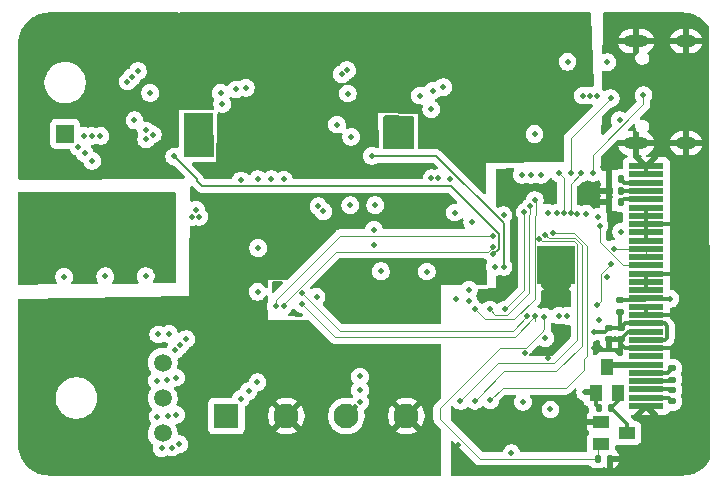
<source format=gbr>
%TF.GenerationSoftware,KiCad,Pcbnew,8.99.0-3334-g98ae574c78*%
%TF.CreationDate,2024-12-09T23:46:28-05:00*%
%TF.ProjectId,SmartPowerBoard,536d6172-7450-46f7-9765-72426f617264,rev?*%
%TF.SameCoordinates,Original*%
%TF.FileFunction,Copper,L4,Bot*%
%TF.FilePolarity,Positive*%
%FSLAX46Y46*%
G04 Gerber Fmt 4.6, Leading zero omitted, Abs format (unit mm)*
G04 Created by KiCad (PCBNEW 8.99.0-3334-g98ae574c78) date 2024-12-09 23:46:28*
%MOMM*%
%LPD*%
G01*
G04 APERTURE LIST*
G04 Aperture macros list*
%AMRoundRect*
0 Rectangle with rounded corners*
0 $1 Rounding radius*
0 $2 $3 $4 $5 $6 $7 $8 $9 X,Y pos of 4 corners*
0 Add a 4 corners polygon primitive as box body*
4,1,4,$2,$3,$4,$5,$6,$7,$8,$9,$2,$3,0*
0 Add four circle primitives for the rounded corners*
1,1,$1+$1,$2,$3*
1,1,$1+$1,$4,$5*
1,1,$1+$1,$6,$7*
1,1,$1+$1,$8,$9*
0 Add four rect primitives between the rounded corners*
20,1,$1+$1,$2,$3,$4,$5,0*
20,1,$1+$1,$4,$5,$6,$7,0*
20,1,$1+$1,$6,$7,$8,$9,0*
20,1,$1+$1,$8,$9,$2,$3,0*%
G04 Aperture macros list end*
%TA.AperFunction,ComponentPad*%
%ADD10R,1.520000X1.520000*%
%TD*%
%TA.AperFunction,ComponentPad*%
%ADD11C,1.520000*%
%TD*%
%TA.AperFunction,ComponentPad*%
%ADD12R,2.100000X2.100000*%
%TD*%
%TA.AperFunction,ComponentPad*%
%ADD13C,2.100000*%
%TD*%
%TA.AperFunction,HeatsinkPad*%
%ADD14C,0.500000*%
%TD*%
%TA.AperFunction,HeatsinkPad*%
%ADD15R,3.200000X3.200000*%
%TD*%
%TA.AperFunction,ComponentPad*%
%ADD16O,2.100000X1.000000*%
%TD*%
%TA.AperFunction,ComponentPad*%
%ADD17O,1.800000X1.000000*%
%TD*%
%TA.AperFunction,SMDPad,CuDef*%
%ADD18RoundRect,0.140000X0.170000X-0.140000X0.170000X0.140000X-0.170000X0.140000X-0.170000X-0.140000X0*%
%TD*%
%TA.AperFunction,SMDPad,CuDef*%
%ADD19R,3.000000X0.500000*%
%TD*%
%TA.AperFunction,SMDPad,CuDef*%
%ADD20RoundRect,0.140000X-0.140000X-0.170000X0.140000X-0.170000X0.140000X0.170000X-0.140000X0.170000X0*%
%TD*%
%TA.AperFunction,SMDPad,CuDef*%
%ADD21RoundRect,0.135000X-0.135000X-0.185000X0.135000X-0.185000X0.135000X0.185000X-0.135000X0.185000X0*%
%TD*%
%TA.AperFunction,SMDPad,CuDef*%
%ADD22R,1.400000X1.000000*%
%TD*%
%TA.AperFunction,SMDPad,CuDef*%
%ADD23R,1.000000X1.400000*%
%TD*%
%TA.AperFunction,SMDPad,CuDef*%
%ADD24RoundRect,0.140000X-0.170000X0.140000X-0.170000X-0.140000X0.170000X-0.140000X0.170000X0.140000X0*%
%TD*%
%TA.AperFunction,SMDPad,CuDef*%
%ADD25RoundRect,0.135000X0.185000X-0.135000X0.185000X0.135000X-0.185000X0.135000X-0.185000X-0.135000X0*%
%TD*%
%TA.AperFunction,ViaPad*%
%ADD26C,0.500000*%
%TD*%
%TA.AperFunction,Conductor*%
%ADD27C,0.300000*%
%TD*%
%TA.AperFunction,Conductor*%
%ADD28C,0.125000*%
%TD*%
%TA.AperFunction,Conductor*%
%ADD29C,0.130000*%
%TD*%
%TA.AperFunction,Conductor*%
%ADD30C,0.500000*%
%TD*%
G04 APERTURE END LIST*
D10*
%TO.P,J6,1,1*%
%TO.N,GND*%
X142375000Y-105675000D03*
D11*
%TO.P,J6,2,2*%
X142375000Y-102675000D03*
%TO.P,J6,3,3*%
X142375000Y-99675000D03*
%TO.P,J6,4,4*%
%TO.N,/Connectors/12V_{OUT}*%
X145375000Y-105675000D03*
%TO.P,J6,5,5*%
X145375000Y-102675000D03*
%TO.P,J6,6,6*%
X145375000Y-99675000D03*
%TD*%
D12*
%TO.P,J7,1,Pin_1*%
%TO.N,/Connectors/3.3V_{OUT}*%
X150760000Y-104200000D03*
D13*
%TO.P,J7,2,Pin_2*%
%TO.N,GND*%
X155840000Y-104200000D03*
%TO.P,J7,3,Pin_3*%
%TO.N,/Connectors/5V_{OUT}*%
X160920000Y-104200000D03*
%TO.P,J7,4,Pin_4*%
%TO.N,GND*%
X166000000Y-104200000D03*
%TD*%
D10*
%TO.P,J1,1,1*%
%TO.N,/12V_{IN}*%
X137110352Y-80300000D03*
D11*
%TO.P,J1,2,2*%
%TO.N,GND*%
X137110352Y-83299999D03*
%TD*%
D14*
%TO.P,U6,57,GND*%
%TO.N,GND*%
X177350000Y-90075000D03*
X177350000Y-92775000D03*
D15*
X178700000Y-91425000D03*
D14*
X180050000Y-90075000D03*
X180050000Y-92775000D03*
%TD*%
D16*
%TO.P,J2,S1,SHIELD*%
%TO.N,GND*%
X185475000Y-81110000D03*
D17*
X189655000Y-81110000D03*
D16*
X185475000Y-72470000D03*
D17*
X189655000Y-72470000D03*
%TD*%
D18*
%TO.P,C52,1*%
%TO.N,Net-(U9-C1P)*%
X188515000Y-101120000D03*
%TO.P,C52,2*%
%TO.N,Net-(U9-C1N)*%
X188515000Y-100160000D03*
%TD*%
D19*
%TO.P,U9,1,N.C.(GND)*%
%TO.N,GND*%
X186300000Y-103350000D03*
%TO.P,U9,2,C2P*%
%TO.N,Net-(U9-C2P)*%
X186300000Y-102650000D03*
%TO.P,U9,3,C2N*%
%TO.N,Net-(U9-C2N)*%
X186300000Y-101950000D03*
%TO.P,U9,4,C1P*%
%TO.N,Net-(U9-C1P)*%
X186300000Y-101250000D03*
%TO.P,U9,5,C1N*%
%TO.N,Net-(U9-C1N)*%
X186300000Y-100550000D03*
%TO.P,U9,6,VBAT*%
%TO.N,/OLED Display/V_{BAT}*%
X186300000Y-99850000D03*
%TO.P,U9,7,N.C*%
%TO.N,unconnected-(U9-N.C-Pad7)*%
X186300000Y-99150000D03*
%TO.P,U9,8,VSS*%
%TO.N,GND*%
X186300000Y-98450000D03*
%TO.P,U9,9,VDD*%
%TO.N,/MCU/3.3V_{CC}*%
X186300000Y-97750000D03*
%TO.P,U9,10,BS0*%
%TO.N,GND*%
X186300000Y-97050000D03*
%TO.P,U9,11,BS1*%
%TO.N,/MCU/3.3V_{CC}*%
X186300000Y-96350000D03*
%TO.P,U9,12,BS2*%
%TO.N,GND*%
X186300000Y-95650000D03*
%TO.P,U9,13,CS#*%
X186300000Y-94950000D03*
%TO.P,U9,14,RES#*%
%TO.N,/OLED Display/RES#*%
X186300000Y-94250000D03*
%TO.P,U9,15,D/C#*%
%TO.N,GND*%
X186300000Y-93550000D03*
%TO.P,U9,16,R/W#*%
X186300000Y-92850000D03*
%TO.P,U9,17,E/RD#*%
X186300000Y-92150000D03*
%TO.P,U9,18,D0*%
%TO.N,/MCU/SCL*%
X186300000Y-91450000D03*
%TO.P,U9,19,D1*%
%TO.N,/MCU/SDA*%
X186300000Y-90750000D03*
%TO.P,U9,20,D2*%
X186300000Y-90050000D03*
%TO.P,U9,21,D3*%
%TO.N,GND*%
X186300000Y-89350000D03*
%TO.P,U9,22,D4*%
X186300000Y-88650000D03*
%TO.P,U9,23,D5*%
X186300000Y-87950000D03*
%TO.P,U9,24,D6*%
X186300000Y-87250000D03*
%TO.P,U9,25,D7*%
X186300000Y-86550000D03*
%TO.P,U9,26,IREF*%
%TO.N,Net-(U9-IREF)*%
X186300000Y-85850000D03*
%TO.P,U9,27,VCOMH*%
%TO.N,Net-(U9-VCOMH)*%
X186300000Y-85150000D03*
%TO.P,U9,28,VCC*%
%TO.N,Net-(U9-VCC)*%
X186300000Y-84450000D03*
%TO.P,U9,29,VLSS*%
%TO.N,GND*%
X186300000Y-83750000D03*
%TO.P,U9,30,N.C.(GND)*%
X186300000Y-83050000D03*
%TD*%
D20*
%TO.P,C50,1*%
%TO.N,GND*%
X183190000Y-84140000D03*
%TO.P,C50,2*%
%TO.N,Net-(U9-VCC)*%
X184150000Y-84140000D03*
%TD*%
D21*
%TO.P,R43,1*%
%TO.N,GND*%
X183155000Y-86090000D03*
%TO.P,R43,2*%
%TO.N,Net-(U9-IREF)*%
X184175000Y-86090000D03*
%TD*%
D22*
%TO.P,Q4,1*%
%TO.N,/MCU/GPIO15*%
X182490000Y-106585000D03*
%TO.P,Q4,2*%
%TO.N,GND*%
X182490000Y-104685000D03*
%TO.P,Q4,3*%
%TO.N,Net-(Q1-Pad1)*%
X184690000Y-105635000D03*
%TD*%
D20*
%TO.P,C49,1*%
%TO.N,GND*%
X183210000Y-85115000D03*
%TO.P,C49,2*%
%TO.N,Net-(U9-VCOMH)*%
X184170000Y-85115000D03*
%TD*%
D23*
%TO.P,Q1,1*%
%TO.N,Net-(Q1-Pad1)*%
X183915000Y-102215000D03*
%TO.P,Q1,2*%
%TO.N,/Inner Buck Converter 4V/4V_{CC}*%
X182015000Y-102215000D03*
%TO.P,Q1,3*%
%TO.N,/OLED Display/V_{BAT}*%
X182965000Y-100015000D03*
%TD*%
D24*
%TO.P,C47,1*%
%TO.N,/MCU/3.3V_{CC}*%
X183190000Y-96730000D03*
%TO.P,C47,2*%
%TO.N,GND*%
X183190000Y-97690000D03*
%TD*%
D21*
%TO.P,R42,1*%
%TO.N,/Inner Buck Converter 4V/4V_{CC}*%
X182280000Y-103515000D03*
%TO.P,R42,2*%
%TO.N,Net-(Q1-Pad1)*%
X183300000Y-103515000D03*
%TD*%
D24*
%TO.P,C48,1*%
%TO.N,/MCU/3.3V_{CC}*%
X184140000Y-96730000D03*
%TO.P,C48,2*%
%TO.N,GND*%
X184140000Y-97690000D03*
%TD*%
D18*
%TO.P,C51,1*%
%TO.N,Net-(U9-C2P)*%
X188515000Y-102970000D03*
%TO.P,C51,2*%
%TO.N,Net-(U9-C2N)*%
X188515000Y-102010000D03*
%TD*%
D25*
%TO.P,R18,1*%
%TO.N,/MCU/3.3V_{CC}*%
X184115000Y-95395000D03*
%TO.P,R18,2*%
%TO.N,/OLED Display/RES#*%
X184115000Y-94375000D03*
%TD*%
D21*
%TO.P,R44,1*%
%TO.N,/MCU/GPIO15*%
X182205000Y-107810000D03*
%TO.P,R44,2*%
%TO.N,GND*%
X183225000Y-107810000D03*
%TD*%
D26*
%TO.N,GND*%
X190700000Y-95550000D03*
X189130000Y-95710000D03*
X142850000Y-86050000D03*
X158425000Y-104150000D03*
X160775000Y-81850000D03*
X189100000Y-98490000D03*
X163850000Y-104175000D03*
X157200000Y-106175000D03*
X181850000Y-98450000D03*
X144410000Y-82160000D03*
X176050000Y-98900000D03*
X137225000Y-72775000D03*
X138425000Y-72775000D03*
X166300000Y-74250000D03*
X168950000Y-92100000D03*
X178000000Y-99300000D03*
X156500000Y-95400000D03*
X165400000Y-101250000D03*
X165825000Y-80725000D03*
X136775000Y-82175000D03*
X187550000Y-105700000D03*
X154400000Y-106175000D03*
X190700000Y-97700000D03*
X189300000Y-77750000D03*
X174000000Y-94200000D03*
X134425000Y-78325000D03*
X190750000Y-88500000D03*
X190700000Y-91400000D03*
X165120000Y-79140000D03*
X149400000Y-82050000D03*
X190700000Y-96600000D03*
X163925000Y-101325000D03*
X175825000Y-79725000D03*
X190700000Y-92450000D03*
X174150000Y-84250000D03*
X158250000Y-102675000D03*
X188700000Y-92130000D03*
X175850000Y-105600000D03*
X167750000Y-101200000D03*
X146765000Y-77770000D03*
X180800000Y-105900000D03*
X161400000Y-78950000D03*
X190250000Y-104500000D03*
X180900000Y-75850000D03*
X148320000Y-79130000D03*
X155700000Y-96750000D03*
X164840000Y-86870000D03*
X157450000Y-89900000D03*
X136125000Y-72775000D03*
X184025000Y-82425000D03*
X190750000Y-87450000D03*
X189300000Y-75600000D03*
X189450000Y-85000000D03*
X190750000Y-89600000D03*
X134475000Y-82175000D03*
X172250000Y-84250000D03*
X177710000Y-94060000D03*
X165175000Y-106000000D03*
X170400000Y-106650000D03*
X155675000Y-106175000D03*
X167700000Y-80750000D03*
X163634663Y-77806885D03*
X144570000Y-78710000D03*
X150520000Y-81150000D03*
X134425000Y-76025000D03*
X163800000Y-105825000D03*
X152130000Y-93650000D03*
X188750000Y-87960000D03*
X163900000Y-102800000D03*
X166450000Y-101300000D03*
X175650000Y-75700000D03*
X189300000Y-76650000D03*
X178000000Y-99300000D03*
X148350000Y-74225000D03*
X190700000Y-93550000D03*
X165000000Y-91680000D03*
X142800000Y-82400000D03*
X135575000Y-82175000D03*
X134425000Y-77225000D03*
X168050000Y-106550000D03*
%TO.N,/OLED Display/RES#*%
X188350000Y-94275000D03*
X137025000Y-92425000D03*
%TO.N,/Buck Converter 5V/SW*%
X169125000Y-76350000D03*
X161050000Y-76900000D03*
X168250000Y-76650000D03*
X167150000Y-77075000D03*
%TO.N,/MCU/1.1V*%
X177975000Y-87000000D03*
X180450000Y-87075000D03*
X179575000Y-95725000D03*
%TO.N,/Buck Converter 3.3V/SW*%
X152400000Y-76400000D03*
X150275000Y-76850000D03*
X144300000Y-76850000D03*
X151575000Y-76550000D03*
%TO.N,/MCU/USB_P*%
X183300000Y-77300000D03*
X179900000Y-83600000D03*
%TO.N,/MCU/USB_M*%
X181800000Y-83600000D03*
X186075000Y-77025000D03*
%TO.N,/Buck Converter 5V/EN*%
X163075000Y-82175000D03*
X174225000Y-91575000D03*
%TO.N,/Buck Converter 5V/V_{CC}*%
X168100000Y-78225000D03*
X160125000Y-79525000D03*
%TO.N,/MCU/QSPI_CS*%
X174350000Y-95175000D03*
X176000000Y-86950000D03*
%TO.N,/Buck Converter 3.3V/EN*%
X146350000Y-82225000D03*
X173325000Y-90500000D03*
%TO.N,/MCU/CRIT*%
X176225000Y-95750000D03*
X157200000Y-93800000D03*
%TO.N,/MCU/WARN*%
X176925000Y-95750000D03*
X157175000Y-94750000D03*
%TO.N,/MCU/SDA*%
X173350000Y-89850000D03*
X182180000Y-94800000D03*
X155600000Y-94925000D03*
X183600000Y-90050000D03*
X183350000Y-91300000D03*
%TO.N,/MCU/SCL*%
X154950000Y-94925000D03*
X173350000Y-88950000D03*
X182360000Y-88080000D03*
%TO.N,Net-(U6-USB_DP)*%
X179325000Y-87025000D03*
X178900000Y-83625000D03*
%TO.N,Net-(U6-USB_DM)*%
X180825000Y-83625000D03*
X179900000Y-87050000D03*
%TO.N,/MCU/QSPI_SD1*%
X173070000Y-95175000D03*
X176500155Y-86456031D03*
%TO.N,/MCU/QSPI_SD3*%
X173100000Y-102875000D03*
X178400000Y-88700000D03*
%TO.N,/MCU/QSPI_SCLK*%
X171800000Y-102900000D03*
X177775000Y-88900000D03*
%TO.N,/MCU/QSPI_SD2*%
X171795000Y-95175000D03*
X176875000Y-85925000D03*
%TO.N,/MCU/QSPI_SD0*%
X170575000Y-102925000D03*
X177250000Y-89200000D03*
%TO.N,/Connectors/12V_{OUT}*%
X145750000Y-101150000D03*
X145275000Y-106925000D03*
X146500000Y-100950000D03*
X145825000Y-104200000D03*
X145000000Y-97300000D03*
X144925000Y-104250000D03*
X144850000Y-101200000D03*
X146175000Y-106875000D03*
X146500000Y-104100000D03*
X146750000Y-106600000D03*
X147350000Y-97700000D03*
X146425000Y-98625000D03*
X145900000Y-97250000D03*
X146875000Y-98175000D03*
%TO.N,/Connectors/5V_{OUT}*%
X161660000Y-103460000D03*
X162072500Y-102000000D03*
X162072500Y-100850000D03*
X162072500Y-103000000D03*
%TO.N,/Connectors/3.3V_{OUT}*%
X158550000Y-86450000D03*
X153387500Y-101337500D03*
X151987500Y-102737500D03*
X158975000Y-86875000D03*
X152637500Y-102087500D03*
%TO.N,/Inner Buck Converter 4V/SW*%
X171575000Y-87800000D03*
X167725000Y-91975000D03*
%TO.N,/Inner Buck Converter 4V/4V_{CC}*%
X163250000Y-88450000D03*
X170200000Y-94300000D03*
X163850000Y-91950000D03*
X181150000Y-102200000D03*
%TO.N,/MCU/USB_BOOT*%
X171300000Y-93500000D03*
X143925000Y-92350000D03*
%TO.N,/MCU/RUN*%
X174900000Y-107350000D03*
X182325000Y-96050000D03*
X140500000Y-92375000D03*
X178200000Y-103650000D03*
%TO.N,/Buck Converter 5V/5V_{OUT}*%
X184050000Y-79150000D03*
X169725000Y-84100000D03*
X161250000Y-86350000D03*
X183000000Y-74250000D03*
X168675000Y-84075000D03*
X168125000Y-84075000D03*
X163300000Y-89750000D03*
X163350000Y-86350000D03*
X170100000Y-86975000D03*
%TO.N,/12V_{IN}*%
X147875000Y-87350000D03*
X138700000Y-80490000D03*
X160550000Y-75250000D03*
X160975000Y-74925000D03*
X143975000Y-80025000D03*
X148450000Y-87325000D03*
X142775000Y-75500000D03*
X138230176Y-81419824D03*
X148200000Y-86725000D03*
X182100000Y-77100000D03*
X143275000Y-75000000D03*
X140100000Y-80490000D03*
X139350000Y-80490000D03*
X161325000Y-80550000D03*
X143975000Y-80775000D03*
X180950000Y-77075000D03*
X181525000Y-77075000D03*
X138780176Y-81969824D03*
X142387500Y-75887500D03*
X139405176Y-82594824D03*
X144525000Y-80375000D03*
%TO.N,/Buck Converter 3.3V/3.3V_{OUT}*%
X153425000Y-84150000D03*
X154575000Y-84150000D03*
X152000000Y-84250000D03*
X155625000Y-84175000D03*
%TO.N,/Buck Converter 3.3V/V_{CC}*%
X142980000Y-79160000D03*
X150400000Y-77775000D03*
%TO.N,/MCU/3.3V_{CC}*%
X176850000Y-80325000D03*
X176575000Y-83775000D03*
X177750000Y-97600000D03*
X178725000Y-87000000D03*
X178900000Y-95700000D03*
X171300000Y-94475000D03*
X182975000Y-92425000D03*
X158400000Y-94125000D03*
X182250000Y-87325000D03*
X153400000Y-93675000D03*
X181925000Y-97075000D03*
X175775000Y-83775000D03*
X175875000Y-103000000D03*
X181250000Y-87075000D03*
X173500000Y-91575000D03*
X184175000Y-88600000D03*
X174225000Y-87200000D03*
X153450000Y-89975000D03*
X179650000Y-74200000D03*
X177400000Y-83775000D03*
%TO.N,/MCU/GPIO15*%
X177690000Y-95820000D03*
%TD*%
D27*
%TO.N,GND*%
X186300000Y-92150000D02*
X186300000Y-93550000D01*
X184140000Y-98090000D02*
X184140000Y-97690000D01*
X186300000Y-97050000D02*
X184780000Y-97050000D01*
X183190000Y-85095000D02*
X183210000Y-85115000D01*
X186300000Y-95650000D02*
X189070000Y-95650000D01*
X186300000Y-98450000D02*
X184500000Y-98450000D01*
X189100000Y-98490000D02*
X189060000Y-98450000D01*
X188680000Y-92150000D02*
X188700000Y-92130000D01*
X188750000Y-87960000D02*
X186310000Y-87960000D01*
X189060000Y-98450000D02*
X186300000Y-98450000D01*
X189070000Y-95650000D02*
X189130000Y-95710000D01*
X183210000Y-85115000D02*
X183210000Y-86035000D01*
X186300000Y-92150000D02*
X188680000Y-92150000D01*
X184500000Y-98450000D02*
X184140000Y-98090000D01*
X186310000Y-87960000D02*
X186300000Y-87950000D01*
X184780000Y-97050000D02*
X184140000Y-97690000D01*
X183190000Y-84140000D02*
X183190000Y-85095000D01*
X186300000Y-86550000D02*
X186300000Y-89350000D01*
X186300000Y-83050000D02*
X186300000Y-83750000D01*
X186300000Y-94950000D02*
X186300000Y-95650000D01*
X183210000Y-86035000D02*
X183155000Y-86090000D01*
%TO.N,/OLED Display/RES#*%
X188350000Y-94275000D02*
X186325000Y-94275000D01*
X186175000Y-94375000D02*
X186300000Y-94250000D01*
X184115000Y-94375000D02*
X186175000Y-94375000D01*
D28*
X186425000Y-94200000D02*
X186300000Y-94250000D01*
D27*
X186325000Y-94275000D02*
X186300000Y-94250000D01*
D28*
%TO.N,/MCU/USB_P*%
X179900000Y-83600000D02*
X179900000Y-80700000D01*
X179900000Y-80700000D02*
X183300000Y-77300000D01*
%TO.N,/MCU/USB_M*%
X181800000Y-82075000D02*
X181800000Y-83600000D01*
X181804074Y-82075000D02*
X181800000Y-82075000D01*
X186075000Y-77025000D02*
X186075000Y-77804074D01*
X186075000Y-77804074D02*
X181804074Y-82075000D01*
D29*
%TO.N,/Buck Converter 5V/EN*%
X174225000Y-87857610D02*
X168542390Y-82175000D01*
X174225000Y-91575000D02*
X174225000Y-87857610D01*
X168542390Y-82175000D02*
X163075000Y-82175000D01*
D28*
%TO.N,/MCU/QSPI_CS*%
X174350000Y-95175000D02*
X176000000Y-93525000D01*
X176000000Y-93525000D02*
X176000000Y-86950000D01*
D29*
%TO.N,/Buck Converter 3.3V/EN*%
X148700000Y-84725000D02*
X148275000Y-84300000D01*
X173815000Y-88757390D02*
X169782610Y-84725000D01*
X148275000Y-84300000D02*
X148275000Y-84150000D01*
X169782610Y-84725000D02*
X148700000Y-84725000D01*
X173357610Y-90500000D02*
X173815000Y-90042610D01*
X173325000Y-90500000D02*
X173357610Y-90500000D01*
X173815000Y-90042610D02*
X173815000Y-88757390D01*
X148275000Y-84150000D02*
X146350000Y-82225000D01*
D28*
%TO.N,/MCU/CRIT*%
X160375000Y-96975000D02*
X157200000Y-93800000D01*
X157200000Y-93800000D02*
X157229074Y-93800000D01*
X175000000Y-96975000D02*
X160375000Y-96975000D01*
X176225000Y-95750000D02*
X175000000Y-96975000D01*
%TO.N,/MCU/WARN*%
X159925000Y-97500000D02*
X157175000Y-94750000D01*
X176925000Y-96125000D02*
X176925000Y-95750000D01*
X176925000Y-95750000D02*
X175175000Y-97500000D01*
X175175000Y-97500000D02*
X159925000Y-97500000D01*
%TO.N,/MCU/SDA*%
X183350000Y-91300000D02*
X182512500Y-92137500D01*
X182512500Y-92137500D02*
X182512500Y-94467500D01*
X155600000Y-94925000D02*
X155600000Y-94745926D01*
X185950000Y-90050000D02*
X186300000Y-90050000D01*
X173162500Y-90037500D02*
X173350000Y-89850000D01*
X173133426Y-90037500D02*
X173162500Y-90037500D01*
X155600000Y-94745926D02*
X160045926Y-90300000D01*
X183600000Y-90050000D02*
X186300000Y-90050000D01*
X182512500Y-94467500D02*
X182180000Y-94800000D01*
X160045926Y-90300000D02*
X172870926Y-90300000D01*
X172870926Y-90300000D02*
X173133426Y-90037500D01*
X185050000Y-90050000D02*
X185950000Y-90050000D01*
X186300000Y-90050000D02*
X186300000Y-90750000D01*
%TO.N,/MCU/SCL*%
X154950000Y-94400000D02*
X154950000Y-94925000D01*
X184345926Y-91450000D02*
X182360000Y-89464074D01*
X173350000Y-88950000D02*
X160400000Y-88950000D01*
X186300000Y-91450000D02*
X184345926Y-91450000D01*
X160400000Y-88950000D02*
X154950000Y-94400000D01*
X182360000Y-89464074D02*
X182360000Y-88080000D01*
%TO.N,Net-(U6-USB_DP)*%
X179325000Y-87025000D02*
X179325000Y-84050000D01*
X179325000Y-84050000D02*
X178900000Y-83625000D01*
%TO.N,Net-(U6-USB_DM)*%
X179900000Y-84550000D02*
X180825000Y-83625000D01*
X179900000Y-87050000D02*
X179900000Y-84550000D01*
%TO.N,/MCU/QSPI_SD1*%
X176500155Y-86456031D02*
X176500155Y-87103919D01*
X176500155Y-87103919D02*
X176425000Y-87179074D01*
X176425000Y-93754074D02*
X174541574Y-95637500D01*
X176425000Y-87179074D02*
X176425000Y-93754074D01*
X174541574Y-95637500D02*
X173532500Y-95637500D01*
X173532500Y-95637500D02*
X173070000Y-95175000D01*
%TO.N,/MCU/QSPI_SD3*%
X173100000Y-102875000D02*
X174150000Y-101825000D01*
X181277500Y-99101441D02*
X181277500Y-89812820D01*
X180164680Y-88700000D02*
X178400000Y-88700000D01*
X181032500Y-99346441D02*
X181277500Y-99101441D01*
X174150000Y-101825000D02*
X179475000Y-101825000D01*
X179475000Y-101825000D02*
X181032500Y-100267500D01*
X181277500Y-89812820D02*
X180164680Y-88700000D01*
X181032500Y-100267500D02*
X181032500Y-99346441D01*
%TO.N,/MCU/QSPI_SCLK*%
X180294840Y-89162500D02*
X178037500Y-89162500D01*
X180875000Y-89742660D02*
X180294840Y-89162500D01*
X180875000Y-98250000D02*
X180875000Y-89742660D01*
X178037500Y-89162500D02*
X177775000Y-88900000D01*
X171800000Y-102900000D02*
X174275000Y-100425000D01*
X174275000Y-100425000D02*
X178700000Y-100425000D01*
X178700000Y-100425000D02*
X180875000Y-98250000D01*
%TO.N,/MCU/QSPI_SD2*%
X176875000Y-87250000D02*
X176962655Y-87162345D01*
X176962655Y-86012655D02*
X176875000Y-85925000D01*
X171795000Y-95175000D02*
X172645000Y-96025000D01*
X176875000Y-94275000D02*
X176875000Y-87250000D01*
X176962655Y-87162345D02*
X176962655Y-86012655D01*
X172645000Y-96025000D02*
X175125000Y-96025000D01*
X175125000Y-96025000D02*
X176875000Y-94275000D01*
%TO.N,/MCU/QSPI_SD0*%
X177475000Y-89425000D02*
X180225000Y-89425000D01*
X180462500Y-89662500D02*
X180462500Y-97762500D01*
X180462500Y-97762500D02*
X178500000Y-99725000D01*
X173775000Y-99725000D02*
X170575000Y-102925000D01*
X170575000Y-102825000D02*
X170575000Y-102925000D01*
X177250000Y-89200000D02*
X177475000Y-89425000D01*
X180225000Y-89425000D02*
X180462500Y-89662500D01*
X178500000Y-99725000D02*
X173775000Y-99725000D01*
D27*
%TO.N,/Inner Buck Converter 4V/4V_{CC}*%
X182015000Y-103250000D02*
X182280000Y-103515000D01*
D30*
X181150000Y-102200000D02*
X182000000Y-102200000D01*
D27*
X182015000Y-102215000D02*
X182015000Y-103250000D01*
D30*
X182000000Y-102200000D02*
X182015000Y-102215000D01*
D27*
%TO.N,Net-(U9-VCOMH)*%
X186265000Y-85115000D02*
X186300000Y-85150000D01*
X184170000Y-85115000D02*
X186265000Y-85115000D01*
%TO.N,Net-(U9-VCC)*%
X184460000Y-84450000D02*
X186300000Y-84450000D01*
X184150000Y-84140000D02*
X184460000Y-84450000D01*
%TO.N,Net-(U9-C2N)*%
X186300000Y-101950000D02*
X188455000Y-101950000D01*
X188455000Y-101950000D02*
X188515000Y-102010000D01*
%TO.N,/MCU/3.3V_{CC}*%
X182845000Y-97075000D02*
X183190000Y-96730000D01*
X184140000Y-96730000D02*
X184520000Y-96350000D01*
X188060000Y-96540000D02*
X188060000Y-97590000D01*
X184115000Y-95395000D02*
X184115000Y-96705000D01*
X184115000Y-96705000D02*
X184140000Y-96730000D01*
X187900000Y-97750000D02*
X186300000Y-97750000D01*
X183190000Y-96730000D02*
X184140000Y-96730000D01*
X181925000Y-97075000D02*
X182845000Y-97075000D01*
X187870000Y-96350000D02*
X188060000Y-96540000D01*
X188060000Y-97590000D02*
X187900000Y-97750000D01*
X184520000Y-96350000D02*
X186300000Y-96350000D01*
X186300000Y-96350000D02*
X187870000Y-96350000D01*
%TO.N,Net-(U9-C2P)*%
X188195000Y-102650000D02*
X188515000Y-102970000D01*
X186300000Y-102650000D02*
X188195000Y-102650000D01*
%TO.N,Net-(U9-C1N)*%
X188515000Y-100160000D02*
X188125000Y-100550000D01*
X188125000Y-100550000D02*
X186300000Y-100550000D01*
%TO.N,Net-(U9-C1P)*%
X186300000Y-101250000D02*
X188385000Y-101250000D01*
X188385000Y-101250000D02*
X188515000Y-101120000D01*
D30*
%TO.N,/OLED Display/V_{BAT}*%
X182965000Y-100015000D02*
X183130000Y-99850000D01*
X183130000Y-99850000D02*
X186300000Y-99850000D01*
D27*
%TO.N,Net-(Q1-Pad1)*%
X183915000Y-102215000D02*
X183915000Y-102900000D01*
X184690000Y-105635000D02*
X184690000Y-104905000D01*
X183915000Y-102900000D02*
X183300000Y-103515000D01*
X184690000Y-104905000D02*
X183300000Y-103515000D01*
%TO.N,Net-(U9-IREF)*%
X184415000Y-85850000D02*
X186300000Y-85850000D01*
X184175000Y-86090000D02*
X184415000Y-85850000D01*
D28*
%TO.N,/MCU/GPIO15*%
X182205000Y-107810000D02*
X172230000Y-107810000D01*
X173950000Y-98430000D02*
X176170000Y-98430000D01*
X182620000Y-106460000D02*
X182490000Y-106585000D01*
X172230000Y-107810000D02*
X168860000Y-104440000D01*
X177690000Y-96830000D02*
X177690000Y-95820000D01*
X177600000Y-96920000D02*
X177690000Y-96830000D01*
X177600000Y-97000000D02*
X177600000Y-96920000D01*
X182205000Y-106870000D02*
X182620000Y-106460000D01*
X176170000Y-98430000D02*
X177600000Y-97000000D01*
X182205000Y-107810000D02*
X182205000Y-106870000D01*
X168860000Y-104440000D02*
X168860000Y-103520000D01*
X168860000Y-103520000D02*
X173950000Y-98430000D01*
%TD*%
%TA.AperFunction,Conductor*%
%TO.N,GND*%
G36*
X147915781Y-84740797D02*
G01*
X147920856Y-84745594D01*
X148247487Y-85072225D01*
X148352775Y-85177513D01*
X148481725Y-85251962D01*
X148625550Y-85290500D01*
X169497010Y-85290500D01*
X169564049Y-85310185D01*
X169584691Y-85326819D01*
X170271018Y-86013146D01*
X170304503Y-86074469D01*
X170299519Y-86144161D01*
X170257647Y-86200094D01*
X170192183Y-86224511D01*
X170180010Y-86224349D01*
X170180010Y-86224500D01*
X170026080Y-86224500D01*
X169881092Y-86253340D01*
X169881082Y-86253343D01*
X169744511Y-86309912D01*
X169744498Y-86309919D01*
X169621584Y-86392048D01*
X169621580Y-86392051D01*
X169517051Y-86496580D01*
X169517048Y-86496584D01*
X169434919Y-86619498D01*
X169434912Y-86619511D01*
X169378343Y-86756082D01*
X169378340Y-86756092D01*
X169349500Y-86901079D01*
X169349500Y-86901082D01*
X169349500Y-87048918D01*
X169349500Y-87048920D01*
X169349499Y-87048920D01*
X169378340Y-87193907D01*
X169378343Y-87193917D01*
X169434912Y-87330488D01*
X169434919Y-87330501D01*
X169517048Y-87453415D01*
X169517051Y-87453419D01*
X169621580Y-87557948D01*
X169621584Y-87557951D01*
X169744498Y-87640080D01*
X169744511Y-87640087D01*
X169842049Y-87680488D01*
X169881087Y-87696658D01*
X169881091Y-87696658D01*
X169881092Y-87696659D01*
X170026079Y-87725500D01*
X170026082Y-87725500D01*
X170173920Y-87725500D01*
X170274487Y-87705495D01*
X170318913Y-87696658D01*
X170455495Y-87640084D01*
X170578416Y-87557951D01*
X170638306Y-87498060D01*
X170699627Y-87464577D01*
X170769319Y-87469561D01*
X170825253Y-87511432D01*
X170849670Y-87576896D01*
X170847603Y-87609935D01*
X170824500Y-87726079D01*
X170824500Y-87726082D01*
X170824500Y-87873918D01*
X170824500Y-87873920D01*
X170824499Y-87873920D01*
X170853340Y-88018907D01*
X170853343Y-88018917D01*
X170909912Y-88155488D01*
X170909918Y-88155499D01*
X170935717Y-88194110D01*
X170956594Y-88260787D01*
X170938109Y-88328167D01*
X170886130Y-88374857D01*
X170832614Y-88387000D01*
X164104436Y-88387000D01*
X164037397Y-88367315D01*
X163991642Y-88314511D01*
X163982819Y-88287193D01*
X163975318Y-88249488D01*
X163971658Y-88231087D01*
X163956342Y-88194110D01*
X163915087Y-88094511D01*
X163915080Y-88094498D01*
X163832951Y-87971584D01*
X163832948Y-87971580D01*
X163728419Y-87867051D01*
X163728415Y-87867048D01*
X163605501Y-87784919D01*
X163605488Y-87784912D01*
X163468917Y-87728343D01*
X163468907Y-87728340D01*
X163323920Y-87699500D01*
X163323918Y-87699500D01*
X163176082Y-87699500D01*
X163176080Y-87699500D01*
X163031092Y-87728340D01*
X163031082Y-87728343D01*
X162894511Y-87784912D01*
X162894498Y-87784919D01*
X162771584Y-87867048D01*
X162771580Y-87867051D01*
X162667051Y-87971580D01*
X162667048Y-87971584D01*
X162584919Y-88094498D01*
X162584912Y-88094511D01*
X162528343Y-88231082D01*
X162528341Y-88231091D01*
X162517181Y-88287193D01*
X162484795Y-88349103D01*
X162424079Y-88383677D01*
X162395564Y-88387000D01*
X160325880Y-88387000D01*
X160194428Y-88422222D01*
X160182686Y-88425369D01*
X160078832Y-88485330D01*
X160054313Y-88499485D01*
X160054308Y-88499489D01*
X155943073Y-92610723D01*
X155881750Y-92644208D01*
X155855773Y-92647041D01*
X154301880Y-92651814D01*
X154301880Y-93267790D01*
X154282195Y-93334829D01*
X154229391Y-93380584D01*
X154160233Y-93390528D01*
X154096677Y-93361503D01*
X154069619Y-93323984D01*
X154067954Y-93324875D01*
X154065080Y-93319498D01*
X153982951Y-93196584D01*
X153982948Y-93196580D01*
X153878419Y-93092051D01*
X153878415Y-93092048D01*
X153755501Y-93009919D01*
X153755488Y-93009912D01*
X153618917Y-92953343D01*
X153618907Y-92953340D01*
X153473920Y-92924500D01*
X153473918Y-92924500D01*
X153326082Y-92924500D01*
X153326080Y-92924500D01*
X153181092Y-92953340D01*
X153181082Y-92953343D01*
X153044511Y-93009912D01*
X153044498Y-93009919D01*
X152921584Y-93092048D01*
X152921580Y-93092051D01*
X152817051Y-93196580D01*
X152817048Y-93196584D01*
X152734919Y-93319498D01*
X152734912Y-93319511D01*
X152678343Y-93456082D01*
X152678340Y-93456092D01*
X152649500Y-93601079D01*
X152649500Y-93601082D01*
X152649500Y-93748918D01*
X152649500Y-93748920D01*
X152649499Y-93748920D01*
X152678340Y-93893907D01*
X152678343Y-93893917D01*
X152734912Y-94030488D01*
X152734919Y-94030501D01*
X152817048Y-94153415D01*
X152817051Y-94153419D01*
X152921580Y-94257948D01*
X152921584Y-94257951D01*
X153044498Y-94340080D01*
X153044511Y-94340087D01*
X153181082Y-94396656D01*
X153181087Y-94396658D01*
X153181091Y-94396658D01*
X153181092Y-94396659D01*
X153326079Y-94425500D01*
X153326082Y-94425500D01*
X153473920Y-94425500D01*
X153571462Y-94406096D01*
X153618913Y-94396658D01*
X153746251Y-94343913D01*
X153755488Y-94340087D01*
X153755488Y-94340086D01*
X153755495Y-94340084D01*
X153878416Y-94257951D01*
X153982951Y-94153416D01*
X154065084Y-94030495D01*
X154065086Y-94030488D01*
X154067954Y-94025125D01*
X154070142Y-94026294D01*
X154107145Y-93980363D01*
X154173436Y-93958289D01*
X154241138Y-93975558D01*
X154288756Y-94026689D01*
X154301880Y-94082209D01*
X154301880Y-94506707D01*
X154287240Y-94565157D01*
X154284916Y-94569504D01*
X154228342Y-94706086D01*
X154228340Y-94706092D01*
X154199500Y-94851079D01*
X154199500Y-94851082D01*
X154199500Y-94998918D01*
X154199500Y-94998920D01*
X154199499Y-94998920D01*
X154228340Y-95143907D01*
X154228343Y-95143917D01*
X154284913Y-95280490D01*
X154287235Y-95284833D01*
X154301880Y-95343292D01*
X154301880Y-96039985D01*
X154301880Y-96039986D01*
X157617213Y-96039782D01*
X157684251Y-96059462D01*
X157704897Y-96076100D01*
X159579309Y-97950512D01*
X159707690Y-98024632D01*
X159850879Y-98063000D01*
X159850880Y-98063000D01*
X168801896Y-98063000D01*
X168868935Y-98082685D01*
X168914690Y-98135489D01*
X168925895Y-98186627D01*
X168939166Y-102592894D01*
X168919684Y-102659992D01*
X168902848Y-102680948D01*
X168514310Y-103069488D01*
X168409489Y-103174308D01*
X168409485Y-103174313D01*
X168335369Y-103302687D01*
X168335368Y-103302688D01*
X168322825Y-103349500D01*
X168297000Y-103445880D01*
X168297000Y-104514120D01*
X168314229Y-104578419D01*
X168335368Y-104657311D01*
X168335369Y-104657312D01*
X168350171Y-104682951D01*
X168363061Y-104705276D01*
X168409488Y-104785690D01*
X168409490Y-104785692D01*
X168911227Y-105287429D01*
X168944712Y-105348752D01*
X168947545Y-105374736D01*
X168958842Y-109125126D01*
X168939360Y-109192225D01*
X168886694Y-109238139D01*
X168834843Y-109249500D01*
X135828481Y-109249500D01*
X135821528Y-109249305D01*
X135529703Y-109232916D01*
X135515885Y-109231359D01*
X135231172Y-109182984D01*
X135217615Y-109179890D01*
X134940100Y-109099939D01*
X134926975Y-109095346D01*
X134660165Y-108984830D01*
X134647637Y-108978797D01*
X134394874Y-108839100D01*
X134383100Y-108831702D01*
X134147569Y-108664584D01*
X134136697Y-108655914D01*
X133921357Y-108463475D01*
X133911524Y-108453642D01*
X133805170Y-108334632D01*
X133719085Y-108238302D01*
X133710415Y-108227430D01*
X133543297Y-107991899D01*
X133535899Y-107980125D01*
X133396202Y-107727362D01*
X133390172Y-107714841D01*
X133279653Y-107448024D01*
X133275060Y-107434899D01*
X133195109Y-107157384D01*
X133192015Y-107143827D01*
X133145759Y-106871584D01*
X133143638Y-106859103D01*
X133142084Y-106845306D01*
X133125695Y-106553472D01*
X133125500Y-106546519D01*
X133125500Y-102560258D01*
X136304500Y-102560258D01*
X136304500Y-102789741D01*
X136327294Y-102962872D01*
X136334452Y-103017238D01*
X136376538Y-103174308D01*
X136393842Y-103238887D01*
X136481650Y-103450876D01*
X136481657Y-103450890D01*
X136596392Y-103649617D01*
X136736081Y-103831661D01*
X136736089Y-103831670D01*
X136898330Y-103993911D01*
X136898338Y-103993918D01*
X136898339Y-103993919D01*
X136948962Y-104032764D01*
X137080382Y-104133607D01*
X137080385Y-104133608D01*
X137080388Y-104133611D01*
X137279112Y-104248344D01*
X137279117Y-104248346D01*
X137279123Y-104248349D01*
X137370480Y-104286190D01*
X137491113Y-104336158D01*
X137712762Y-104395548D01*
X137940266Y-104425500D01*
X137940273Y-104425500D01*
X138169727Y-104425500D01*
X138169734Y-104425500D01*
X138397238Y-104395548D01*
X138618887Y-104336158D01*
X138830888Y-104248344D01*
X139029612Y-104133611D01*
X139211661Y-103993919D01*
X139211665Y-103993914D01*
X139211670Y-103993911D01*
X139373911Y-103831670D01*
X139373914Y-103831665D01*
X139373919Y-103831661D01*
X139513611Y-103649612D01*
X139628344Y-103450888D01*
X139716158Y-103238887D01*
X139775548Y-103017238D01*
X139805500Y-102789734D01*
X139805500Y-102560266D01*
X139775548Y-102332762D01*
X139716158Y-102111113D01*
X139658560Y-101972060D01*
X139628349Y-101899123D01*
X139628346Y-101899117D01*
X139628344Y-101899112D01*
X139513611Y-101700388D01*
X139513608Y-101700385D01*
X139513607Y-101700382D01*
X139373918Y-101518338D01*
X139373911Y-101518330D01*
X139211670Y-101356089D01*
X139211661Y-101356081D01*
X139104588Y-101273920D01*
X144099499Y-101273920D01*
X144128340Y-101418907D01*
X144128343Y-101418917D01*
X144184912Y-101555488D01*
X144184919Y-101555501D01*
X144267048Y-101678415D01*
X144267051Y-101678419D01*
X144350829Y-101762197D01*
X144384314Y-101823520D01*
X144379330Y-101893212D01*
X144363467Y-101922763D01*
X144296924Y-102014351D01*
X144296924Y-102014352D01*
X144206850Y-102191131D01*
X144197822Y-102218917D01*
X144145537Y-102379832D01*
X144145536Y-102379835D01*
X144145536Y-102379837D01*
X144114500Y-102575790D01*
X144114500Y-102774209D01*
X144140482Y-102938250D01*
X144145537Y-102970168D01*
X144185745Y-103093913D01*
X144206850Y-103158868D01*
X144237442Y-103218907D01*
X144296923Y-103335646D01*
X144413544Y-103496161D01*
X144413546Y-103496163D01*
X144427826Y-103510443D01*
X144461311Y-103571766D01*
X144456327Y-103641458D01*
X144427827Y-103685805D01*
X144342048Y-103771584D01*
X144259919Y-103894498D01*
X144259912Y-103894511D01*
X144203343Y-104031082D01*
X144203340Y-104031092D01*
X144174500Y-104176079D01*
X144174500Y-104176082D01*
X144174500Y-104323918D01*
X144174500Y-104323920D01*
X144174499Y-104323920D01*
X144203340Y-104468907D01*
X144203343Y-104468917D01*
X144259912Y-104605488D01*
X144259919Y-104605501D01*
X144342048Y-104728415D01*
X144342050Y-104728418D01*
X144361348Y-104747715D01*
X144394835Y-104809037D01*
X144389852Y-104878729D01*
X144373987Y-104908283D01*
X144296930Y-105014343D01*
X144296924Y-105014352D01*
X144206850Y-105191131D01*
X144176193Y-105285484D01*
X144145537Y-105379832D01*
X144145536Y-105379835D01*
X144145536Y-105379837D01*
X144114500Y-105575790D01*
X144114500Y-105774209D01*
X144139953Y-105934912D01*
X144145537Y-105970168D01*
X144167294Y-106037127D01*
X144206850Y-106158868D01*
X144250481Y-106244498D01*
X144296923Y-106335646D01*
X144413544Y-106496161D01*
X144467383Y-106550000D01*
X144518110Y-106600727D01*
X144551594Y-106662050D01*
X144552045Y-106712599D01*
X144524500Y-106851077D01*
X144524500Y-106851082D01*
X144524500Y-106998918D01*
X144524500Y-106998920D01*
X144524499Y-106998920D01*
X144553340Y-107143907D01*
X144553343Y-107143917D01*
X144609912Y-107280488D01*
X144609919Y-107280501D01*
X144692048Y-107403415D01*
X144692051Y-107403419D01*
X144796580Y-107507948D01*
X144796584Y-107507951D01*
X144919498Y-107590080D01*
X144919511Y-107590087D01*
X145056082Y-107646656D01*
X145056087Y-107646658D01*
X145056091Y-107646658D01*
X145056092Y-107646659D01*
X145201079Y-107675500D01*
X145201082Y-107675500D01*
X145348920Y-107675500D01*
X145446462Y-107656096D01*
X145493913Y-107646658D01*
X145630495Y-107590084D01*
X145694273Y-107547469D01*
X145760950Y-107526591D01*
X145813274Y-107539205D01*
X145813876Y-107537753D01*
X145940206Y-107590080D01*
X145956087Y-107596658D01*
X145956091Y-107596658D01*
X145956092Y-107596659D01*
X146101079Y-107625500D01*
X146101082Y-107625500D01*
X146248920Y-107625500D01*
X146346462Y-107606096D01*
X146393913Y-107596658D01*
X146530495Y-107540084D01*
X146653416Y-107457951D01*
X146676468Y-107434899D01*
X146724549Y-107386819D01*
X146785872Y-107353334D01*
X146812230Y-107350500D01*
X146823920Y-107350500D01*
X146921462Y-107331096D01*
X146968913Y-107321658D01*
X147105495Y-107265084D01*
X147228416Y-107182951D01*
X147332951Y-107078416D01*
X147415084Y-106955495D01*
X147471658Y-106818913D01*
X147481975Y-106767049D01*
X147500500Y-106673920D01*
X147500500Y-106526079D01*
X147471659Y-106381092D01*
X147471658Y-106381091D01*
X147471658Y-106381087D01*
X147471656Y-106381082D01*
X147415087Y-106244511D01*
X147415080Y-106244498D01*
X147332951Y-106121584D01*
X147332948Y-106121580D01*
X147228419Y-106017051D01*
X147228415Y-106017048D01*
X147105501Y-105934919D01*
X147105488Y-105934912D01*
X146968917Y-105878343D01*
X146968907Y-105878340D01*
X146823920Y-105849500D01*
X146823918Y-105849500D01*
X146759500Y-105849500D01*
X146692461Y-105829815D01*
X146646706Y-105777011D01*
X146635500Y-105725500D01*
X146635500Y-105575790D01*
X146618570Y-105468906D01*
X146604463Y-105379832D01*
X146543151Y-105191136D01*
X146543149Y-105191133D01*
X146543149Y-105191131D01*
X146499213Y-105104902D01*
X146461452Y-105030791D01*
X146448557Y-104962126D01*
X146474833Y-104897385D01*
X146531940Y-104857128D01*
X146567865Y-104851174D01*
X146567858Y-104851097D01*
X146569034Y-104850981D01*
X146571938Y-104850500D01*
X146573920Y-104850500D01*
X146692686Y-104826875D01*
X146718913Y-104821658D01*
X146855495Y-104765084D01*
X146978416Y-104682951D01*
X147082951Y-104578416D01*
X147165084Y-104455495D01*
X147221658Y-104318913D01*
X147243960Y-104206798D01*
X147250500Y-104173920D01*
X147250500Y-104026079D01*
X147221659Y-103881092D01*
X147221658Y-103881091D01*
X147221658Y-103881087D01*
X147203367Y-103836929D01*
X147165087Y-103744511D01*
X147165080Y-103744498D01*
X147082951Y-103621584D01*
X147082948Y-103621580D01*
X146978419Y-103517051D01*
X146978415Y-103517048D01*
X146855501Y-103434919D01*
X146855488Y-103434912D01*
X146718917Y-103378343D01*
X146718907Y-103378340D01*
X146618447Y-103358357D01*
X146602047Y-103349778D01*
X146583935Y-103345964D01*
X146571729Y-103333919D01*
X146556536Y-103325972D01*
X146547377Y-103309888D01*
X146534203Y-103296888D01*
X146530447Y-103280156D01*
X146521962Y-103265256D01*
X146522952Y-103246773D01*
X146518899Y-103228715D01*
X146525139Y-103205990D01*
X146525703Y-103195486D01*
X146526172Y-103194178D01*
X146528744Y-103187138D01*
X146543151Y-103158864D01*
X146561584Y-103102135D01*
X149209500Y-103102135D01*
X149209500Y-105297870D01*
X149209501Y-105297876D01*
X149215908Y-105357483D01*
X149266202Y-105492328D01*
X149266206Y-105492335D01*
X149352452Y-105607544D01*
X149352455Y-105607547D01*
X149467664Y-105693793D01*
X149467671Y-105693797D01*
X149602517Y-105744091D01*
X149602516Y-105744091D01*
X149609444Y-105744835D01*
X149662127Y-105750500D01*
X151857872Y-105750499D01*
X151917483Y-105744091D01*
X152052331Y-105693796D01*
X152167546Y-105607546D01*
X152253796Y-105492331D01*
X152294702Y-105382656D01*
X152300220Y-105367862D01*
X152300220Y-105367861D01*
X152304091Y-105357483D01*
X152310500Y-105297873D01*
X152310499Y-104078006D01*
X154290000Y-104078006D01*
X154290000Y-104321993D01*
X154328165Y-104562959D01*
X154403560Y-104794998D01*
X154514323Y-105012380D01*
X154581543Y-105104901D01*
X154581544Y-105104902D01*
X155200689Y-104485756D01*
X155219668Y-104531574D01*
X155296274Y-104646224D01*
X155393776Y-104743726D01*
X155508426Y-104820332D01*
X155554242Y-104839309D01*
X154935096Y-105458454D01*
X154935097Y-105458456D01*
X155027619Y-105525676D01*
X155245001Y-105636439D01*
X155477040Y-105711834D01*
X155718007Y-105750000D01*
X155961993Y-105750000D01*
X156202959Y-105711834D01*
X156434998Y-105636439D01*
X156652377Y-105525678D01*
X156744901Y-105458454D01*
X156744902Y-105458454D01*
X156125757Y-104839309D01*
X156171574Y-104820332D01*
X156286224Y-104743726D01*
X156383726Y-104646224D01*
X156460332Y-104531574D01*
X156479309Y-104485757D01*
X157098454Y-105104902D01*
X157098454Y-105104901D01*
X157165678Y-105012377D01*
X157276439Y-104794998D01*
X157351834Y-104562959D01*
X157390000Y-104321993D01*
X157390000Y-104078006D01*
X157389995Y-104077973D01*
X159369500Y-104077973D01*
X159369500Y-104322026D01*
X159406170Y-104553553D01*
X159407679Y-104563076D01*
X159483096Y-104795185D01*
X159593762Y-105012380D01*
X159593896Y-105012642D01*
X159737339Y-105210076D01*
X159737343Y-105210081D01*
X159909918Y-105382656D01*
X159909923Y-105382660D01*
X160060879Y-105492335D01*
X160107361Y-105526106D01*
X160324815Y-105636904D01*
X160556924Y-105712321D01*
X160797973Y-105750500D01*
X160797974Y-105750500D01*
X161042026Y-105750500D01*
X161042027Y-105750500D01*
X161283076Y-105712321D01*
X161515185Y-105636904D01*
X161732639Y-105526106D01*
X161930083Y-105382655D01*
X162102655Y-105210083D01*
X162246106Y-105012639D01*
X162356904Y-104795185D01*
X162432321Y-104563076D01*
X162470500Y-104322027D01*
X162470500Y-104078006D01*
X164450000Y-104078006D01*
X164450000Y-104321993D01*
X164488165Y-104562959D01*
X164563560Y-104794998D01*
X164674323Y-105012380D01*
X164741543Y-105104901D01*
X164741544Y-105104902D01*
X165360690Y-104485756D01*
X165379668Y-104531574D01*
X165456274Y-104646224D01*
X165553776Y-104743726D01*
X165668426Y-104820332D01*
X165714242Y-104839309D01*
X165095096Y-105458454D01*
X165095097Y-105458456D01*
X165187619Y-105525676D01*
X165405001Y-105636439D01*
X165637040Y-105711834D01*
X165878007Y-105750000D01*
X166121993Y-105750000D01*
X166362959Y-105711834D01*
X166594998Y-105636439D01*
X166812377Y-105525678D01*
X166904901Y-105458454D01*
X166904902Y-105458454D01*
X166285757Y-104839309D01*
X166331574Y-104820332D01*
X166446224Y-104743726D01*
X166543726Y-104646224D01*
X166620332Y-104531574D01*
X166639309Y-104485757D01*
X167258454Y-105104902D01*
X167258454Y-105104901D01*
X167325678Y-105012377D01*
X167436439Y-104794998D01*
X167511834Y-104562959D01*
X167550000Y-104321993D01*
X167550000Y-104078006D01*
X167511834Y-103837040D01*
X167436439Y-103605001D01*
X167325676Y-103387619D01*
X167258456Y-103295097D01*
X167258454Y-103295096D01*
X166639309Y-103914241D01*
X166620332Y-103868426D01*
X166543726Y-103753776D01*
X166446224Y-103656274D01*
X166331574Y-103579668D01*
X166285756Y-103560689D01*
X166904902Y-102941544D01*
X166904901Y-102941543D01*
X166812380Y-102874323D01*
X166594998Y-102763560D01*
X166362959Y-102688165D01*
X166121993Y-102650000D01*
X165878007Y-102650000D01*
X165637040Y-102688165D01*
X165405001Y-102763560D01*
X165187626Y-102874319D01*
X165095097Y-102941544D01*
X165714243Y-103560689D01*
X165668426Y-103579668D01*
X165553776Y-103656274D01*
X165456274Y-103753776D01*
X165379668Y-103868426D01*
X165360690Y-103914243D01*
X164741544Y-103295097D01*
X164674319Y-103387626D01*
X164563560Y-103605001D01*
X164488165Y-103837040D01*
X164450000Y-104078006D01*
X162470500Y-104078006D01*
X162470500Y-104077973D01*
X162432321Y-103836924D01*
X162414679Y-103782630D01*
X162412685Y-103712793D01*
X162448765Y-103652960D01*
X162463714Y-103641216D01*
X162550916Y-103582951D01*
X162655451Y-103478416D01*
X162737584Y-103355495D01*
X162794158Y-103218913D01*
X162819204Y-103093001D01*
X162823000Y-103073920D01*
X162823000Y-102926079D01*
X162794159Y-102781092D01*
X162794158Y-102781091D01*
X162794158Y-102781087D01*
X162768095Y-102718165D01*
X162737587Y-102644511D01*
X162737583Y-102644504D01*
X162687059Y-102568888D01*
X162666182Y-102502214D01*
X162684666Y-102434834D01*
X162687031Y-102431151D01*
X162737584Y-102355495D01*
X162794158Y-102218913D01*
X162813927Y-102119531D01*
X162823000Y-102073920D01*
X162823000Y-101926079D01*
X162794159Y-101781092D01*
X162794158Y-101781091D01*
X162794158Y-101781087D01*
X162776351Y-101738097D01*
X162737587Y-101644511D01*
X162737580Y-101644498D01*
X162655452Y-101521585D01*
X162652197Y-101518330D01*
X162646549Y-101512682D01*
X162613064Y-101451363D01*
X162618046Y-101381671D01*
X162646549Y-101337317D01*
X162655451Y-101328416D01*
X162737584Y-101205495D01*
X162794158Y-101068913D01*
X162803707Y-101020909D01*
X162823000Y-100923920D01*
X162823000Y-100776079D01*
X162794159Y-100631092D01*
X162794158Y-100631091D01*
X162794158Y-100631087D01*
X162787843Y-100615842D01*
X162737587Y-100494511D01*
X162737580Y-100494498D01*
X162655451Y-100371584D01*
X162655448Y-100371580D01*
X162550919Y-100267051D01*
X162550915Y-100267048D01*
X162428001Y-100184919D01*
X162427988Y-100184912D01*
X162291417Y-100128343D01*
X162291407Y-100128340D01*
X162146420Y-100099500D01*
X162146418Y-100099500D01*
X161998582Y-100099500D01*
X161998580Y-100099500D01*
X161853592Y-100128340D01*
X161853582Y-100128343D01*
X161717011Y-100184912D01*
X161716998Y-100184919D01*
X161594084Y-100267048D01*
X161594080Y-100267051D01*
X161489551Y-100371580D01*
X161489548Y-100371584D01*
X161407419Y-100494498D01*
X161407412Y-100494511D01*
X161350843Y-100631082D01*
X161350840Y-100631092D01*
X161322000Y-100776079D01*
X161322000Y-100776082D01*
X161322000Y-100923918D01*
X161322000Y-100923920D01*
X161321999Y-100923920D01*
X161350840Y-101068907D01*
X161350843Y-101068917D01*
X161407412Y-101205488D01*
X161407419Y-101205501D01*
X161489548Y-101328415D01*
X161489551Y-101328419D01*
X161498451Y-101337319D01*
X161531936Y-101398642D01*
X161526952Y-101468334D01*
X161498451Y-101512681D01*
X161489551Y-101521580D01*
X161489548Y-101521584D01*
X161407419Y-101644498D01*
X161407412Y-101644511D01*
X161350843Y-101781082D01*
X161350840Y-101781092D01*
X161322000Y-101926079D01*
X161322000Y-101926082D01*
X161322000Y-102073918D01*
X161322000Y-102073920D01*
X161321999Y-102073920D01*
X161350840Y-102218907D01*
X161350843Y-102218917D01*
X161407412Y-102355488D01*
X161407419Y-102355501D01*
X161457939Y-102431109D01*
X161463912Y-102450185D01*
X161474419Y-102467194D01*
X161474139Y-102482848D01*
X161478817Y-102497787D01*
X161473528Y-102517063D01*
X161473172Y-102537053D01*
X161461153Y-102562172D01*
X161460332Y-102565167D01*
X161457939Y-102568891D01*
X161413381Y-102635577D01*
X161359769Y-102680382D01*
X161290444Y-102689089D01*
X161284688Y-102687934D01*
X161082491Y-102655909D01*
X161042027Y-102649500D01*
X160797973Y-102649500D01*
X160757515Y-102655908D01*
X160556927Y-102687678D01*
X160324812Y-102763097D01*
X160107357Y-102873896D01*
X159909923Y-103017339D01*
X159909918Y-103017343D01*
X159737343Y-103189918D01*
X159737339Y-103189923D01*
X159593896Y-103387357D01*
X159483097Y-103604812D01*
X159407678Y-103836927D01*
X159369500Y-104077973D01*
X157389995Y-104077973D01*
X157351834Y-103837040D01*
X157276439Y-103605001D01*
X157165676Y-103387619D01*
X157098456Y-103295097D01*
X157098454Y-103295096D01*
X156479309Y-103914241D01*
X156460332Y-103868426D01*
X156383726Y-103753776D01*
X156286224Y-103656274D01*
X156171574Y-103579668D01*
X156125756Y-103560689D01*
X156744902Y-102941544D01*
X156744901Y-102941543D01*
X156652380Y-102874323D01*
X156434998Y-102763560D01*
X156202959Y-102688165D01*
X155961993Y-102650000D01*
X155718007Y-102650000D01*
X155477040Y-102688165D01*
X155245001Y-102763560D01*
X155027626Y-102874319D01*
X154935097Y-102941544D01*
X155554243Y-103560689D01*
X155508426Y-103579668D01*
X155393776Y-103656274D01*
X155296274Y-103753776D01*
X155219668Y-103868426D01*
X155200690Y-103914243D01*
X154581544Y-103295097D01*
X154514319Y-103387626D01*
X154403560Y-103605001D01*
X154328165Y-103837040D01*
X154290000Y-104078006D01*
X152310499Y-104078006D01*
X152310499Y-103490575D01*
X152330184Y-103423537D01*
X152365606Y-103387475D01*
X152465916Y-103320451D01*
X152570451Y-103215916D01*
X152652584Y-103092995D01*
X152709158Y-102956413D01*
X152717534Y-102914306D01*
X152733742Y-102883654D01*
X152749808Y-102852941D01*
X152750060Y-102852797D01*
X152750196Y-102852541D01*
X152780412Y-102835513D01*
X152810524Y-102818366D01*
X152811039Y-102818253D01*
X152811066Y-102818239D01*
X152811098Y-102818240D01*
X152814813Y-102817432D01*
X152856413Y-102809158D01*
X152992995Y-102752584D01*
X153115916Y-102670451D01*
X153220451Y-102565916D01*
X153302584Y-102442995D01*
X153359158Y-102306413D01*
X153384017Y-102181442D01*
X153416402Y-102119531D01*
X153477118Y-102084957D01*
X153481442Y-102084017D01*
X153539782Y-102072412D01*
X153606413Y-102059158D01*
X153730948Y-102007574D01*
X153742988Y-102002587D01*
X153742988Y-102002586D01*
X153742995Y-102002584D01*
X153865916Y-101920451D01*
X153970451Y-101815916D01*
X154052584Y-101692995D01*
X154109158Y-101556413D01*
X154124688Y-101478342D01*
X154138000Y-101411420D01*
X154138000Y-101263579D01*
X154109159Y-101118592D01*
X154109158Y-101118591D01*
X154109158Y-101118587D01*
X154109156Y-101118582D01*
X154052587Y-100982011D01*
X154052580Y-100981998D01*
X153970451Y-100859084D01*
X153970448Y-100859080D01*
X153865919Y-100754551D01*
X153865915Y-100754548D01*
X153743001Y-100672419D01*
X153742988Y-100672412D01*
X153606417Y-100615843D01*
X153606407Y-100615840D01*
X153461420Y-100587000D01*
X153461418Y-100587000D01*
X153313582Y-100587000D01*
X153313580Y-100587000D01*
X153168592Y-100615840D01*
X153168582Y-100615843D01*
X153032011Y-100672412D01*
X153031998Y-100672419D01*
X152909084Y-100754548D01*
X152909080Y-100754551D01*
X152804551Y-100859080D01*
X152804548Y-100859084D01*
X152722419Y-100981998D01*
X152722412Y-100982011D01*
X152665843Y-101118582D01*
X152665840Y-101118591D01*
X152640982Y-101243558D01*
X152608596Y-101305468D01*
X152547880Y-101340042D01*
X152543558Y-101340982D01*
X152418591Y-101365840D01*
X152418582Y-101365843D01*
X152282011Y-101422412D01*
X152281998Y-101422419D01*
X152159084Y-101504548D01*
X152159080Y-101504551D01*
X152054551Y-101609080D01*
X152054548Y-101609084D01*
X151972419Y-101731998D01*
X151972412Y-101732011D01*
X151915842Y-101868584D01*
X151915840Y-101868592D01*
X151907574Y-101910149D01*
X151875189Y-101972060D01*
X151814473Y-102006634D01*
X151810149Y-102007574D01*
X151768592Y-102015840D01*
X151768584Y-102015842D01*
X151632011Y-102072412D01*
X151631998Y-102072419D01*
X151509084Y-102154548D01*
X151509080Y-102154551D01*
X151404551Y-102259080D01*
X151404548Y-102259084D01*
X151322419Y-102381998D01*
X151322412Y-102382011D01*
X151265843Y-102518582D01*
X151265840Y-102518591D01*
X151259654Y-102549693D01*
X151227268Y-102611603D01*
X151166552Y-102646177D01*
X151138037Y-102649500D01*
X149662129Y-102649500D01*
X149662123Y-102649501D01*
X149602516Y-102655908D01*
X149467671Y-102706202D01*
X149467664Y-102706206D01*
X149352455Y-102792452D01*
X149352452Y-102792455D01*
X149266206Y-102907664D01*
X149266202Y-102907671D01*
X149215908Y-103042517D01*
X149209501Y-103102116D01*
X149209500Y-103102135D01*
X146561584Y-103102135D01*
X146604463Y-102970168D01*
X146628506Y-102818366D01*
X146635500Y-102774209D01*
X146635500Y-102575790D01*
X146618299Y-102467194D01*
X146604463Y-102379832D01*
X146543151Y-102191136D01*
X146543149Y-102191133D01*
X146543149Y-102191131D01*
X146490601Y-102088000D01*
X146453077Y-102014354D01*
X146368093Y-101897383D01*
X146344614Y-101831580D01*
X146360439Y-101763526D01*
X146410545Y-101714831D01*
X146468412Y-101700500D01*
X146573920Y-101700500D01*
X146684944Y-101678415D01*
X146718913Y-101671658D01*
X146855495Y-101615084D01*
X146978416Y-101532951D01*
X147082951Y-101428416D01*
X147165084Y-101305495D01*
X147221658Y-101168913D01*
X147250500Y-101023918D01*
X147250500Y-100876082D01*
X147250500Y-100876079D01*
X147221659Y-100731092D01*
X147221658Y-100731091D01*
X147221658Y-100731087D01*
X147174303Y-100616761D01*
X147165087Y-100594511D01*
X147165080Y-100594498D01*
X147082951Y-100471584D01*
X147082948Y-100471580D01*
X146978419Y-100367051D01*
X146978415Y-100367048D01*
X146855501Y-100284919D01*
X146855488Y-100284912D01*
X146718917Y-100228343D01*
X146718908Y-100228340D01*
X146669475Y-100218507D01*
X146607564Y-100186121D01*
X146572991Y-100125404D01*
X146575737Y-100058573D01*
X146604463Y-99970168D01*
X146618257Y-99883072D01*
X146635500Y-99774209D01*
X146635500Y-99575790D01*
X146617253Y-99460585D01*
X146626207Y-99391292D01*
X146671204Y-99337840D01*
X146692271Y-99326627D01*
X146721823Y-99314386D01*
X146780489Y-99290087D01*
X146780492Y-99290085D01*
X146780495Y-99290084D01*
X146903416Y-99207951D01*
X147007951Y-99103416D01*
X147090084Y-98980495D01*
X147111554Y-98928659D01*
X147155392Y-98874259D01*
X147178653Y-98861556D01*
X147230495Y-98840084D01*
X147353416Y-98757951D01*
X147457951Y-98653416D01*
X147540084Y-98530495D01*
X147568876Y-98460981D01*
X147612714Y-98406581D01*
X147635974Y-98393879D01*
X147705495Y-98365084D01*
X147828416Y-98282951D01*
X147932951Y-98178416D01*
X148015084Y-98055495D01*
X148071658Y-97918913D01*
X148086223Y-97845690D01*
X148100500Y-97773920D01*
X148100500Y-97626079D01*
X148071659Y-97481092D01*
X148071658Y-97481091D01*
X148071658Y-97481087D01*
X148027268Y-97373920D01*
X148015087Y-97344511D01*
X148015080Y-97344498D01*
X147932951Y-97221584D01*
X147932948Y-97221580D01*
X147828419Y-97117051D01*
X147828415Y-97117048D01*
X147705501Y-97034919D01*
X147705488Y-97034912D01*
X147568917Y-96978343D01*
X147568907Y-96978340D01*
X147423920Y-96949500D01*
X147423918Y-96949500D01*
X147276082Y-96949500D01*
X147276080Y-96949500D01*
X147131092Y-96978340D01*
X147131082Y-96978343D01*
X146994511Y-97034912D01*
X146994498Y-97034919D01*
X146871584Y-97117048D01*
X146841424Y-97147208D01*
X146780100Y-97180692D01*
X146710409Y-97175706D01*
X146654476Y-97133834D01*
X146632127Y-97083716D01*
X146622420Y-97034919D01*
X146621658Y-97031087D01*
X146599811Y-96978343D01*
X146565087Y-96894511D01*
X146565080Y-96894498D01*
X146482951Y-96771584D01*
X146482948Y-96771580D01*
X146378419Y-96667051D01*
X146378415Y-96667048D01*
X146255501Y-96584919D01*
X146255488Y-96584912D01*
X146118917Y-96528343D01*
X146118907Y-96528340D01*
X145973920Y-96499500D01*
X145973918Y-96499500D01*
X145826082Y-96499500D01*
X145826080Y-96499500D01*
X145681092Y-96528340D01*
X145681082Y-96528343D01*
X145544511Y-96584912D01*
X145544500Y-96584918D01*
X145480725Y-96627531D01*
X145414047Y-96648408D01*
X145361724Y-96635797D01*
X145361124Y-96637247D01*
X145218917Y-96578343D01*
X145218907Y-96578340D01*
X145073920Y-96549500D01*
X145073918Y-96549500D01*
X144926082Y-96549500D01*
X144926080Y-96549500D01*
X144781092Y-96578340D01*
X144781082Y-96578343D01*
X144644511Y-96634912D01*
X144644498Y-96634919D01*
X144521584Y-96717048D01*
X144521580Y-96717051D01*
X144417051Y-96821580D01*
X144417048Y-96821584D01*
X144334919Y-96944498D01*
X144334912Y-96944511D01*
X144278343Y-97081082D01*
X144278340Y-97081092D01*
X144249500Y-97226079D01*
X144249500Y-97226082D01*
X144249500Y-97373918D01*
X144249500Y-97373920D01*
X144249499Y-97373920D01*
X144278340Y-97518907D01*
X144278343Y-97518917D01*
X144334912Y-97655488D01*
X144334919Y-97655501D01*
X144417048Y-97778415D01*
X144417051Y-97778419D01*
X144521580Y-97882948D01*
X144521584Y-97882951D01*
X144644498Y-97965080D01*
X144644511Y-97965087D01*
X144768924Y-98016620D01*
X144781087Y-98021658D01*
X144781091Y-98021658D01*
X144781092Y-98021659D01*
X144926079Y-98050500D01*
X144926082Y-98050500D01*
X145073920Y-98050500D01*
X145180998Y-98029200D01*
X145218913Y-98021658D01*
X145355495Y-97965084D01*
X145419273Y-97922469D01*
X145485950Y-97901591D01*
X145528719Y-97908391D01*
X145540687Y-97912533D01*
X145544505Y-97915084D01*
X145681087Y-97971658D01*
X145752656Y-97985894D01*
X145760685Y-97988673D01*
X145782497Y-98004205D01*
X145806232Y-98016620D01*
X145810528Y-98024164D01*
X145817600Y-98029200D01*
X145827554Y-98054063D01*
X145840806Y-98077336D01*
X145840341Y-98086005D01*
X145843568Y-98094065D01*
X145838500Y-98120360D01*
X145837067Y-98147105D01*
X145831016Y-98159192D01*
X145830346Y-98162672D01*
X145828091Y-98165036D01*
X145823233Y-98174743D01*
X145759918Y-98269500D01*
X145759914Y-98269508D01*
X145723373Y-98357726D01*
X145679532Y-98412129D01*
X145613237Y-98434194D01*
X145589415Y-98432746D01*
X145474211Y-98414500D01*
X145474204Y-98414500D01*
X145275796Y-98414500D01*
X145275791Y-98414500D01*
X145079837Y-98445536D01*
X145079835Y-98445536D01*
X145079832Y-98445537D01*
X144985484Y-98476193D01*
X144891131Y-98506850D01*
X144714352Y-98596924D01*
X144714349Y-98596926D01*
X144636605Y-98653411D01*
X144553839Y-98713544D01*
X144553837Y-98713546D01*
X144553836Y-98713546D01*
X144413546Y-98853836D01*
X144413546Y-98853837D01*
X144413544Y-98853839D01*
X144400928Y-98871204D01*
X144296926Y-99014349D01*
X144296924Y-99014352D01*
X144206850Y-99191131D01*
X144201526Y-99207517D01*
X144145537Y-99379832D01*
X144145536Y-99379835D01*
X144145536Y-99379837D01*
X144114500Y-99575790D01*
X144114500Y-99774209D01*
X144145536Y-99970162D01*
X144145537Y-99970168D01*
X144174261Y-100058570D01*
X144206850Y-100158868D01*
X144237238Y-100218507D01*
X144296923Y-100335646D01*
X144384507Y-100456195D01*
X144407987Y-100522001D01*
X144392162Y-100590054D01*
X144371871Y-100616761D01*
X144267048Y-100721584D01*
X144184919Y-100844498D01*
X144184912Y-100844511D01*
X144128343Y-100981082D01*
X144128340Y-100981092D01*
X144099500Y-101126079D01*
X144099500Y-101126082D01*
X144099500Y-101273918D01*
X144099500Y-101273920D01*
X144099499Y-101273920D01*
X139104588Y-101273920D01*
X139032188Y-101218365D01*
X139032187Y-101218364D01*
X139029619Y-101216394D01*
X139029617Y-101216392D01*
X139029612Y-101216389D01*
X138830888Y-101101656D01*
X138830876Y-101101650D01*
X138618887Y-101013842D01*
X138522442Y-100988000D01*
X138397238Y-100954452D01*
X138359215Y-100949446D01*
X138169741Y-100924500D01*
X138169734Y-100924500D01*
X137940266Y-100924500D01*
X137940258Y-100924500D01*
X137723715Y-100953009D01*
X137712762Y-100954452D01*
X137619076Y-100979554D01*
X137491112Y-101013842D01*
X137279123Y-101101650D01*
X137279109Y-101101657D01*
X137080382Y-101216392D01*
X136898338Y-101356081D01*
X136736081Y-101518338D01*
X136596392Y-101700382D01*
X136481657Y-101899109D01*
X136481650Y-101899123D01*
X136393842Y-102111112D01*
X136334453Y-102332759D01*
X136334451Y-102332770D01*
X136304500Y-102560258D01*
X133125500Y-102560258D01*
X133125500Y-94398579D01*
X133145185Y-94331540D01*
X133197989Y-94285785D01*
X133247239Y-94274600D01*
X147570759Y-94013937D01*
X147630533Y-90048920D01*
X152699499Y-90048920D01*
X152728340Y-90193907D01*
X152728343Y-90193917D01*
X152784912Y-90330488D01*
X152784919Y-90330501D01*
X152867048Y-90453415D01*
X152867051Y-90453419D01*
X152971580Y-90557948D01*
X152971584Y-90557951D01*
X153094498Y-90640080D01*
X153094511Y-90640087D01*
X153231082Y-90696656D01*
X153231087Y-90696658D01*
X153231091Y-90696658D01*
X153231092Y-90696659D01*
X153376079Y-90725500D01*
X153376082Y-90725500D01*
X153523920Y-90725500D01*
X153621462Y-90706096D01*
X153668913Y-90696658D01*
X153805495Y-90640084D01*
X153928416Y-90557951D01*
X154032951Y-90453416D01*
X154115084Y-90330495D01*
X154171658Y-90193913D01*
X154200500Y-90048918D01*
X154200500Y-89901082D01*
X154200500Y-89901079D01*
X154171659Y-89756092D01*
X154171658Y-89756091D01*
X154171658Y-89756087D01*
X154138519Y-89676082D01*
X154115087Y-89619511D01*
X154115080Y-89619498D01*
X154032951Y-89496584D01*
X154032948Y-89496580D01*
X153928419Y-89392051D01*
X153928415Y-89392048D01*
X153805501Y-89309919D01*
X153805488Y-89309912D01*
X153668917Y-89253343D01*
X153668907Y-89253340D01*
X153523920Y-89224500D01*
X153523918Y-89224500D01*
X153376082Y-89224500D01*
X153376080Y-89224500D01*
X153231092Y-89253340D01*
X153231082Y-89253343D01*
X153094511Y-89309912D01*
X153094498Y-89309919D01*
X152971584Y-89392048D01*
X152971580Y-89392051D01*
X152867051Y-89496580D01*
X152867048Y-89496584D01*
X152784919Y-89619498D01*
X152784912Y-89619511D01*
X152728343Y-89756082D01*
X152728340Y-89756092D01*
X152699500Y-89901079D01*
X152699500Y-89901082D01*
X152699500Y-90048918D01*
X152699500Y-90048920D01*
X152699499Y-90048920D01*
X147630533Y-90048920D01*
X147658085Y-88221275D01*
X147678778Y-88154544D01*
X147732266Y-88109590D01*
X147794854Y-88101551D01*
X147795017Y-88099903D01*
X147801080Y-88100500D01*
X147801082Y-88100500D01*
X147948920Y-88100500D01*
X148074598Y-88075500D01*
X148093913Y-88071658D01*
X148145750Y-88050185D01*
X148215219Y-88042716D01*
X148229200Y-88046086D01*
X148231086Y-88046658D01*
X148376079Y-88075500D01*
X148376082Y-88075500D01*
X148523920Y-88075500D01*
X148621462Y-88056096D01*
X148668913Y-88046658D01*
X148805495Y-87990084D01*
X148928416Y-87907951D01*
X149032951Y-87803416D01*
X149115084Y-87680495D01*
X149171658Y-87543913D01*
X149189659Y-87453419D01*
X149200500Y-87398920D01*
X149200500Y-87251079D01*
X149171659Y-87106092D01*
X149171658Y-87106091D01*
X149171658Y-87106087D01*
X149164863Y-87089683D01*
X149115087Y-86969511D01*
X149115080Y-86969498D01*
X149032951Y-86846584D01*
X149032948Y-86846580D01*
X148986819Y-86800451D01*
X148953334Y-86739128D01*
X148950500Y-86712770D01*
X148950500Y-86651079D01*
X148925205Y-86523920D01*
X157799499Y-86523920D01*
X157828340Y-86668907D01*
X157828343Y-86668917D01*
X157884912Y-86805488D01*
X157884919Y-86805501D01*
X157967048Y-86928415D01*
X157967051Y-86928419D01*
X158071580Y-87032948D01*
X158071584Y-87032951D01*
X158194498Y-87115080D01*
X158194511Y-87115087D01*
X158228658Y-87129231D01*
X158283062Y-87173071D01*
X158295766Y-87196337D01*
X158309913Y-87230489D01*
X158309919Y-87230501D01*
X158392048Y-87353415D01*
X158392051Y-87353419D01*
X158496580Y-87457948D01*
X158496584Y-87457951D01*
X158619498Y-87540080D01*
X158619511Y-87540087D01*
X158708377Y-87576896D01*
X158756087Y-87596658D01*
X158756091Y-87596658D01*
X158756092Y-87596659D01*
X158901079Y-87625500D01*
X158901082Y-87625500D01*
X159048920Y-87625500D01*
X159146768Y-87606036D01*
X159193913Y-87596658D01*
X159321251Y-87543913D01*
X159330488Y-87540087D01*
X159330488Y-87540086D01*
X159330495Y-87540084D01*
X159453416Y-87457951D01*
X159557951Y-87353416D01*
X159640084Y-87230495D01*
X159696658Y-87093913D01*
X159712338Y-87015087D01*
X159725500Y-86948920D01*
X159725500Y-86801079D01*
X159696659Y-86656092D01*
X159696658Y-86656091D01*
X159696658Y-86656087D01*
X159681505Y-86619505D01*
X159640087Y-86519511D01*
X159640080Y-86519498D01*
X159576216Y-86423920D01*
X160499499Y-86423920D01*
X160528340Y-86568907D01*
X160528343Y-86568917D01*
X160584912Y-86705488D01*
X160584919Y-86705501D01*
X160667048Y-86828415D01*
X160667051Y-86828419D01*
X160771580Y-86932948D01*
X160771584Y-86932951D01*
X160894498Y-87015080D01*
X160894511Y-87015087D01*
X160976192Y-87048920D01*
X161031087Y-87071658D01*
X161031091Y-87071658D01*
X161031092Y-87071659D01*
X161176079Y-87100500D01*
X161176082Y-87100500D01*
X161323920Y-87100500D01*
X161421462Y-87081096D01*
X161468913Y-87071658D01*
X161584168Y-87023918D01*
X161605488Y-87015087D01*
X161605488Y-87015086D01*
X161605495Y-87015084D01*
X161728416Y-86932951D01*
X161832951Y-86828416D01*
X161915084Y-86705495D01*
X161971658Y-86568913D01*
X161981486Y-86519505D01*
X162000500Y-86423920D01*
X162599499Y-86423920D01*
X162628340Y-86568907D01*
X162628343Y-86568917D01*
X162684912Y-86705488D01*
X162684919Y-86705501D01*
X162767048Y-86828415D01*
X162767051Y-86828419D01*
X162871580Y-86932948D01*
X162871584Y-86932951D01*
X162994498Y-87015080D01*
X162994511Y-87015087D01*
X163076192Y-87048920D01*
X163131087Y-87071658D01*
X163131091Y-87071658D01*
X163131092Y-87071659D01*
X163276079Y-87100500D01*
X163276082Y-87100500D01*
X163423920Y-87100500D01*
X163521462Y-87081096D01*
X163568913Y-87071658D01*
X163684168Y-87023918D01*
X163705488Y-87015087D01*
X163705488Y-87015086D01*
X163705495Y-87015084D01*
X163828416Y-86932951D01*
X163932951Y-86828416D01*
X164015084Y-86705495D01*
X164071658Y-86568913D01*
X164081486Y-86519505D01*
X164100500Y-86423920D01*
X164100500Y-86276079D01*
X164071659Y-86131092D01*
X164071658Y-86131091D01*
X164071658Y-86131087D01*
X164070652Y-86128658D01*
X164015087Y-85994511D01*
X164015080Y-85994498D01*
X163932951Y-85871584D01*
X163932948Y-85871580D01*
X163828419Y-85767051D01*
X163828415Y-85767048D01*
X163705501Y-85684919D01*
X163705488Y-85684912D01*
X163568917Y-85628343D01*
X163568907Y-85628340D01*
X163423920Y-85599500D01*
X163423918Y-85599500D01*
X163276082Y-85599500D01*
X163276080Y-85599500D01*
X163131092Y-85628340D01*
X163131082Y-85628343D01*
X162994511Y-85684912D01*
X162994498Y-85684919D01*
X162871584Y-85767048D01*
X162871580Y-85767051D01*
X162767051Y-85871580D01*
X162767048Y-85871584D01*
X162684919Y-85994498D01*
X162684912Y-85994511D01*
X162628343Y-86131082D01*
X162628340Y-86131092D01*
X162599500Y-86276079D01*
X162599500Y-86276082D01*
X162599500Y-86423918D01*
X162599500Y-86423920D01*
X162599499Y-86423920D01*
X162000500Y-86423920D01*
X162000500Y-86276079D01*
X161971659Y-86131092D01*
X161971658Y-86131091D01*
X161971658Y-86131087D01*
X161970652Y-86128658D01*
X161915087Y-85994511D01*
X161915080Y-85994498D01*
X161832951Y-85871584D01*
X161832948Y-85871580D01*
X161728419Y-85767051D01*
X161728415Y-85767048D01*
X161605501Y-85684919D01*
X161605488Y-85684912D01*
X161468917Y-85628343D01*
X161468907Y-85628340D01*
X161323920Y-85599500D01*
X161323918Y-85599500D01*
X161176082Y-85599500D01*
X161176080Y-85599500D01*
X161031092Y-85628340D01*
X161031082Y-85628343D01*
X160894511Y-85684912D01*
X160894498Y-85684919D01*
X160771584Y-85767048D01*
X160771580Y-85767051D01*
X160667051Y-85871580D01*
X160667048Y-85871584D01*
X160584919Y-85994498D01*
X160584912Y-85994511D01*
X160528343Y-86131082D01*
X160528340Y-86131092D01*
X160499500Y-86276079D01*
X160499500Y-86276082D01*
X160499500Y-86423918D01*
X160499500Y-86423920D01*
X160499499Y-86423920D01*
X159576216Y-86423920D01*
X159557951Y-86396584D01*
X159557948Y-86396580D01*
X159453419Y-86292051D01*
X159453415Y-86292048D01*
X159330501Y-86209919D01*
X159330489Y-86209913D01*
X159296337Y-86195766D01*
X159241934Y-86151924D01*
X159229231Y-86128658D01*
X159215087Y-86094511D01*
X159215080Y-86094498D01*
X159132951Y-85971584D01*
X159132948Y-85971580D01*
X159028419Y-85867051D01*
X159028415Y-85867048D01*
X158905501Y-85784919D01*
X158905488Y-85784912D01*
X158768917Y-85728343D01*
X158768907Y-85728340D01*
X158623920Y-85699500D01*
X158623918Y-85699500D01*
X158476082Y-85699500D01*
X158476080Y-85699500D01*
X158331092Y-85728340D01*
X158331082Y-85728343D01*
X158194511Y-85784912D01*
X158194498Y-85784919D01*
X158071584Y-85867048D01*
X158071580Y-85867051D01*
X157967051Y-85971580D01*
X157967048Y-85971584D01*
X157884919Y-86094498D01*
X157884912Y-86094511D01*
X157828343Y-86231082D01*
X157828340Y-86231092D01*
X157799500Y-86376079D01*
X157799500Y-86376082D01*
X157799500Y-86523918D01*
X157799500Y-86523920D01*
X157799499Y-86523920D01*
X148925205Y-86523920D01*
X148921659Y-86506092D01*
X148921658Y-86506091D01*
X148921658Y-86506087D01*
X148910166Y-86478342D01*
X148884941Y-86417442D01*
X148865085Y-86369508D01*
X148865084Y-86369505D01*
X148865082Y-86369502D01*
X148865080Y-86369498D01*
X148782951Y-86246584D01*
X148782948Y-86246580D01*
X148678419Y-86142051D01*
X148678415Y-86142048D01*
X148555501Y-86059919D01*
X148555488Y-86059912D01*
X148418917Y-86003343D01*
X148418907Y-86003340D01*
X148273920Y-85974500D01*
X148273918Y-85974500D01*
X148126082Y-85974500D01*
X148126080Y-85974500D01*
X147981092Y-86003340D01*
X147981091Y-86003341D01*
X147981090Y-86003341D01*
X147981087Y-86003342D01*
X147921463Y-86028039D01*
X147863984Y-86051847D01*
X147794514Y-86059315D01*
X147732035Y-86028039D01*
X147696383Y-85967950D01*
X147692546Y-85935416D01*
X147709189Y-84831403D01*
X147729882Y-84764671D01*
X147783370Y-84719717D01*
X147852670Y-84710817D01*
X147915781Y-84740797D01*
G37*
%TD.AperFunction*%
%TA.AperFunction,Conductor*%
G36*
X172606269Y-90865236D02*
G01*
X172614107Y-90863967D01*
X172639314Y-90874939D01*
X172665691Y-90882685D01*
X172672522Y-90889395D01*
X172678170Y-90891854D01*
X172701755Y-90918111D01*
X172742047Y-90978414D01*
X172742051Y-90978419D01*
X172787345Y-91023712D01*
X172820831Y-91085035D01*
X172823652Y-91109580D01*
X172825215Y-91216414D01*
X172815789Y-91265680D01*
X172778343Y-91356082D01*
X172778340Y-91356092D01*
X172749500Y-91501079D01*
X172749500Y-91501082D01*
X172749500Y-91648918D01*
X172749500Y-91648920D01*
X172749499Y-91648920D01*
X172778340Y-91793907D01*
X172778343Y-91793917D01*
X172826613Y-91910452D01*
X172836039Y-91956090D01*
X172851433Y-93007985D01*
X172832731Y-93075305D01*
X172780602Y-93121828D01*
X172727978Y-93133798D01*
X172026752Y-93136807D01*
X171959629Y-93117410D01*
X171923119Y-93081700D01*
X171882951Y-93021584D01*
X171882949Y-93021581D01*
X171778419Y-92917051D01*
X171778415Y-92917048D01*
X171655501Y-92834919D01*
X171655488Y-92834912D01*
X171518917Y-92778343D01*
X171518907Y-92778340D01*
X171373920Y-92749500D01*
X171373918Y-92749500D01*
X171226082Y-92749500D01*
X171226080Y-92749500D01*
X171081092Y-92778340D01*
X171081082Y-92778343D01*
X170944511Y-92834912D01*
X170944498Y-92834919D01*
X170821584Y-92917048D01*
X170821580Y-92917051D01*
X170717051Y-93021580D01*
X170717046Y-93021586D01*
X170672703Y-93087949D01*
X170619090Y-93132754D01*
X170570134Y-93143056D01*
X168910724Y-93150177D01*
X168920175Y-96287626D01*
X168900693Y-96354725D01*
X168848027Y-96400639D01*
X168796176Y-96412000D01*
X160659564Y-96412000D01*
X160592525Y-96392315D01*
X160571883Y-96375681D01*
X158978965Y-94782763D01*
X158945480Y-94721440D01*
X158950464Y-94651748D01*
X158978966Y-94607400D01*
X158982951Y-94603416D01*
X159065084Y-94480495D01*
X159121658Y-94343913D01*
X159150500Y-94198918D01*
X159150500Y-94051082D01*
X159150500Y-94051079D01*
X159121659Y-93906092D01*
X159121658Y-93906091D01*
X159121658Y-93906087D01*
X159086656Y-93821584D01*
X159065087Y-93769511D01*
X159065080Y-93769498D01*
X158982951Y-93646584D01*
X158982948Y-93646580D01*
X158878419Y-93542051D01*
X158878415Y-93542048D01*
X158755501Y-93459919D01*
X158755488Y-93459912D01*
X158618917Y-93403343D01*
X158618907Y-93403340D01*
X158473920Y-93374500D01*
X158473918Y-93374500D01*
X158326082Y-93374500D01*
X158326080Y-93374500D01*
X158181092Y-93403340D01*
X158181082Y-93403343D01*
X158044511Y-93459912D01*
X158044502Y-93459917D01*
X158030683Y-93469151D01*
X158022045Y-93471855D01*
X158015314Y-93477902D01*
X157989227Y-93482130D01*
X157964005Y-93490027D01*
X157955278Y-93487632D01*
X157946344Y-93489081D01*
X157922108Y-93478532D01*
X157896625Y-93471541D01*
X157888883Y-93464071D01*
X157882280Y-93461197D01*
X157858694Y-93434941D01*
X157854547Y-93428735D01*
X157833667Y-93362058D01*
X157852150Y-93294677D01*
X157869962Y-93272164D01*
X159118207Y-92023920D01*
X163099499Y-92023920D01*
X163128340Y-92168907D01*
X163128343Y-92168917D01*
X163184912Y-92305488D01*
X163184919Y-92305501D01*
X163267048Y-92428415D01*
X163267051Y-92428419D01*
X163371580Y-92532948D01*
X163371584Y-92532951D01*
X163494498Y-92615080D01*
X163494511Y-92615087D01*
X163571656Y-92647041D01*
X163631087Y-92671658D01*
X163631091Y-92671658D01*
X163631092Y-92671659D01*
X163776079Y-92700500D01*
X163776082Y-92700500D01*
X163923920Y-92700500D01*
X164021462Y-92681096D01*
X164068913Y-92671658D01*
X164205495Y-92615084D01*
X164328416Y-92532951D01*
X164432951Y-92428416D01*
X164515084Y-92305495D01*
X164571658Y-92168913D01*
X164591432Y-92069505D01*
X164595527Y-92048920D01*
X166974499Y-92048920D01*
X167003340Y-92193907D01*
X167003343Y-92193917D01*
X167059912Y-92330488D01*
X167059919Y-92330501D01*
X167142048Y-92453415D01*
X167142051Y-92453419D01*
X167246580Y-92557948D01*
X167246584Y-92557951D01*
X167369498Y-92640080D01*
X167369511Y-92640087D01*
X167506082Y-92696656D01*
X167506087Y-92696658D01*
X167506091Y-92696658D01*
X167506092Y-92696659D01*
X167651079Y-92725500D01*
X167651082Y-92725500D01*
X167798920Y-92725500D01*
X167924598Y-92700500D01*
X167943913Y-92696658D01*
X168080495Y-92640084D01*
X168203416Y-92557951D01*
X168307951Y-92453416D01*
X168390084Y-92330495D01*
X168446658Y-92193913D01*
X168471405Y-92069505D01*
X168475500Y-92048920D01*
X168475500Y-91901079D01*
X168446659Y-91756092D01*
X168446658Y-91756091D01*
X168446658Y-91756087D01*
X168436301Y-91731082D01*
X168390087Y-91619511D01*
X168390080Y-91619498D01*
X168307951Y-91496584D01*
X168307948Y-91496580D01*
X168203419Y-91392051D01*
X168203415Y-91392048D01*
X168080501Y-91309919D01*
X168080488Y-91309912D01*
X167943917Y-91253343D01*
X167943907Y-91253340D01*
X167798920Y-91224500D01*
X167798918Y-91224500D01*
X167651082Y-91224500D01*
X167651080Y-91224500D01*
X167506092Y-91253340D01*
X167506082Y-91253343D01*
X167369511Y-91309912D01*
X167369498Y-91309919D01*
X167246584Y-91392048D01*
X167246580Y-91392051D01*
X167142051Y-91496580D01*
X167142048Y-91496584D01*
X167059919Y-91619498D01*
X167059912Y-91619511D01*
X167003343Y-91756082D01*
X167003340Y-91756092D01*
X166974500Y-91901079D01*
X166974500Y-91901082D01*
X166974500Y-92048918D01*
X166974500Y-92048920D01*
X166974499Y-92048920D01*
X164595527Y-92048920D01*
X164600500Y-92023920D01*
X164600500Y-91876079D01*
X164571659Y-91731092D01*
X164571658Y-91731091D01*
X164571658Y-91731087D01*
X164553392Y-91686988D01*
X164515087Y-91594511D01*
X164515080Y-91594498D01*
X164432951Y-91471584D01*
X164432948Y-91471580D01*
X164328419Y-91367051D01*
X164328415Y-91367048D01*
X164205501Y-91284919D01*
X164205488Y-91284912D01*
X164068917Y-91228343D01*
X164068907Y-91228340D01*
X163923920Y-91199500D01*
X163923918Y-91199500D01*
X163776082Y-91199500D01*
X163776080Y-91199500D01*
X163631092Y-91228340D01*
X163631082Y-91228343D01*
X163494511Y-91284912D01*
X163494498Y-91284919D01*
X163371584Y-91367048D01*
X163371580Y-91367051D01*
X163267051Y-91471580D01*
X163267048Y-91471584D01*
X163184919Y-91594498D01*
X163184912Y-91594511D01*
X163128343Y-91731082D01*
X163128340Y-91731092D01*
X163099500Y-91876079D01*
X163099500Y-91876082D01*
X163099500Y-92023918D01*
X163099500Y-92023920D01*
X163099499Y-92023920D01*
X159118207Y-92023920D01*
X160242809Y-90899319D01*
X160304132Y-90865834D01*
X160330490Y-90863000D01*
X172598652Y-90863000D01*
X172606269Y-90865236D01*
G37*
%TD.AperFunction*%
%TA.AperFunction,Conductor*%
G36*
X181572501Y-70045185D02*
G01*
X181618256Y-70097989D01*
X181629373Y-70144814D01*
X181859125Y-76220496D01*
X181841988Y-76288232D01*
X181790951Y-76335949D01*
X181722218Y-76348499D01*
X181711022Y-76346799D01*
X181598920Y-76324500D01*
X181598918Y-76324500D01*
X181451082Y-76324500D01*
X181451080Y-76324500D01*
X181306093Y-76353340D01*
X181306090Y-76353341D01*
X181306088Y-76353341D01*
X181306087Y-76353342D01*
X181284949Y-76362097D01*
X181215481Y-76369564D01*
X181190052Y-76362097D01*
X181168913Y-76353342D01*
X181168909Y-76353341D01*
X181168906Y-76353340D01*
X181023920Y-76324500D01*
X181023918Y-76324500D01*
X180876082Y-76324500D01*
X180876080Y-76324500D01*
X180731092Y-76353340D01*
X180731082Y-76353343D01*
X180594511Y-76409912D01*
X180594498Y-76409919D01*
X180471584Y-76492048D01*
X180471580Y-76492051D01*
X180367051Y-76596580D01*
X180367048Y-76596584D01*
X180284919Y-76719498D01*
X180284912Y-76719511D01*
X180228343Y-76856082D01*
X180228340Y-76856092D01*
X180199500Y-77001079D01*
X180199500Y-77001082D01*
X180199500Y-77148918D01*
X180199500Y-77148920D01*
X180199499Y-77148920D01*
X180228340Y-77293907D01*
X180228343Y-77293917D01*
X180284912Y-77430488D01*
X180284919Y-77430501D01*
X180367048Y-77553415D01*
X180367051Y-77553419D01*
X180471580Y-77657948D01*
X180471584Y-77657951D01*
X180594498Y-77740080D01*
X180594511Y-77740087D01*
X180709953Y-77787904D01*
X180731087Y-77796658D01*
X180731091Y-77796658D01*
X180731092Y-77796659D01*
X180876079Y-77825500D01*
X180876082Y-77825500D01*
X181023920Y-77825500D01*
X181121462Y-77806096D01*
X181168913Y-77796658D01*
X181190047Y-77787903D01*
X181259513Y-77780434D01*
X181284946Y-77787901D01*
X181306087Y-77796658D01*
X181306091Y-77796658D01*
X181306092Y-77796659D01*
X181451079Y-77825500D01*
X181451082Y-77825500D01*
X181598919Y-77825500D01*
X181671577Y-77811047D01*
X181741168Y-77817274D01*
X181796346Y-77860136D01*
X181819591Y-77926026D01*
X181803524Y-77994023D01*
X181783450Y-78020345D01*
X179554310Y-80249488D01*
X179449489Y-80354308D01*
X179449485Y-80354313D01*
X179375369Y-80482687D01*
X179375368Y-80482688D01*
X179358965Y-80543907D01*
X179337000Y-80625880D01*
X179337000Y-80625882D01*
X179337000Y-82558442D01*
X179317315Y-82625481D01*
X179264511Y-82671236D01*
X179214823Y-82682429D01*
X172701729Y-82778180D01*
X172738193Y-85269902D01*
X172719491Y-85337222D01*
X172667362Y-85383745D01*
X172598357Y-85394699D01*
X172534383Y-85366607D01*
X172526525Y-85359397D01*
X168889616Y-81722488D01*
X168889611Y-81722484D01*
X168760667Y-81648039D01*
X168760666Y-81648038D01*
X168724708Y-81638403D01*
X168616840Y-81609500D01*
X168616837Y-81609500D01*
X167120193Y-81609500D01*
X167053154Y-81589815D01*
X167007399Y-81537011D01*
X166996202Y-81486994D01*
X166983093Y-80398920D01*
X176099499Y-80398920D01*
X176128340Y-80543907D01*
X176128343Y-80543917D01*
X176184912Y-80680488D01*
X176184919Y-80680501D01*
X176267048Y-80803415D01*
X176267051Y-80803419D01*
X176371580Y-80907948D01*
X176371584Y-80907951D01*
X176494498Y-80990080D01*
X176494511Y-80990087D01*
X176587054Y-81028419D01*
X176631087Y-81046658D01*
X176631091Y-81046658D01*
X176631092Y-81046659D01*
X176776079Y-81075500D01*
X176776082Y-81075500D01*
X176923920Y-81075500D01*
X177026554Y-81055084D01*
X177068913Y-81046658D01*
X177196251Y-80993913D01*
X177205488Y-80990087D01*
X177205488Y-80990086D01*
X177205495Y-80990084D01*
X177328416Y-80907951D01*
X177432951Y-80803416D01*
X177515084Y-80680495D01*
X177571658Y-80543913D01*
X177590846Y-80447452D01*
X177600500Y-80398920D01*
X177600500Y-80251079D01*
X177571659Y-80106092D01*
X177571658Y-80106091D01*
X177571658Y-80106087D01*
X177568689Y-80098918D01*
X177515087Y-79969511D01*
X177515080Y-79969498D01*
X177432951Y-79846584D01*
X177432948Y-79846580D01*
X177328419Y-79742051D01*
X177328415Y-79742048D01*
X177205501Y-79659919D01*
X177205488Y-79659912D01*
X177068917Y-79603343D01*
X177068907Y-79603340D01*
X176923920Y-79574500D01*
X176923918Y-79574500D01*
X176776082Y-79574500D01*
X176776080Y-79574500D01*
X176631092Y-79603340D01*
X176631082Y-79603343D01*
X176494511Y-79659912D01*
X176494498Y-79659919D01*
X176371584Y-79742048D01*
X176371580Y-79742051D01*
X176267051Y-79846580D01*
X176267048Y-79846584D01*
X176184919Y-79969498D01*
X176184912Y-79969511D01*
X176128343Y-80106082D01*
X176128340Y-80106092D01*
X176099500Y-80251079D01*
X176099500Y-80251082D01*
X176099500Y-80398918D01*
X176099500Y-80398920D01*
X176099499Y-80398920D01*
X166983093Y-80398920D01*
X166961296Y-78589771D01*
X163611296Y-78539771D01*
X163611295Y-78539772D01*
X163645179Y-81419922D01*
X163626285Y-81487189D01*
X163574023Y-81533562D01*
X163504986Y-81544318D01*
X163452297Y-81524483D01*
X163430501Y-81509919D01*
X163430488Y-81509912D01*
X163293917Y-81453343D01*
X163293907Y-81453340D01*
X163148920Y-81424500D01*
X163148918Y-81424500D01*
X163001082Y-81424500D01*
X163001080Y-81424500D01*
X162856092Y-81453340D01*
X162856082Y-81453343D01*
X162719511Y-81509912D01*
X162719498Y-81509919D01*
X162596584Y-81592048D01*
X162596580Y-81592051D01*
X162492051Y-81696580D01*
X162492048Y-81696584D01*
X162409919Y-81819498D01*
X162409912Y-81819511D01*
X162353343Y-81956082D01*
X162353340Y-81956092D01*
X162324500Y-82101079D01*
X162324500Y-82101082D01*
X162324500Y-82248918D01*
X162324500Y-82248920D01*
X162324499Y-82248920D01*
X162353340Y-82393907D01*
X162353343Y-82393917D01*
X162409912Y-82530488D01*
X162409919Y-82530501D01*
X162492048Y-82653415D01*
X162492051Y-82653419D01*
X162596580Y-82757948D01*
X162596584Y-82757951D01*
X162719498Y-82840080D01*
X162719511Y-82840087D01*
X162840206Y-82890080D01*
X162856087Y-82896658D01*
X162856091Y-82896658D01*
X162856092Y-82896659D01*
X163001079Y-82925500D01*
X163001082Y-82925500D01*
X163148920Y-82925500D01*
X163260311Y-82903342D01*
X163293913Y-82896658D01*
X163430495Y-82840084D01*
X163514544Y-82783923D01*
X163581219Y-82763047D01*
X163648599Y-82781531D01*
X163659197Y-82789802D01*
X163661295Y-82789770D01*
X163661296Y-82789771D01*
X166961515Y-82740514D01*
X166963366Y-82740500D01*
X168256790Y-82740500D01*
X168323829Y-82760185D01*
X168344471Y-82776819D01*
X168680668Y-83113016D01*
X168685053Y-83121047D01*
X168692373Y-83126545D01*
X168701535Y-83151232D01*
X168714153Y-83174339D01*
X168713500Y-83183468D01*
X168716685Y-83192049D01*
X168711047Y-83217767D01*
X168709169Y-83244031D01*
X168703683Y-83251358D01*
X168701724Y-83260298D01*
X168683075Y-83278887D01*
X168667297Y-83299964D01*
X168657411Y-83304469D01*
X168652240Y-83309624D01*
X168633380Y-83315420D01*
X168619152Y-83321905D01*
X168607131Y-83324500D01*
X168601082Y-83324500D01*
X168456087Y-83353342D01*
X168437114Y-83361200D01*
X168426165Y-83363564D01*
X168402037Y-83361799D01*
X168377977Y-83364385D01*
X168358271Y-83358598D01*
X168356481Y-83358468D01*
X168355617Y-83357819D01*
X168352554Y-83356920D01*
X168343917Y-83353343D01*
X168343911Y-83353341D01*
X168198920Y-83324500D01*
X168198918Y-83324500D01*
X168051082Y-83324500D01*
X168051080Y-83324500D01*
X167906092Y-83353340D01*
X167906082Y-83353343D01*
X167769511Y-83409912D01*
X167769498Y-83409919D01*
X167646584Y-83492048D01*
X167646580Y-83492051D01*
X167542051Y-83596580D01*
X167542048Y-83596584D01*
X167459919Y-83719498D01*
X167459912Y-83719511D01*
X167403343Y-83856082D01*
X167403340Y-83856092D01*
X167374500Y-84001079D01*
X167374500Y-84035500D01*
X167354815Y-84102539D01*
X167302011Y-84148294D01*
X167250500Y-84159500D01*
X156488884Y-84159500D01*
X156421845Y-84139815D01*
X156376090Y-84087011D01*
X156367267Y-84059692D01*
X156346659Y-83956092D01*
X156346658Y-83956091D01*
X156346658Y-83956087D01*
X156336303Y-83931087D01*
X156290087Y-83819511D01*
X156290080Y-83819498D01*
X156207951Y-83696584D01*
X156207948Y-83696580D01*
X156103419Y-83592051D01*
X156103415Y-83592048D01*
X155980501Y-83509919D01*
X155980488Y-83509912D01*
X155843917Y-83453343D01*
X155843907Y-83453340D01*
X155698920Y-83424500D01*
X155698918Y-83424500D01*
X155551082Y-83424500D01*
X155551080Y-83424500D01*
X155406092Y-83453340D01*
X155406082Y-83453343D01*
X155269511Y-83509912D01*
X155269500Y-83509918D01*
X155187597Y-83564644D01*
X155120919Y-83585521D01*
X155053539Y-83567036D01*
X155049816Y-83564643D01*
X154930501Y-83484919D01*
X154930488Y-83484912D01*
X154793917Y-83428343D01*
X154793907Y-83428340D01*
X154648920Y-83399500D01*
X154648918Y-83399500D01*
X154501082Y-83399500D01*
X154501080Y-83399500D01*
X154356092Y-83428340D01*
X154356082Y-83428343D01*
X154219511Y-83484912D01*
X154219498Y-83484919D01*
X154096584Y-83567048D01*
X154096580Y-83567051D01*
X154087681Y-83575951D01*
X154026358Y-83609436D01*
X153956666Y-83604452D01*
X153912319Y-83575951D01*
X153903419Y-83567051D01*
X153903415Y-83567048D01*
X153780501Y-83484919D01*
X153780488Y-83484912D01*
X153643917Y-83428343D01*
X153643907Y-83428340D01*
X153498920Y-83399500D01*
X153498918Y-83399500D01*
X153351082Y-83399500D01*
X153351080Y-83399500D01*
X153206092Y-83428340D01*
X153206082Y-83428343D01*
X153069511Y-83484912D01*
X153069498Y-83484919D01*
X152946584Y-83567048D01*
X152946580Y-83567051D01*
X152842051Y-83671580D01*
X152781826Y-83761713D01*
X152728213Y-83806517D01*
X152658888Y-83815224D01*
X152595861Y-83785069D01*
X152583241Y-83771873D01*
X152478419Y-83667051D01*
X152478415Y-83667048D01*
X152355501Y-83584919D01*
X152355488Y-83584912D01*
X152218917Y-83528343D01*
X152218907Y-83528340D01*
X152073920Y-83499500D01*
X152073918Y-83499500D01*
X151926082Y-83499500D01*
X151926080Y-83499500D01*
X151781092Y-83528340D01*
X151781082Y-83528343D01*
X151644511Y-83584912D01*
X151644498Y-83584919D01*
X151521584Y-83667048D01*
X151521580Y-83667051D01*
X151417051Y-83771580D01*
X151417048Y-83771584D01*
X151334919Y-83894498D01*
X151334912Y-83894511D01*
X151278342Y-84031084D01*
X151278340Y-84031091D01*
X151272651Y-84059693D01*
X151240265Y-84121604D01*
X151179549Y-84156177D01*
X151151034Y-84159500D01*
X148985600Y-84159500D01*
X148956159Y-84150855D01*
X148926173Y-84144332D01*
X148921157Y-84140577D01*
X148918561Y-84139815D01*
X148897919Y-84123181D01*
X148860411Y-84085673D01*
X148828317Y-84030085D01*
X148818625Y-83993913D01*
X148801962Y-83931725D01*
X148751264Y-83843913D01*
X148727515Y-83802778D01*
X148727511Y-83802773D01*
X147857508Y-82932770D01*
X147824023Y-82871447D01*
X147829007Y-82801755D01*
X147870879Y-82745822D01*
X147936343Y-82721405D01*
X147943268Y-82721104D01*
X149916926Y-82691201D01*
X149975218Y-79598920D01*
X159374499Y-79598920D01*
X159403340Y-79743907D01*
X159403343Y-79743917D01*
X159459912Y-79880488D01*
X159459919Y-79880501D01*
X159542048Y-80003415D01*
X159542051Y-80003419D01*
X159646580Y-80107948D01*
X159646584Y-80107951D01*
X159769498Y-80190080D01*
X159769511Y-80190087D01*
X159906082Y-80246656D01*
X159906087Y-80246658D01*
X159906091Y-80246658D01*
X159906092Y-80246659D01*
X160051079Y-80275500D01*
X160051082Y-80275500D01*
X160198920Y-80275500D01*
X160296462Y-80256096D01*
X160343913Y-80246658D01*
X160430610Y-80210746D01*
X160500077Y-80203278D01*
X160562556Y-80234553D01*
X160598209Y-80294641D01*
X160599678Y-80349499D01*
X160574500Y-80476077D01*
X160574500Y-80476082D01*
X160574500Y-80623918D01*
X160574500Y-80623920D01*
X160574499Y-80623920D01*
X160603340Y-80768907D01*
X160603343Y-80768917D01*
X160659912Y-80905488D01*
X160659919Y-80905501D01*
X160742048Y-81028415D01*
X160742051Y-81028419D01*
X160846580Y-81132948D01*
X160846584Y-81132951D01*
X160969498Y-81215080D01*
X160969511Y-81215087D01*
X161106082Y-81271656D01*
X161106087Y-81271658D01*
X161106091Y-81271658D01*
X161106092Y-81271659D01*
X161251079Y-81300500D01*
X161251082Y-81300500D01*
X161398920Y-81300500D01*
X161496462Y-81281096D01*
X161543913Y-81271658D01*
X161680495Y-81215084D01*
X161803416Y-81132951D01*
X161907951Y-81028416D01*
X161990084Y-80905495D01*
X162046658Y-80768913D01*
X162064247Y-80680488D01*
X162075500Y-80623920D01*
X162075500Y-80476079D01*
X162046659Y-80331092D01*
X162046658Y-80331091D01*
X162046658Y-80331087D01*
X162023633Y-80275500D01*
X161990087Y-80194511D01*
X161990080Y-80194498D01*
X161907951Y-80071584D01*
X161907948Y-80071580D01*
X161803419Y-79967051D01*
X161803415Y-79967048D01*
X161680501Y-79884919D01*
X161680488Y-79884912D01*
X161543917Y-79828343D01*
X161543907Y-79828340D01*
X161398920Y-79799500D01*
X161398918Y-79799500D01*
X161251082Y-79799500D01*
X161251080Y-79799500D01*
X161106092Y-79828340D01*
X161106082Y-79828343D01*
X161019390Y-79864252D01*
X160949920Y-79871721D01*
X160887441Y-79840445D01*
X160851790Y-79780356D01*
X160850321Y-79725499D01*
X160875500Y-79598920D01*
X160875500Y-79451079D01*
X160846659Y-79306092D01*
X160846658Y-79306091D01*
X160846658Y-79306087D01*
X160833574Y-79274500D01*
X160790087Y-79169511D01*
X160790080Y-79169498D01*
X160707951Y-79046584D01*
X160707948Y-79046580D01*
X160603419Y-78942051D01*
X160603415Y-78942048D01*
X160480501Y-78859919D01*
X160480488Y-78859912D01*
X160343917Y-78803343D01*
X160343907Y-78803340D01*
X160198920Y-78774500D01*
X160198918Y-78774500D01*
X160051082Y-78774500D01*
X160051080Y-78774500D01*
X159906092Y-78803340D01*
X159906082Y-78803343D01*
X159769511Y-78859912D01*
X159769498Y-78859919D01*
X159646584Y-78942048D01*
X159646580Y-78942051D01*
X159542051Y-79046580D01*
X159542048Y-79046584D01*
X159459919Y-79169498D01*
X159459912Y-79169511D01*
X159403343Y-79306082D01*
X159403340Y-79306092D01*
X159374500Y-79451079D01*
X159374500Y-79451082D01*
X159374500Y-79598918D01*
X159374500Y-79598920D01*
X159374499Y-79598920D01*
X149975218Y-79598920D01*
X149994003Y-78602395D01*
X150014948Y-78535741D01*
X150068605Y-78490990D01*
X150137938Y-78482352D01*
X150165431Y-78490173D01*
X150181087Y-78496658D01*
X150181091Y-78496658D01*
X150181092Y-78496659D01*
X150326079Y-78525500D01*
X150326082Y-78525500D01*
X150473920Y-78525500D01*
X150571462Y-78506096D01*
X150618913Y-78496658D01*
X150746251Y-78443913D01*
X150755488Y-78440087D01*
X150755488Y-78440086D01*
X150755495Y-78440084D01*
X150878416Y-78357951D01*
X150982951Y-78253416D01*
X151065084Y-78130495D01*
X151070128Y-78118319D01*
X151110279Y-78021384D01*
X151121658Y-77993913D01*
X151135162Y-77926026D01*
X151150500Y-77848920D01*
X151150500Y-77701079D01*
X151121659Y-77556092D01*
X151121658Y-77556091D01*
X151121658Y-77556087D01*
X151120521Y-77553343D01*
X151065087Y-77419511D01*
X151065079Y-77419496D01*
X151040115Y-77382136D01*
X151019236Y-77315459D01*
X151037720Y-77248079D01*
X151089698Y-77201388D01*
X151158668Y-77190211D01*
X151212104Y-77210140D01*
X151219497Y-77215079D01*
X151219499Y-77215080D01*
X151219505Y-77215084D01*
X151219507Y-77215085D01*
X151219511Y-77215087D01*
X151299162Y-77248079D01*
X151356087Y-77271658D01*
X151356091Y-77271658D01*
X151356092Y-77271659D01*
X151501079Y-77300500D01*
X151501082Y-77300500D01*
X151648920Y-77300500D01*
X151754781Y-77279442D01*
X151793913Y-77271658D01*
X151930495Y-77215084D01*
X152053416Y-77132951D01*
X152053417Y-77132949D01*
X152057597Y-77130157D01*
X152124274Y-77109279D01*
X152173938Y-77118696D01*
X152181087Y-77121658D01*
X152181091Y-77121658D01*
X152181092Y-77121659D01*
X152326079Y-77150500D01*
X152326082Y-77150500D01*
X152473920Y-77150500D01*
X152604218Y-77124581D01*
X152618913Y-77121658D01*
X152746251Y-77068913D01*
X152755488Y-77065087D01*
X152755488Y-77065086D01*
X152755495Y-77065084D01*
X152878416Y-76982951D01*
X152982951Y-76878416D01*
X153065084Y-76755495D01*
X153121658Y-76618913D01*
X153136459Y-76544505D01*
X153150500Y-76473920D01*
X153150500Y-76326079D01*
X153121659Y-76181092D01*
X153121658Y-76181091D01*
X153121658Y-76181087D01*
X153115029Y-76165083D01*
X153065087Y-76044511D01*
X153065080Y-76044498D01*
X152982951Y-75921584D01*
X152982948Y-75921580D01*
X152878419Y-75817051D01*
X152878415Y-75817048D01*
X152755501Y-75734919D01*
X152755488Y-75734912D01*
X152618917Y-75678343D01*
X152618907Y-75678340D01*
X152473920Y-75649500D01*
X152473918Y-75649500D01*
X152326082Y-75649500D01*
X152326080Y-75649500D01*
X152181092Y-75678340D01*
X152181082Y-75678343D01*
X152044511Y-75734912D01*
X152044498Y-75734919D01*
X151917402Y-75819843D01*
X151850724Y-75840721D01*
X151801057Y-75831301D01*
X151798195Y-75830115D01*
X151793914Y-75828342D01*
X151793907Y-75828340D01*
X151648920Y-75799500D01*
X151648918Y-75799500D01*
X151501082Y-75799500D01*
X151501080Y-75799500D01*
X151356092Y-75828340D01*
X151356082Y-75828343D01*
X151219511Y-75884912D01*
X151219498Y-75884919D01*
X151096584Y-75967048D01*
X151096580Y-75967051D01*
X150992051Y-76071580D01*
X150992048Y-76071584D01*
X150909919Y-76194498D01*
X150907046Y-76199875D01*
X150905789Y-76199203D01*
X150866428Y-76248040D01*
X150800133Y-76270100D01*
X150732435Y-76252816D01*
X150726825Y-76249281D01*
X150630501Y-76184919D01*
X150630488Y-76184912D01*
X150493917Y-76128343D01*
X150493907Y-76128340D01*
X150348920Y-76099500D01*
X150348918Y-76099500D01*
X150201082Y-76099500D01*
X150201080Y-76099500D01*
X150056092Y-76128340D01*
X150056082Y-76128343D01*
X149919511Y-76184912D01*
X149919498Y-76184919D01*
X149796584Y-76267048D01*
X149796580Y-76267051D01*
X149692051Y-76371580D01*
X149692048Y-76371584D01*
X149609919Y-76494498D01*
X149609912Y-76494511D01*
X149553343Y-76631082D01*
X149553340Y-76631092D01*
X149524500Y-76776079D01*
X149524500Y-76776082D01*
X149524500Y-76923918D01*
X149524500Y-76923920D01*
X149524499Y-76923920D01*
X149553340Y-77068907D01*
X149553343Y-77068917D01*
X149609912Y-77205488D01*
X149609919Y-77205501D01*
X149692048Y-77328415D01*
X149695914Y-77333126D01*
X149694520Y-77334269D01*
X149723937Y-77388143D01*
X149718953Y-77457835D01*
X149717333Y-77461952D01*
X149678342Y-77556087D01*
X149678340Y-77556092D01*
X149649500Y-77701079D01*
X149649500Y-77701082D01*
X149649500Y-77848918D01*
X149649500Y-77848920D01*
X149649499Y-77848920D01*
X149678340Y-77993907D01*
X149678343Y-77993917D01*
X149729872Y-78118319D01*
X149737341Y-78187788D01*
X149706066Y-78250267D01*
X149645977Y-78285919D01*
X149615311Y-78289771D01*
X146885296Y-78289771D01*
X146818257Y-78270086D01*
X146772502Y-78217282D01*
X146761296Y-78165771D01*
X146761296Y-75323920D01*
X159799499Y-75323920D01*
X159828340Y-75468907D01*
X159828343Y-75468917D01*
X159884912Y-75605488D01*
X159884919Y-75605501D01*
X159967048Y-75728415D01*
X159967051Y-75728419D01*
X160071580Y-75832948D01*
X160071584Y-75832951D01*
X160194498Y-75915080D01*
X160194511Y-75915087D01*
X160331082Y-75971656D01*
X160331087Y-75971658D01*
X160331091Y-75971658D01*
X160331092Y-75971659D01*
X160476079Y-76000500D01*
X160476082Y-76000500D01*
X160623914Y-76000500D01*
X160623918Y-76000500D01*
X160623921Y-76000499D01*
X160627678Y-76000129D01*
X160629635Y-76000500D01*
X160630010Y-76000500D01*
X160630010Y-76000571D01*
X160696325Y-76013143D01*
X160747039Y-76061204D01*
X160763718Y-76129054D01*
X160741067Y-76195150D01*
X160698302Y-76232885D01*
X160694508Y-76234913D01*
X160571584Y-76317048D01*
X160571580Y-76317051D01*
X160467051Y-76421580D01*
X160467048Y-76421584D01*
X160384919Y-76544498D01*
X160384912Y-76544511D01*
X160328343Y-76681082D01*
X160328340Y-76681092D01*
X160299500Y-76826079D01*
X160299500Y-76826082D01*
X160299500Y-76973918D01*
X160299500Y-76973920D01*
X160299499Y-76973920D01*
X160328340Y-77118907D01*
X160328343Y-77118917D01*
X160384912Y-77255488D01*
X160384919Y-77255501D01*
X160467048Y-77378415D01*
X160467051Y-77378419D01*
X160571580Y-77482948D01*
X160571584Y-77482951D01*
X160694498Y-77565080D01*
X160694511Y-77565087D01*
X160831082Y-77621656D01*
X160831087Y-77621658D01*
X160831091Y-77621658D01*
X160831092Y-77621659D01*
X160976079Y-77650500D01*
X160976082Y-77650500D01*
X161123920Y-77650500D01*
X161221462Y-77631096D01*
X161268913Y-77621658D01*
X161405495Y-77565084D01*
X161528416Y-77482951D01*
X161632951Y-77378416D01*
X161715084Y-77255495D01*
X161759229Y-77148920D01*
X166399499Y-77148920D01*
X166428340Y-77293907D01*
X166428343Y-77293917D01*
X166484912Y-77430488D01*
X166484919Y-77430501D01*
X166567048Y-77553415D01*
X166567051Y-77553419D01*
X166671580Y-77657948D01*
X166671584Y-77657951D01*
X166794498Y-77740080D01*
X166794511Y-77740087D01*
X166909953Y-77787904D01*
X166931087Y-77796658D01*
X166931091Y-77796658D01*
X166931092Y-77796659D01*
X167076079Y-77825500D01*
X167076082Y-77825500D01*
X167223919Y-77825500D01*
X167237843Y-77822730D01*
X167246193Y-77821069D01*
X167315784Y-77827295D01*
X167370962Y-77870157D01*
X167394208Y-77936047D01*
X167384949Y-77990134D01*
X167378343Y-78006083D01*
X167378340Y-78006092D01*
X167349500Y-78151079D01*
X167349500Y-78151082D01*
X167349500Y-78298918D01*
X167349500Y-78298920D01*
X167349499Y-78298920D01*
X167378340Y-78443907D01*
X167378343Y-78443917D01*
X167434912Y-78580488D01*
X167434919Y-78580501D01*
X167517048Y-78703415D01*
X167517051Y-78703419D01*
X167621580Y-78807948D01*
X167621584Y-78807951D01*
X167744498Y-78890080D01*
X167744511Y-78890087D01*
X167881082Y-78946656D01*
X167881087Y-78946658D01*
X167881091Y-78946658D01*
X167881092Y-78946659D01*
X168026079Y-78975500D01*
X168026082Y-78975500D01*
X168173920Y-78975500D01*
X168271462Y-78956096D01*
X168318913Y-78946658D01*
X168455495Y-78890084D01*
X168578416Y-78807951D01*
X168682951Y-78703416D01*
X168765084Y-78580495D01*
X168821658Y-78443913D01*
X168850500Y-78298918D01*
X168850500Y-78151082D01*
X168850500Y-78151079D01*
X168821659Y-78006092D01*
X168821658Y-78006091D01*
X168821658Y-78006087D01*
X168768684Y-77878195D01*
X168765087Y-77869511D01*
X168765080Y-77869498D01*
X168682951Y-77746584D01*
X168682948Y-77746580D01*
X168578419Y-77642051D01*
X168578415Y-77642048D01*
X168479593Y-77576017D01*
X168434788Y-77522405D01*
X168426081Y-77453080D01*
X168456236Y-77390052D01*
X168501032Y-77358354D01*
X168605488Y-77315087D01*
X168605488Y-77315086D01*
X168605495Y-77315084D01*
X168728416Y-77232951D01*
X168832951Y-77128416D01*
X168832957Y-77128406D01*
X168836097Y-77124581D01*
X168893838Y-77085239D01*
X168956152Y-77081617D01*
X169051079Y-77100500D01*
X169051082Y-77100500D01*
X169198920Y-77100500D01*
X169296462Y-77081096D01*
X169343913Y-77071658D01*
X169480495Y-77015084D01*
X169603416Y-76932951D01*
X169707951Y-76828416D01*
X169790084Y-76705495D01*
X169846658Y-76568913D01*
X169861459Y-76494505D01*
X169875500Y-76423920D01*
X169875500Y-76276079D01*
X169846659Y-76131092D01*
X169846658Y-76131091D01*
X169846658Y-76131087D01*
X169845520Y-76128340D01*
X169790087Y-75994511D01*
X169790080Y-75994498D01*
X169707951Y-75871584D01*
X169707948Y-75871580D01*
X169603419Y-75767051D01*
X169603415Y-75767048D01*
X169480501Y-75684919D01*
X169480488Y-75684912D01*
X169343917Y-75628343D01*
X169343907Y-75628340D01*
X169198920Y-75599500D01*
X169198918Y-75599500D01*
X169051082Y-75599500D01*
X169051080Y-75599500D01*
X168906092Y-75628340D01*
X168906082Y-75628343D01*
X168769511Y-75684912D01*
X168769498Y-75684919D01*
X168646584Y-75767048D01*
X168646580Y-75767051D01*
X168542050Y-75871581D01*
X168538892Y-75875430D01*
X168481146Y-75914764D01*
X168418848Y-75918382D01*
X168323922Y-75899500D01*
X168323918Y-75899500D01*
X168176082Y-75899500D01*
X168176080Y-75899500D01*
X168031092Y-75928340D01*
X168031082Y-75928343D01*
X167894511Y-75984912D01*
X167894498Y-75984919D01*
X167771584Y-76067048D01*
X167771580Y-76067051D01*
X167667051Y-76171580D01*
X167667048Y-76171584D01*
X167584919Y-76294498D01*
X167584914Y-76294507D01*
X167579932Y-76306536D01*
X167536089Y-76360938D01*
X167469794Y-76383001D01*
X167417920Y-76373641D01*
X167368917Y-76353343D01*
X167368907Y-76353340D01*
X167223920Y-76324500D01*
X167223918Y-76324500D01*
X167076082Y-76324500D01*
X167076080Y-76324500D01*
X166931092Y-76353340D01*
X166931082Y-76353343D01*
X166794511Y-76409912D01*
X166794498Y-76409919D01*
X166671584Y-76492048D01*
X166671580Y-76492051D01*
X166567051Y-76596580D01*
X166567048Y-76596584D01*
X166484919Y-76719498D01*
X166484912Y-76719511D01*
X166428343Y-76856082D01*
X166428340Y-76856092D01*
X166399500Y-77001079D01*
X166399500Y-77001082D01*
X166399500Y-77148918D01*
X166399500Y-77148920D01*
X166399499Y-77148920D01*
X161759229Y-77148920D01*
X161771658Y-77118913D01*
X161800500Y-76973918D01*
X161800500Y-76826082D01*
X161800500Y-76826079D01*
X161771659Y-76681092D01*
X161771658Y-76681091D01*
X161771658Y-76681087D01*
X161753811Y-76638000D01*
X161715087Y-76544511D01*
X161715080Y-76544498D01*
X161632951Y-76421584D01*
X161632948Y-76421580D01*
X161528419Y-76317051D01*
X161528415Y-76317048D01*
X161405501Y-76234919D01*
X161405488Y-76234912D01*
X161268917Y-76178343D01*
X161268907Y-76178340D01*
X161123920Y-76149500D01*
X161123918Y-76149500D01*
X160976082Y-76149500D01*
X160976076Y-76149500D01*
X160972308Y-76149871D01*
X160970352Y-76149500D01*
X160969990Y-76149500D01*
X160969990Y-76149431D01*
X160903662Y-76136850D01*
X160852953Y-76088783D01*
X160836282Y-76020932D01*
X160858940Y-75954838D01*
X160901712Y-75917106D01*
X160905491Y-75915085D01*
X160905495Y-75915084D01*
X161028416Y-75832951D01*
X161132951Y-75728416D01*
X161151138Y-75701197D01*
X161164258Y-75681562D01*
X161217870Y-75636756D01*
X161219907Y-75635891D01*
X161293306Y-75605488D01*
X161330495Y-75590084D01*
X161453416Y-75507951D01*
X161557951Y-75403416D01*
X161640084Y-75280495D01*
X161696658Y-75143913D01*
X161719102Y-75031082D01*
X161725500Y-74998920D01*
X161725500Y-74851079D01*
X161696659Y-74706092D01*
X161696658Y-74706091D01*
X161696658Y-74706087D01*
X161678020Y-74661090D01*
X161640087Y-74569511D01*
X161640080Y-74569498D01*
X161557951Y-74446584D01*
X161557948Y-74446580D01*
X161453419Y-74342051D01*
X161453415Y-74342048D01*
X161351455Y-74273920D01*
X178899499Y-74273920D01*
X178928340Y-74418907D01*
X178928343Y-74418917D01*
X178984912Y-74555488D01*
X178984919Y-74555501D01*
X179067048Y-74678415D01*
X179067051Y-74678419D01*
X179171580Y-74782948D01*
X179171584Y-74782951D01*
X179294498Y-74865080D01*
X179294511Y-74865087D01*
X179431082Y-74921656D01*
X179431087Y-74921658D01*
X179431091Y-74921658D01*
X179431092Y-74921659D01*
X179576079Y-74950500D01*
X179576082Y-74950500D01*
X179723920Y-74950500D01*
X179821462Y-74931096D01*
X179868913Y-74921658D01*
X180005495Y-74865084D01*
X180128416Y-74782951D01*
X180232951Y-74678416D01*
X180315084Y-74555495D01*
X180371658Y-74418913D01*
X180388366Y-74334919D01*
X180400500Y-74273920D01*
X180400500Y-74126079D01*
X180371659Y-73981092D01*
X180371658Y-73981091D01*
X180371658Y-73981087D01*
X180371656Y-73981082D01*
X180315087Y-73844511D01*
X180315080Y-73844498D01*
X180232951Y-73721584D01*
X180232948Y-73721580D01*
X180128419Y-73617051D01*
X180128415Y-73617048D01*
X180005501Y-73534919D01*
X180005488Y-73534912D01*
X179868917Y-73478343D01*
X179868907Y-73478340D01*
X179723920Y-73449500D01*
X179723918Y-73449500D01*
X179576082Y-73449500D01*
X179576080Y-73449500D01*
X179431092Y-73478340D01*
X179431082Y-73478343D01*
X179294511Y-73534912D01*
X179294498Y-73534919D01*
X179171584Y-73617048D01*
X179171580Y-73617051D01*
X179067051Y-73721580D01*
X179067048Y-73721584D01*
X178984919Y-73844498D01*
X178984912Y-73844511D01*
X178928343Y-73981082D01*
X178928340Y-73981092D01*
X178899500Y-74126079D01*
X178899500Y-74126082D01*
X178899500Y-74273918D01*
X178899500Y-74273920D01*
X178899499Y-74273920D01*
X161351455Y-74273920D01*
X161330501Y-74259919D01*
X161330488Y-74259912D01*
X161269259Y-74234551D01*
X161269258Y-74234551D01*
X161257066Y-74229501D01*
X161193913Y-74203342D01*
X161193907Y-74203340D01*
X161048920Y-74174500D01*
X161048918Y-74174500D01*
X160901082Y-74174500D01*
X160901080Y-74174500D01*
X160756092Y-74203340D01*
X160756082Y-74203343D01*
X160619511Y-74259912D01*
X160619498Y-74259919D01*
X160496584Y-74342048D01*
X160496580Y-74342051D01*
X160392055Y-74446577D01*
X160392050Y-74446582D01*
X160360738Y-74493442D01*
X160307125Y-74538245D01*
X160305091Y-74539109D01*
X160194508Y-74584914D01*
X160194498Y-74584919D01*
X160071584Y-74667048D01*
X160071580Y-74667051D01*
X159967051Y-74771580D01*
X159967048Y-74771584D01*
X159884919Y-74894498D01*
X159884912Y-74894511D01*
X159828343Y-75031082D01*
X159828340Y-75031092D01*
X159799500Y-75176079D01*
X159799500Y-75176082D01*
X159799500Y-75323918D01*
X159799500Y-75323920D01*
X159799499Y-75323920D01*
X146761296Y-75323920D01*
X146761296Y-70149500D01*
X146780981Y-70082461D01*
X146833785Y-70036706D01*
X146885296Y-70025500D01*
X163940881Y-70025500D01*
X181505462Y-70025500D01*
X181572501Y-70045185D01*
G37*
%TD.AperFunction*%
%TA.AperFunction,Conductor*%
G36*
X146694895Y-70045185D02*
G01*
X146740650Y-70097989D01*
X146751855Y-70149352D01*
X146759601Y-76828415D01*
X146761295Y-78289023D01*
X146761287Y-78290560D01*
X146726513Y-81385350D01*
X146706077Y-81452164D01*
X146652762Y-81497323D01*
X146583496Y-81506489D01*
X146574887Y-81504525D01*
X146574887Y-81504530D01*
X146423920Y-81474500D01*
X146423918Y-81474500D01*
X146276082Y-81474500D01*
X146276080Y-81474500D01*
X146131092Y-81503340D01*
X146131082Y-81503343D01*
X145994511Y-81559912D01*
X145994498Y-81559919D01*
X145871584Y-81642048D01*
X145871580Y-81642051D01*
X145767051Y-81746580D01*
X145767048Y-81746584D01*
X145684919Y-81869498D01*
X145684912Y-81869511D01*
X145628343Y-82006082D01*
X145628340Y-82006092D01*
X145599500Y-82151079D01*
X145599500Y-82151082D01*
X145599500Y-82298918D01*
X145599500Y-82298920D01*
X145599499Y-82298920D01*
X145628340Y-82443907D01*
X145628343Y-82443917D01*
X145684912Y-82580488D01*
X145684919Y-82580501D01*
X145767048Y-82703415D01*
X145767051Y-82703419D01*
X145871580Y-82807948D01*
X145871584Y-82807951D01*
X145994498Y-82890080D01*
X145994511Y-82890087D01*
X146097558Y-82932770D01*
X146131087Y-82946658D01*
X146131091Y-82946658D01*
X146131092Y-82946659D01*
X146269999Y-82974290D01*
X146331909Y-83006675D01*
X146333488Y-83008226D01*
X147215487Y-83890225D01*
X147248972Y-83951548D01*
X147243988Y-84021240D01*
X147202116Y-84077173D01*
X147136652Y-84101590D01*
X147128635Y-84101903D01*
X133250329Y-84194735D01*
X133183160Y-84175500D01*
X133137053Y-84123003D01*
X133125500Y-84070738D01*
X133125500Y-79492135D01*
X135849852Y-79492135D01*
X135849852Y-81107870D01*
X135849853Y-81107876D01*
X135856260Y-81167483D01*
X135906554Y-81302328D01*
X135906558Y-81302335D01*
X135992804Y-81417544D01*
X135992807Y-81417547D01*
X136108016Y-81503793D01*
X136108023Y-81503797D01*
X136242869Y-81554091D01*
X136242868Y-81554091D01*
X136249796Y-81554835D01*
X136302479Y-81560500D01*
X137393256Y-81560499D01*
X137460295Y-81580184D01*
X137506050Y-81632987D01*
X137507817Y-81637046D01*
X137565090Y-81775315D01*
X137565095Y-81775325D01*
X137647224Y-81898239D01*
X137647227Y-81898243D01*
X137751756Y-82002772D01*
X137751760Y-82002775D01*
X137874674Y-82084904D01*
X137874683Y-82084909D01*
X137997224Y-82135667D01*
X138051627Y-82179508D01*
X138064332Y-82202775D01*
X138115090Y-82325315D01*
X138115095Y-82325325D01*
X138197224Y-82448239D01*
X138197227Y-82448243D01*
X138301756Y-82552772D01*
X138301760Y-82552775D01*
X138424674Y-82634904D01*
X138424687Y-82634911D01*
X138561258Y-82691480D01*
X138561263Y-82691482D01*
X138581970Y-82695601D01*
X138643881Y-82727983D01*
X138678457Y-82788698D01*
X138679398Y-82793027D01*
X138683516Y-82813729D01*
X138683519Y-82813741D01*
X138740088Y-82950312D01*
X138740095Y-82950325D01*
X138822224Y-83073239D01*
X138822227Y-83073243D01*
X138926756Y-83177772D01*
X138926760Y-83177775D01*
X139049674Y-83259904D01*
X139049687Y-83259911D01*
X139157261Y-83304469D01*
X139186263Y-83316482D01*
X139186267Y-83316482D01*
X139186268Y-83316483D01*
X139331255Y-83345324D01*
X139331258Y-83345324D01*
X139479096Y-83345324D01*
X139596826Y-83321905D01*
X139624089Y-83316482D01*
X139737502Y-83269505D01*
X139760664Y-83259911D01*
X139760664Y-83259910D01*
X139760671Y-83259908D01*
X139883592Y-83177775D01*
X139988127Y-83073240D01*
X140070260Y-82950319D01*
X140071777Y-82946658D01*
X140115919Y-82840087D01*
X140126834Y-82813737D01*
X140137931Y-82757948D01*
X140155676Y-82668744D01*
X140155676Y-82520903D01*
X140126835Y-82375916D01*
X140126834Y-82375915D01*
X140126834Y-82375911D01*
X140105878Y-82325319D01*
X140070263Y-82239335D01*
X140070256Y-82239322D01*
X139988127Y-82116408D01*
X139988124Y-82116404D01*
X139883595Y-82011875D01*
X139883591Y-82011872D01*
X139760677Y-81929743D01*
X139760664Y-81929736D01*
X139624093Y-81873167D01*
X139624081Y-81873164D01*
X139603379Y-81869046D01*
X139541468Y-81836661D01*
X139506894Y-81775945D01*
X139505959Y-81771650D01*
X139501834Y-81750911D01*
X139492888Y-81729313D01*
X139445263Y-81614335D01*
X139445256Y-81614322D01*
X139363127Y-81491408D01*
X139363124Y-81491404D01*
X139323901Y-81452181D01*
X139290416Y-81390858D01*
X139295400Y-81321166D01*
X139337272Y-81265233D01*
X139402736Y-81240816D01*
X139411582Y-81240500D01*
X139423920Y-81240500D01*
X139521462Y-81221096D01*
X139568913Y-81211658D01*
X139677548Y-81166659D01*
X139747016Y-81159191D01*
X139772449Y-81166658D01*
X139881087Y-81211658D01*
X139881091Y-81211658D01*
X139881092Y-81211659D01*
X140026079Y-81240500D01*
X140026082Y-81240500D01*
X140173920Y-81240500D01*
X140271462Y-81221096D01*
X140318913Y-81211658D01*
X140455495Y-81155084D01*
X140578416Y-81072951D01*
X140682951Y-80968416D01*
X140765084Y-80845495D01*
X140821658Y-80708913D01*
X140844533Y-80593917D01*
X140850500Y-80563920D01*
X140850500Y-80416079D01*
X140821659Y-80271092D01*
X140821658Y-80271091D01*
X140821658Y-80271087D01*
X140813372Y-80251082D01*
X140765087Y-80134511D01*
X140765080Y-80134498D01*
X140682951Y-80011584D01*
X140682948Y-80011580D01*
X140578419Y-79907051D01*
X140578415Y-79907048D01*
X140455501Y-79824919D01*
X140455488Y-79824912D01*
X140318917Y-79768343D01*
X140318907Y-79768340D01*
X140173920Y-79739500D01*
X140173918Y-79739500D01*
X140026082Y-79739500D01*
X140026080Y-79739500D01*
X139881092Y-79768340D01*
X139881082Y-79768343D01*
X139772452Y-79813339D01*
X139702983Y-79820808D01*
X139677548Y-79813339D01*
X139568917Y-79768343D01*
X139568907Y-79768340D01*
X139423920Y-79739500D01*
X139423918Y-79739500D01*
X139276082Y-79739500D01*
X139276080Y-79739500D01*
X139131093Y-79768340D01*
X139131085Y-79768342D01*
X139072452Y-79792629D01*
X139002982Y-79800098D01*
X138977548Y-79792629D01*
X138918914Y-79768342D01*
X138918906Y-79768340D01*
X138773920Y-79739500D01*
X138773918Y-79739500D01*
X138626082Y-79739500D01*
X138626079Y-79739500D01*
X138519042Y-79760791D01*
X138449451Y-79754564D01*
X138394273Y-79711701D01*
X138371029Y-79645811D01*
X138370851Y-79639174D01*
X138370851Y-79492129D01*
X138370850Y-79492123D01*
X138370849Y-79492116D01*
X138364443Y-79432517D01*
X138316264Y-79303343D01*
X138314149Y-79297671D01*
X138314145Y-79297664D01*
X138266426Y-79233920D01*
X142229499Y-79233920D01*
X142258340Y-79378907D01*
X142258343Y-79378917D01*
X142314912Y-79515488D01*
X142314919Y-79515501D01*
X142397048Y-79638415D01*
X142397051Y-79638419D01*
X142501580Y-79742948D01*
X142501584Y-79742951D01*
X142624498Y-79825080D01*
X142624511Y-79825087D01*
X142719065Y-79864252D01*
X142761087Y-79881658D01*
X142761091Y-79881658D01*
X142761092Y-79881659D01*
X142906079Y-79910500D01*
X142906082Y-79910500D01*
X143053917Y-79910500D01*
X143053918Y-79910500D01*
X143076307Y-79906046D01*
X143145897Y-79912272D01*
X143201076Y-79955133D01*
X143224322Y-80021022D01*
X143224500Y-80027663D01*
X143224500Y-80098918D01*
X143224500Y-80098920D01*
X143224499Y-80098920D01*
X143253340Y-80243907D01*
X143253343Y-80243917D01*
X143298339Y-80352548D01*
X143305808Y-80422017D01*
X143298339Y-80447452D01*
X143253343Y-80556082D01*
X143253340Y-80556092D01*
X143224500Y-80701079D01*
X143224500Y-80701082D01*
X143224500Y-80848918D01*
X143224500Y-80848920D01*
X143224499Y-80848920D01*
X143253340Y-80993907D01*
X143253343Y-80993917D01*
X143309912Y-81130488D01*
X143309919Y-81130501D01*
X143392048Y-81253415D01*
X143392051Y-81253419D01*
X143496580Y-81357948D01*
X143496584Y-81357951D01*
X143619498Y-81440080D01*
X143619511Y-81440087D01*
X143743412Y-81491408D01*
X143756087Y-81496658D01*
X143756091Y-81496658D01*
X143756092Y-81496659D01*
X143901079Y-81525500D01*
X143901082Y-81525500D01*
X144048920Y-81525500D01*
X144154364Y-81504525D01*
X144193913Y-81496658D01*
X144330495Y-81440084D01*
X144453416Y-81357951D01*
X144557951Y-81253416D01*
X144621710Y-81157993D01*
X144675319Y-81113191D01*
X144700612Y-81105270D01*
X144743913Y-81096658D01*
X144880495Y-81040084D01*
X145003416Y-80957951D01*
X145107951Y-80853416D01*
X145190084Y-80730495D01*
X145246658Y-80593913D01*
X145275500Y-80448918D01*
X145275500Y-80301082D01*
X145275500Y-80301079D01*
X145246659Y-80156092D01*
X145246658Y-80156091D01*
X145246658Y-80156087D01*
X145237721Y-80134511D01*
X145190087Y-80019511D01*
X145190080Y-80019498D01*
X145107951Y-79896584D01*
X145107948Y-79896580D01*
X145003419Y-79792051D01*
X145003415Y-79792048D01*
X144880501Y-79709919D01*
X144880488Y-79709912D01*
X144743917Y-79653343D01*
X144743907Y-79653340D01*
X144662088Y-79637065D01*
X144600177Y-79604680D01*
X144583177Y-79584338D01*
X144557949Y-79546581D01*
X144453419Y-79442051D01*
X144453415Y-79442048D01*
X144330501Y-79359919D01*
X144330488Y-79359912D01*
X144193917Y-79303343D01*
X144193907Y-79303340D01*
X144048920Y-79274500D01*
X144048918Y-79274500D01*
X143901082Y-79274500D01*
X143901077Y-79274500D01*
X143878691Y-79278953D01*
X143809099Y-79272726D01*
X143753922Y-79229862D01*
X143730678Y-79163972D01*
X143730500Y-79157336D01*
X143730500Y-79086079D01*
X143701659Y-78941092D01*
X143701658Y-78941091D01*
X143701658Y-78941087D01*
X143680530Y-78890080D01*
X143645087Y-78804511D01*
X143645080Y-78804498D01*
X143562951Y-78681584D01*
X143562948Y-78681580D01*
X143458419Y-78577051D01*
X143458415Y-78577048D01*
X143335501Y-78494919D01*
X143335488Y-78494912D01*
X143198917Y-78438343D01*
X143198907Y-78438340D01*
X143053920Y-78409500D01*
X143053918Y-78409500D01*
X142906082Y-78409500D01*
X142906080Y-78409500D01*
X142761092Y-78438340D01*
X142761082Y-78438343D01*
X142624511Y-78494912D01*
X142624498Y-78494919D01*
X142501584Y-78577048D01*
X142501580Y-78577051D01*
X142397051Y-78681580D01*
X142397048Y-78681584D01*
X142314919Y-78804498D01*
X142314912Y-78804511D01*
X142258343Y-78941082D01*
X142258340Y-78941092D01*
X142229500Y-79086079D01*
X142229500Y-79086082D01*
X142229500Y-79233918D01*
X142229500Y-79233920D01*
X142229499Y-79233920D01*
X138266426Y-79233920D01*
X138227899Y-79182455D01*
X138227897Y-79182453D01*
X138223636Y-79179263D01*
X138223627Y-79179257D01*
X138112682Y-79096203D01*
X138112680Y-79096202D01*
X137977834Y-79045908D01*
X137977835Y-79045908D01*
X137918235Y-79039501D01*
X137918233Y-79039500D01*
X137918225Y-79039500D01*
X137918216Y-79039500D01*
X136302481Y-79039500D01*
X136302475Y-79039501D01*
X136242868Y-79045908D01*
X136108023Y-79096202D01*
X136108016Y-79096206D01*
X135992807Y-79182452D01*
X135992804Y-79182455D01*
X135906558Y-79297664D01*
X135906554Y-79297671D01*
X135856260Y-79432517D01*
X135849853Y-79492116D01*
X135849853Y-79492123D01*
X135849852Y-79492135D01*
X133125500Y-79492135D01*
X133125500Y-75865259D01*
X135359852Y-75865259D01*
X135359852Y-76094742D01*
X135379370Y-76242988D01*
X135389804Y-76322239D01*
X135435960Y-76494498D01*
X135449194Y-76543888D01*
X135537002Y-76755877D01*
X135537008Y-76755889D01*
X135639234Y-76932951D01*
X135651744Y-76954618D01*
X135791433Y-77136662D01*
X135791441Y-77136671D01*
X135953682Y-77298912D01*
X135953690Y-77298919D01*
X136135734Y-77438608D01*
X136135737Y-77438609D01*
X136135740Y-77438612D01*
X136334464Y-77553345D01*
X136334469Y-77553347D01*
X136334475Y-77553350D01*
X136415147Y-77586765D01*
X136546465Y-77641159D01*
X136768114Y-77700549D01*
X136995618Y-77730501D01*
X136995625Y-77730501D01*
X137225079Y-77730501D01*
X137225086Y-77730501D01*
X137452590Y-77700549D01*
X137674239Y-77641159D01*
X137886240Y-77553345D01*
X138084964Y-77438612D01*
X138267013Y-77298920D01*
X138267017Y-77298915D01*
X138267022Y-77298912D01*
X138429263Y-77136671D01*
X138429266Y-77136666D01*
X138429271Y-77136662D01*
X138568963Y-76954613D01*
X138586684Y-76923920D01*
X143549499Y-76923920D01*
X143578340Y-77068907D01*
X143578343Y-77068917D01*
X143634912Y-77205488D01*
X143634919Y-77205501D01*
X143717048Y-77328415D01*
X143717051Y-77328419D01*
X143821580Y-77432948D01*
X143821584Y-77432951D01*
X143944498Y-77515080D01*
X143944511Y-77515087D01*
X144037054Y-77553419D01*
X144081087Y-77571658D01*
X144081091Y-77571658D01*
X144081092Y-77571659D01*
X144226079Y-77600500D01*
X144226082Y-77600500D01*
X144373920Y-77600500D01*
X144496999Y-77576017D01*
X144518913Y-77571658D01*
X144655495Y-77515084D01*
X144778416Y-77432951D01*
X144882951Y-77328416D01*
X144965084Y-77205495D01*
X145021658Y-77068913D01*
X145042254Y-76965373D01*
X145050500Y-76923920D01*
X145050500Y-76776079D01*
X145021659Y-76631092D01*
X145021658Y-76631091D01*
X145021658Y-76631087D01*
X145012574Y-76609156D01*
X144965087Y-76494511D01*
X144965080Y-76494498D01*
X144882951Y-76371584D01*
X144882948Y-76371580D01*
X144778419Y-76267051D01*
X144778415Y-76267048D01*
X144655501Y-76184919D01*
X144655488Y-76184912D01*
X144518917Y-76128343D01*
X144518907Y-76128340D01*
X144373920Y-76099500D01*
X144373918Y-76099500D01*
X144226082Y-76099500D01*
X144226080Y-76099500D01*
X144081092Y-76128340D01*
X144081082Y-76128343D01*
X143944511Y-76184912D01*
X143944498Y-76184919D01*
X143821584Y-76267048D01*
X143821580Y-76267051D01*
X143717051Y-76371580D01*
X143717048Y-76371584D01*
X143634919Y-76494498D01*
X143634912Y-76494511D01*
X143578343Y-76631082D01*
X143578340Y-76631092D01*
X143549500Y-76776079D01*
X143549500Y-76776082D01*
X143549500Y-76923918D01*
X143549500Y-76923920D01*
X143549499Y-76923920D01*
X138586684Y-76923920D01*
X138683696Y-76755889D01*
X138683862Y-76755488D01*
X138697511Y-76722538D01*
X138739327Y-76621584D01*
X138771510Y-76543888D01*
X138830900Y-76322239D01*
X138860852Y-76094735D01*
X138860852Y-75961420D01*
X141636999Y-75961420D01*
X141665840Y-76106407D01*
X141665843Y-76106417D01*
X141722412Y-76242988D01*
X141722419Y-76243001D01*
X141804548Y-76365915D01*
X141804551Y-76365919D01*
X141909080Y-76470448D01*
X141909084Y-76470451D01*
X142031998Y-76552580D01*
X142032011Y-76552587D01*
X142168582Y-76609156D01*
X142168587Y-76609158D01*
X142168591Y-76609158D01*
X142168592Y-76609159D01*
X142313579Y-76638000D01*
X142313582Y-76638000D01*
X142461420Y-76638000D01*
X142558962Y-76618596D01*
X142606413Y-76609158D01*
X142742995Y-76552584D01*
X142865916Y-76470451D01*
X142970451Y-76365916D01*
X143052584Y-76242995D01*
X143055745Y-76235361D01*
X143099579Y-76180958D01*
X143122854Y-76168248D01*
X143130495Y-76165084D01*
X143253416Y-76082951D01*
X143357951Y-75978416D01*
X143440084Y-75855495D01*
X143476199Y-75768303D01*
X143520038Y-75713904D01*
X143543296Y-75701202D01*
X143630495Y-75665084D01*
X143753416Y-75582951D01*
X143857951Y-75478416D01*
X143940084Y-75355495D01*
X143996658Y-75218913D01*
X144011459Y-75144505D01*
X144025500Y-75073920D01*
X144025500Y-74926079D01*
X143996659Y-74781092D01*
X143996658Y-74781091D01*
X143996658Y-74781087D01*
X143954132Y-74678419D01*
X143940087Y-74644511D01*
X143940080Y-74644498D01*
X143857951Y-74521584D01*
X143857948Y-74521580D01*
X143753419Y-74417051D01*
X143753415Y-74417048D01*
X143630501Y-74334919D01*
X143630488Y-74334912D01*
X143493917Y-74278343D01*
X143493907Y-74278340D01*
X143348920Y-74249500D01*
X143348918Y-74249500D01*
X143201082Y-74249500D01*
X143201080Y-74249500D01*
X143056092Y-74278340D01*
X143056082Y-74278343D01*
X142919511Y-74334912D01*
X142919498Y-74334919D01*
X142796584Y-74417048D01*
X142796580Y-74417051D01*
X142692051Y-74521580D01*
X142692048Y-74521584D01*
X142609919Y-74644498D01*
X142609913Y-74644510D01*
X142573799Y-74731694D01*
X142529957Y-74786096D01*
X142506694Y-74798799D01*
X142419510Y-74834913D01*
X142419498Y-74834919D01*
X142296584Y-74917048D01*
X142296580Y-74917051D01*
X142192051Y-75021580D01*
X142192048Y-75021584D01*
X142109919Y-75144498D01*
X142109912Y-75144512D01*
X142106748Y-75152150D01*
X142062903Y-75206551D01*
X142039650Y-75219248D01*
X142032012Y-75222412D01*
X142031998Y-75222419D01*
X141909084Y-75304548D01*
X141909080Y-75304551D01*
X141804551Y-75409080D01*
X141804548Y-75409084D01*
X141722419Y-75531998D01*
X141722412Y-75532011D01*
X141665843Y-75668582D01*
X141665840Y-75668592D01*
X141637000Y-75813579D01*
X141637000Y-75813582D01*
X141637000Y-75961418D01*
X141637000Y-75961420D01*
X141636999Y-75961420D01*
X138860852Y-75961420D01*
X138860852Y-75865267D01*
X138830900Y-75637763D01*
X138771510Y-75416114D01*
X138691279Y-75222419D01*
X138683701Y-75204124D01*
X138683698Y-75204118D01*
X138683696Y-75204113D01*
X138568963Y-75005389D01*
X138568960Y-75005386D01*
X138568959Y-75005383D01*
X138461305Y-74865087D01*
X138429271Y-74823340D01*
X138429270Y-74823339D01*
X138429263Y-74823331D01*
X138267022Y-74661090D01*
X138267013Y-74661082D01*
X138084969Y-74521393D01*
X137886242Y-74406658D01*
X137886228Y-74406651D01*
X137674239Y-74318843D01*
X137452590Y-74259453D01*
X137414567Y-74254447D01*
X137225093Y-74229501D01*
X137225086Y-74229501D01*
X136995618Y-74229501D01*
X136995610Y-74229501D01*
X136779067Y-74258010D01*
X136768114Y-74259453D01*
X136697615Y-74278343D01*
X136546464Y-74318843D01*
X136334475Y-74406651D01*
X136334461Y-74406658D01*
X136135734Y-74521393D01*
X135953690Y-74661082D01*
X135791433Y-74823339D01*
X135651744Y-75005383D01*
X135537009Y-75204110D01*
X135537002Y-75204124D01*
X135449194Y-75416113D01*
X135424587Y-75507948D01*
X135398449Y-75605501D01*
X135389805Y-75637760D01*
X135389803Y-75637771D01*
X135359852Y-75865259D01*
X133125500Y-75865259D01*
X133125500Y-72728480D01*
X133125695Y-72721527D01*
X133135214Y-72552028D01*
X133142084Y-72429691D01*
X133143638Y-72415898D01*
X133192015Y-72131167D01*
X133195109Y-72117615D01*
X133266563Y-71869596D01*
X133275061Y-71840096D01*
X133279653Y-71826975D01*
X133390175Y-71560151D01*
X133396195Y-71547651D01*
X133535902Y-71294868D01*
X133543297Y-71283100D01*
X133584842Y-71224548D01*
X133710422Y-71047559D01*
X133719077Y-71036705D01*
X133911534Y-70821346D01*
X133921346Y-70811534D01*
X134136705Y-70619077D01*
X134147559Y-70610422D01*
X134383105Y-70443293D01*
X134394868Y-70435902D01*
X134647651Y-70296195D01*
X134660151Y-70290175D01*
X134926979Y-70179651D01*
X134940096Y-70175061D01*
X135217621Y-70095107D01*
X135231167Y-70092015D01*
X135515898Y-70043638D01*
X135529691Y-70042084D01*
X135821528Y-70025695D01*
X135828481Y-70025500D01*
X146627856Y-70025500D01*
X146694895Y-70045185D01*
G37*
%TD.AperFunction*%
%TD*%
%TA.AperFunction,Conductor*%
%TO.N,GND*%
G36*
X146376437Y-85249567D02*
G01*
X146443404Y-85269486D01*
X146488974Y-85322449D01*
X146500000Y-85373566D01*
X146500000Y-92827302D01*
X146480315Y-92894341D01*
X146427511Y-92940096D01*
X146377310Y-92951295D01*
X144646925Y-92969574D01*
X144579681Y-92950599D01*
X144533371Y-92898281D01*
X144522698Y-92829231D01*
X144542513Y-92776690D01*
X144590084Y-92705495D01*
X144646658Y-92568913D01*
X144675500Y-92423918D01*
X144675500Y-92276082D01*
X144675500Y-92276079D01*
X144646659Y-92131092D01*
X144646658Y-92131091D01*
X144646658Y-92131087D01*
X144646656Y-92131082D01*
X144590087Y-91994511D01*
X144590080Y-91994498D01*
X144507951Y-91871584D01*
X144507948Y-91871580D01*
X144403419Y-91767051D01*
X144403415Y-91767048D01*
X144280501Y-91684919D01*
X144280488Y-91684912D01*
X144143917Y-91628343D01*
X144143907Y-91628340D01*
X143998920Y-91599500D01*
X143998918Y-91599500D01*
X143851082Y-91599500D01*
X143851080Y-91599500D01*
X143706092Y-91628340D01*
X143706082Y-91628343D01*
X143569511Y-91684912D01*
X143569498Y-91684919D01*
X143446584Y-91767048D01*
X143446580Y-91767051D01*
X143342051Y-91871580D01*
X143342048Y-91871584D01*
X143259919Y-91994498D01*
X143259912Y-91994511D01*
X143203343Y-92131082D01*
X143203340Y-92131092D01*
X143174500Y-92276079D01*
X143174500Y-92276082D01*
X143174500Y-92423918D01*
X143174500Y-92423920D01*
X143174499Y-92423920D01*
X143203340Y-92568907D01*
X143203343Y-92568917D01*
X143259912Y-92705488D01*
X143259919Y-92705501D01*
X143317588Y-92791808D01*
X143338466Y-92858486D01*
X143319981Y-92925866D01*
X143268003Y-92972556D01*
X143215796Y-92984692D01*
X141214402Y-93005833D01*
X141147158Y-92986858D01*
X141100848Y-92934540D01*
X141090175Y-92865490D01*
X141109990Y-92812949D01*
X141131671Y-92780501D01*
X141165084Y-92730495D01*
X141221658Y-92593913D01*
X141250500Y-92448918D01*
X141250500Y-92301082D01*
X141250500Y-92301079D01*
X141221659Y-92156092D01*
X141221658Y-92156091D01*
X141221658Y-92156087D01*
X141185792Y-92069498D01*
X141165087Y-92019511D01*
X141165080Y-92019498D01*
X141082951Y-91896584D01*
X141082948Y-91896580D01*
X140978419Y-91792051D01*
X140978415Y-91792048D01*
X140855501Y-91709919D01*
X140855488Y-91709912D01*
X140718917Y-91653343D01*
X140718907Y-91653340D01*
X140573920Y-91624500D01*
X140573918Y-91624500D01*
X140426082Y-91624500D01*
X140426080Y-91624500D01*
X140281092Y-91653340D01*
X140281082Y-91653343D01*
X140144511Y-91709912D01*
X140144498Y-91709919D01*
X140021584Y-91792048D01*
X140021580Y-91792051D01*
X139917051Y-91896580D01*
X139917048Y-91896584D01*
X139834919Y-92019498D01*
X139834912Y-92019511D01*
X139778343Y-92156082D01*
X139778340Y-92156092D01*
X139749500Y-92301079D01*
X139749500Y-92301082D01*
X139749500Y-92448918D01*
X139749500Y-92448920D01*
X139749499Y-92448920D01*
X139778340Y-92593907D01*
X139778343Y-92593917D01*
X139834912Y-92730488D01*
X139834919Y-92730501D01*
X139900005Y-92827908D01*
X139920883Y-92894585D01*
X139902399Y-92961966D01*
X139850420Y-93008656D01*
X139798213Y-93020792D01*
X137748347Y-93042446D01*
X137681103Y-93023471D01*
X137634793Y-92971153D01*
X137624120Y-92902103D01*
X137643935Y-92849562D01*
X137658404Y-92827908D01*
X137690084Y-92780495D01*
X137746658Y-92643913D01*
X137775500Y-92498918D01*
X137775500Y-92351082D01*
X137775500Y-92351079D01*
X137746659Y-92206092D01*
X137746658Y-92206091D01*
X137746658Y-92206087D01*
X137746656Y-92206082D01*
X137690087Y-92069511D01*
X137690080Y-92069498D01*
X137607951Y-91946584D01*
X137607948Y-91946580D01*
X137503419Y-91842051D01*
X137503415Y-91842048D01*
X137380501Y-91759919D01*
X137380488Y-91759912D01*
X137243917Y-91703343D01*
X137243907Y-91703340D01*
X137098920Y-91674500D01*
X137098918Y-91674500D01*
X136951082Y-91674500D01*
X136951080Y-91674500D01*
X136806092Y-91703340D01*
X136806082Y-91703343D01*
X136669511Y-91759912D01*
X136669498Y-91759919D01*
X136546584Y-91842048D01*
X136546580Y-91842051D01*
X136442051Y-91946580D01*
X136442048Y-91946584D01*
X136359919Y-92069498D01*
X136359912Y-92069511D01*
X136303343Y-92206082D01*
X136303340Y-92206092D01*
X136274500Y-92351079D01*
X136274500Y-92351082D01*
X136274500Y-92498918D01*
X136274500Y-92498920D01*
X136274499Y-92498920D01*
X136303340Y-92643907D01*
X136303343Y-92643917D01*
X136359912Y-92780488D01*
X136359919Y-92780501D01*
X136416186Y-92864710D01*
X136437064Y-92931388D01*
X136418579Y-92998768D01*
X136366601Y-93045458D01*
X136314394Y-93057594D01*
X133250810Y-93089955D01*
X133183566Y-93070980D01*
X133137256Y-93018662D01*
X133125500Y-92965962D01*
X133125500Y-85327669D01*
X133145185Y-85260630D01*
X133197989Y-85214875D01*
X133249930Y-85203670D01*
X146376437Y-85249567D01*
G37*
%TD.AperFunction*%
%TD*%
%TA.AperFunction,Conductor*%
%TO.N,GND*%
G36*
X149594670Y-78543465D02*
G01*
X149640425Y-78596269D01*
X149651620Y-78646138D01*
X149698303Y-82171869D01*
X149679508Y-82239164D01*
X149627314Y-82285613D01*
X149571883Y-82297487D01*
X147271569Y-82252382D01*
X147204928Y-82231387D01*
X147160217Y-82177696D01*
X147150000Y-82128406D01*
X147150000Y-78647780D01*
X147169685Y-78580741D01*
X147222489Y-78534986D01*
X147274000Y-78523780D01*
X149527631Y-78523780D01*
X149594670Y-78543465D01*
G37*
%TD.AperFunction*%
%TD*%
%TA.AperFunction,Conductor*%
%TO.N,GND*%
G36*
X166528384Y-78797661D02*
G01*
X166595033Y-78818631D01*
X166639764Y-78872305D01*
X166650000Y-78921638D01*
X166650000Y-81485500D01*
X166630315Y-81552539D01*
X166577511Y-81598294D01*
X166526000Y-81609500D01*
X164137045Y-81609500D01*
X164070006Y-81589815D01*
X164024251Y-81537011D01*
X164013056Y-81483824D01*
X164048314Y-78874694D01*
X164068903Y-78807931D01*
X164122320Y-78762894D01*
X164174683Y-78752397D01*
X166528384Y-78797661D01*
G37*
%TD.AperFunction*%
%TD*%
%TA.AperFunction,Conductor*%
%TO.N,GND*%
G36*
X156492580Y-95101409D02*
G01*
X156532409Y-95139160D01*
X156592048Y-95228415D01*
X156592051Y-95228419D01*
X156696580Y-95332948D01*
X156696584Y-95332951D01*
X156819498Y-95415080D01*
X156819511Y-95415087D01*
X156956082Y-95471656D01*
X156956087Y-95471658D01*
X156956091Y-95471658D01*
X156956092Y-95471659D01*
X157099413Y-95500168D01*
X157116169Y-95508933D01*
X157134648Y-95512953D01*
X157159686Y-95531697D01*
X157161323Y-95532553D01*
X157162902Y-95534104D01*
X157207590Y-95578792D01*
X157241075Y-95640115D01*
X157236091Y-95709807D01*
X157194219Y-95765740D01*
X157128755Y-95790157D01*
X157117876Y-95790456D01*
X156087609Y-95773566D01*
X156020902Y-95752786D01*
X155976018Y-95699239D01*
X155967210Y-95629926D01*
X155997273Y-95566855D01*
X156020748Y-95546483D01*
X156078416Y-95507951D01*
X156182951Y-95403416D01*
X156265084Y-95280495D01*
X156265085Y-95280492D01*
X156265087Y-95280489D01*
X156314746Y-95160599D01*
X156358586Y-95106195D01*
X156424880Y-95084130D01*
X156492580Y-95101409D01*
G37*
%TD.AperFunction*%
%TD*%
%TA.AperFunction,NonConductor*%
G36*
X155521475Y-92819685D02*
G01*
X155567230Y-92872489D01*
X155577174Y-92941647D01*
X155548149Y-93005203D01*
X155542117Y-93011681D01*
X154825938Y-93727858D01*
X154764615Y-93761343D01*
X154694923Y-93756359D01*
X154638990Y-93714487D01*
X154614573Y-93649023D01*
X154614276Y-93642310D01*
X154602137Y-92926099D01*
X154620682Y-92858738D01*
X154672704Y-92812095D01*
X154726119Y-92800000D01*
X155454436Y-92800000D01*
X155521475Y-92819685D01*
G37*
%TD.AperFunction*%
%TA.AperFunction,Conductor*%
%TO.N,GND*%
G36*
X189353472Y-70025695D02*
G01*
X189645306Y-70042084D01*
X189659103Y-70043638D01*
X189943827Y-70092015D01*
X189957384Y-70095109D01*
X190234899Y-70175060D01*
X190248025Y-70179653D01*
X190514841Y-70290172D01*
X190527355Y-70296198D01*
X190693444Y-70387992D01*
X190780125Y-70435899D01*
X190791899Y-70443297D01*
X191027430Y-70610415D01*
X191038302Y-70619085D01*
X191253642Y-70811524D01*
X191263475Y-70821357D01*
X191455919Y-71036702D01*
X191464579Y-71047561D01*
X191584266Y-71216245D01*
X191607005Y-71282307D01*
X191607135Y-71287618D01*
X191718601Y-107803910D01*
X191703130Y-107864270D01*
X191639100Y-107980125D01*
X191631702Y-107991899D01*
X191464584Y-108227430D01*
X191455914Y-108238302D01*
X191263475Y-108453642D01*
X191253642Y-108463475D01*
X191038302Y-108655914D01*
X191027430Y-108664584D01*
X190791899Y-108831702D01*
X190780125Y-108839100D01*
X190527362Y-108978797D01*
X190514834Y-108984830D01*
X190248024Y-109095346D01*
X190234899Y-109099939D01*
X189957384Y-109179890D01*
X189943827Y-109182984D01*
X189659114Y-109231359D01*
X189645296Y-109232916D01*
X189353472Y-109249305D01*
X189346519Y-109249500D01*
X169874000Y-109249500D01*
X169806961Y-109229815D01*
X169761206Y-109177011D01*
X169750000Y-109125500D01*
X169750000Y-106425564D01*
X169769685Y-106358525D01*
X169822489Y-106312770D01*
X169891647Y-106302826D01*
X169955203Y-106331851D01*
X169961681Y-106337883D01*
X171779488Y-108155690D01*
X171884310Y-108260512D01*
X172012690Y-108334632D01*
X172155880Y-108373000D01*
X172304121Y-108373000D01*
X181497904Y-108373000D01*
X181564943Y-108392685D01*
X181585585Y-108409319D01*
X181677396Y-108501130D01*
X181677400Y-108501133D01*
X181677402Y-108501135D01*
X181815607Y-108582869D01*
X181856268Y-108594682D01*
X181969791Y-108627664D01*
X181969794Y-108627664D01*
X181969796Y-108627665D01*
X182005819Y-108630500D01*
X182404180Y-108630499D01*
X182440204Y-108627665D01*
X182594393Y-108582869D01*
X182652369Y-108548581D01*
X182720093Y-108531398D01*
X182778612Y-108548581D01*
X182835805Y-108582404D01*
X182975000Y-108622844D01*
X182975000Y-108622843D01*
X183475000Y-108622843D01*
X183614194Y-108582404D01*
X183752285Y-108500738D01*
X183752294Y-108500731D01*
X183865731Y-108387294D01*
X183865738Y-108387285D01*
X183947406Y-108249191D01*
X183947407Y-108249188D01*
X183992166Y-108095128D01*
X183992167Y-108095122D01*
X183994931Y-108060000D01*
X183475000Y-108060000D01*
X183475000Y-108622843D01*
X182975000Y-108622843D01*
X182975000Y-108070408D01*
X182975004Y-108069404D01*
X182975039Y-108065034D01*
X182975500Y-108059181D01*
X182975499Y-107933999D01*
X182995183Y-107866962D01*
X183047986Y-107821206D01*
X183099499Y-107810000D01*
X183225000Y-107810000D01*
X183225000Y-107692220D01*
X183231239Y-107670971D01*
X183232820Y-107648882D01*
X183240891Y-107638100D01*
X183244685Y-107625181D01*
X183261418Y-107610681D01*
X183274693Y-107592950D01*
X183294126Y-107582339D01*
X183297489Y-107579426D01*
X183305659Y-107576041D01*
X183318830Y-107571128D01*
X183327711Y-107567817D01*
X183371041Y-107560000D01*
X183994931Y-107560000D01*
X183992167Y-107524877D01*
X183992166Y-107524871D01*
X183947407Y-107370811D01*
X183947406Y-107370808D01*
X183865738Y-107232714D01*
X183865731Y-107232705D01*
X183752291Y-107119265D01*
X183751374Y-107118723D01*
X183750801Y-107118110D01*
X183746128Y-107114485D01*
X183746713Y-107113730D01*
X183703692Y-107067651D01*
X183690499Y-107011996D01*
X183690499Y-106736064D01*
X183710184Y-106669027D01*
X183762988Y-106623272D01*
X183832146Y-106613328D01*
X183857828Y-106619882D01*
X183882517Y-106629091D01*
X183942127Y-106635500D01*
X185437872Y-106635499D01*
X185497483Y-106629091D01*
X185632331Y-106578796D01*
X185747546Y-106492546D01*
X185833796Y-106377331D01*
X185884091Y-106242483D01*
X185890500Y-106182873D01*
X185890499Y-105087128D01*
X185884091Y-105027517D01*
X185849584Y-104935000D01*
X185833797Y-104892671D01*
X185833793Y-104892664D01*
X185747547Y-104777455D01*
X185747544Y-104777452D01*
X185632335Y-104691206D01*
X185632328Y-104691202D01*
X185497482Y-104640908D01*
X185497483Y-104640908D01*
X185437883Y-104634501D01*
X185437881Y-104634500D01*
X185437873Y-104634500D01*
X185437865Y-104634500D01*
X185357886Y-104634500D01*
X185290847Y-104614815D01*
X185254783Y-104579390D01*
X185241159Y-104559000D01*
X185195277Y-104490331D01*
X185195275Y-104490329D01*
X185195273Y-104490326D01*
X185016628Y-104311681D01*
X184983143Y-104250358D01*
X184988127Y-104180666D01*
X185029999Y-104124733D01*
X185095463Y-104100316D01*
X185104309Y-104100000D01*
X185290000Y-104100000D01*
X185290000Y-104099999D01*
X185903551Y-104099999D01*
X185903552Y-104100000D01*
X186696448Y-104100000D01*
X186696448Y-104099999D01*
X186300000Y-103703552D01*
X185903551Y-104099999D01*
X185290000Y-104099999D01*
X185298010Y-104080661D01*
X185297420Y-104079581D01*
X185302404Y-104009889D01*
X185330905Y-103965542D01*
X185859629Y-103436818D01*
X185920952Y-103403333D01*
X185947304Y-103400499D01*
X186652690Y-103400499D01*
X186719728Y-103420184D01*
X186740370Y-103436818D01*
X187269094Y-103965542D01*
X187302579Y-104026865D01*
X187299211Y-104073953D01*
X187310000Y-104100000D01*
X187847828Y-104100000D01*
X187847844Y-104099999D01*
X187907372Y-104093598D01*
X187907379Y-104093596D01*
X188042086Y-104043354D01*
X188042093Y-104043350D01*
X188157187Y-103957190D01*
X188157190Y-103957187D01*
X188243350Y-103842093D01*
X188243354Y-103842086D01*
X188247427Y-103831167D01*
X188289298Y-103775233D01*
X188354762Y-103750816D01*
X188363609Y-103750500D01*
X188749682Y-103750500D01*
X188749690Y-103750500D01*
X188785993Y-103747643D01*
X188785995Y-103747642D01*
X188785997Y-103747642D01*
X188867647Y-103723920D01*
X188941395Y-103702494D01*
X189080687Y-103620117D01*
X189195117Y-103505687D01*
X189277494Y-103366395D01*
X189322643Y-103210993D01*
X189325500Y-103174690D01*
X189325500Y-102765310D01*
X189322643Y-102729007D01*
X189307944Y-102678415D01*
X189277495Y-102573609D01*
X189277495Y-102573608D01*
X189277494Y-102573607D01*
X189277494Y-102573605D01*
X189265379Y-102553120D01*
X189248196Y-102485399D01*
X189265379Y-102426880D01*
X189277494Y-102406395D01*
X189315519Y-102275514D01*
X189322642Y-102250997D01*
X189322643Y-102250991D01*
X189325499Y-102214697D01*
X189325500Y-102214690D01*
X189325500Y-101805310D01*
X189322643Y-101769007D01*
X189322642Y-101769002D01*
X189275318Y-101606113D01*
X189276718Y-101605706D01*
X189269211Y-101544909D01*
X189275378Y-101523904D01*
X189275318Y-101523887D01*
X189322642Y-101360997D01*
X189322643Y-101360991D01*
X189325499Y-101324697D01*
X189325500Y-101324690D01*
X189325500Y-100915310D01*
X189322643Y-100879007D01*
X189321628Y-100875514D01*
X189277495Y-100723609D01*
X189277495Y-100723608D01*
X189277494Y-100723607D01*
X189277494Y-100723605D01*
X189265379Y-100703120D01*
X189248196Y-100635399D01*
X189265379Y-100576880D01*
X189277494Y-100556395D01*
X189322643Y-100400993D01*
X189325500Y-100364690D01*
X189325500Y-99955310D01*
X189322643Y-99919007D01*
X189277494Y-99763605D01*
X189195117Y-99624313D01*
X189195115Y-99624311D01*
X189195112Y-99624307D01*
X189080692Y-99509887D01*
X189080684Y-99509881D01*
X188974581Y-99447132D01*
X188941395Y-99427506D01*
X188941394Y-99427505D01*
X188941393Y-99427505D01*
X188941390Y-99427504D01*
X188785997Y-99382357D01*
X188785991Y-99382356D01*
X188749697Y-99379500D01*
X188749690Y-99379500D01*
X188424500Y-99379500D01*
X188357461Y-99359815D01*
X188311706Y-99307011D01*
X188300500Y-99255500D01*
X188300499Y-98852129D01*
X188300499Y-98852128D01*
X188296067Y-98810898D01*
X188296068Y-98784393D01*
X188299999Y-98747833D01*
X188300000Y-98747819D01*
X188300000Y-98321308D01*
X188319685Y-98254269D01*
X188336319Y-98233627D01*
X188565273Y-98004672D01*
X188565272Y-98004672D01*
X188565276Y-98004669D01*
X188636465Y-97898127D01*
X188685501Y-97779744D01*
X188693390Y-97740084D01*
X188697920Y-97717311D01*
X188697920Y-97717309D01*
X188710500Y-97654070D01*
X188710500Y-96475928D01*
X188685502Y-96350261D01*
X188685501Y-96350260D01*
X188685501Y-96350256D01*
X188646159Y-96255276D01*
X188636466Y-96231874D01*
X188615382Y-96200319D01*
X188565278Y-96125332D01*
X188565272Y-96125325D01*
X188336319Y-95896372D01*
X188302834Y-95835049D01*
X188300000Y-95808691D01*
X188300000Y-95352179D01*
X188299999Y-95352168D01*
X188295815Y-95313258D01*
X188295170Y-95295968D01*
X188300066Y-95145468D01*
X188310390Y-95114113D01*
X188319685Y-95082461D01*
X188321264Y-95081092D01*
X188321919Y-95079104D01*
X188347573Y-95058295D01*
X188372489Y-95036706D01*
X188374814Y-95036200D01*
X188376183Y-95035090D01*
X188383787Y-95034247D01*
X188417929Y-95026820D01*
X188417858Y-95026097D01*
X188423920Y-95025500D01*
X188523924Y-95005607D01*
X188568913Y-94996658D01*
X188686097Y-94948119D01*
X188705488Y-94940087D01*
X188705488Y-94940086D01*
X188705495Y-94940084D01*
X188828416Y-94857951D01*
X188932951Y-94753416D01*
X189015084Y-94630495D01*
X189071658Y-94493913D01*
X189085400Y-94424831D01*
X189100500Y-94348920D01*
X189100500Y-94201079D01*
X189071659Y-94056092D01*
X189071658Y-94056091D01*
X189071658Y-94056087D01*
X189047011Y-93996584D01*
X189015087Y-93919511D01*
X189015080Y-93919498D01*
X188932951Y-93796584D01*
X188932948Y-93796580D01*
X188828419Y-93692051D01*
X188828415Y-93692048D01*
X188705501Y-93609919D01*
X188705488Y-93609912D01*
X188568917Y-93553343D01*
X188568907Y-93553340D01*
X188423920Y-93524499D01*
X188417858Y-93523903D01*
X188417973Y-93522730D01*
X188416776Y-93522379D01*
X188409354Y-93523632D01*
X188383712Y-93512670D01*
X188356961Y-93504815D01*
X188352031Y-93499126D01*
X188345109Y-93496167D01*
X188329462Y-93473080D01*
X188311206Y-93452011D01*
X188309157Y-93443119D01*
X188305911Y-93438329D01*
X188301392Y-93409410D01*
X188300037Y-93403527D01*
X188295141Y-93203027D01*
X188295815Y-93200505D01*
X188295815Y-93186742D01*
X188299999Y-93147831D01*
X188300000Y-93147821D01*
X188300000Y-92552179D01*
X188299999Y-92552168D01*
X188295815Y-92513258D01*
X188295815Y-92486742D01*
X188299999Y-92447831D01*
X188300000Y-92447821D01*
X188300000Y-91852182D01*
X188299999Y-91852164D01*
X188296068Y-91815602D01*
X188296068Y-91789094D01*
X188300500Y-91747873D01*
X188300499Y-91152128D01*
X188300498Y-91152111D01*
X188296320Y-91113253D01*
X188296320Y-91086747D01*
X188300500Y-91047873D01*
X188300499Y-90452128D01*
X188300498Y-90452111D01*
X188296320Y-90413253D01*
X188296320Y-90386747D01*
X188300500Y-90347873D01*
X188300499Y-89752128D01*
X188296067Y-89710898D01*
X188296068Y-89684393D01*
X188299999Y-89647833D01*
X188300000Y-89647819D01*
X188300000Y-89052179D01*
X188299999Y-89052168D01*
X188295815Y-89013258D01*
X188295815Y-88986742D01*
X188299999Y-88947831D01*
X188300000Y-88947821D01*
X188300000Y-88352179D01*
X188299999Y-88352168D01*
X188295815Y-88313258D01*
X188295815Y-88286742D01*
X188299999Y-88247831D01*
X188300000Y-88247821D01*
X188300000Y-87652179D01*
X188299999Y-87652168D01*
X188295815Y-87613258D01*
X188295815Y-87586742D01*
X188299999Y-87547831D01*
X188300000Y-87547821D01*
X188300000Y-86952179D01*
X188299999Y-86952168D01*
X188295815Y-86913258D01*
X188295815Y-86886742D01*
X188299999Y-86847831D01*
X188300000Y-86847821D01*
X188300000Y-86252182D01*
X188299999Y-86252164D01*
X188296068Y-86215602D01*
X188296068Y-86189094D01*
X188300500Y-86147873D01*
X188300499Y-85552128D01*
X188300498Y-85552111D01*
X188296320Y-85513253D01*
X188296320Y-85486747D01*
X188300500Y-85447873D01*
X188300499Y-84852128D01*
X188300498Y-84852111D01*
X188296320Y-84813253D01*
X188296320Y-84786747D01*
X188300500Y-84747873D01*
X188300499Y-84152128D01*
X188296067Y-84110898D01*
X188296068Y-84084393D01*
X188299999Y-84047833D01*
X188300000Y-84047819D01*
X188300000Y-83452179D01*
X188299999Y-83452168D01*
X188295815Y-83413258D01*
X188295815Y-83386742D01*
X188299999Y-83347831D01*
X188300000Y-83347821D01*
X188300000Y-82752172D01*
X188299999Y-82752155D01*
X188293598Y-82692627D01*
X188293596Y-82692620D01*
X188243354Y-82557913D01*
X188243350Y-82557906D01*
X188157190Y-82442812D01*
X188157187Y-82442809D01*
X188042093Y-82356649D01*
X188042086Y-82356645D01*
X187907379Y-82306403D01*
X187907372Y-82306401D01*
X187847844Y-82300000D01*
X187310000Y-82300000D01*
X187301989Y-82319338D01*
X187302579Y-82320418D01*
X187297595Y-82390110D01*
X187269094Y-82434457D01*
X186564457Y-83139095D01*
X186503134Y-83172580D01*
X186433443Y-83167596D01*
X186389095Y-83139095D01*
X186300000Y-83050000D01*
X186210905Y-83139095D01*
X186149582Y-83172580D01*
X186079890Y-83167596D01*
X186035543Y-83139095D01*
X185330905Y-82434457D01*
X185307375Y-82401623D01*
X185223151Y-82230847D01*
X185222821Y-82228957D01*
X185221568Y-82227511D01*
X185216850Y-82194701D01*
X185211153Y-82162016D01*
X185211896Y-82160250D01*
X185211624Y-82158353D01*
X185225000Y-82129063D01*
X185225000Y-81410000D01*
X185725000Y-81410000D01*
X185725000Y-82110000D01*
X185796674Y-82110000D01*
X185863713Y-82129685D01*
X185909468Y-82182489D01*
X185919412Y-82251647D01*
X185911235Y-82281453D01*
X185903552Y-82300000D01*
X186300000Y-82696448D01*
X186696448Y-82300000D01*
X186388603Y-82300000D01*
X186321564Y-82280315D01*
X186275809Y-82227511D01*
X186265865Y-82158353D01*
X186294890Y-82094797D01*
X186341151Y-82061439D01*
X186498671Y-81996192D01*
X186498684Y-81996185D01*
X186662462Y-81886751D01*
X186662466Y-81886748D01*
X186801748Y-81747466D01*
X186801751Y-81747462D01*
X186911185Y-81583684D01*
X186911192Y-81583671D01*
X186986569Y-81401692D01*
X186986569Y-81401690D01*
X186994862Y-81360000D01*
X186191988Y-81360000D01*
X186209205Y-81350060D01*
X186265060Y-81294205D01*
X186304556Y-81225796D01*
X186325000Y-81149496D01*
X186325000Y-81070504D01*
X186304556Y-80994204D01*
X186265060Y-80925795D01*
X186209205Y-80869940D01*
X186191988Y-80860000D01*
X186994862Y-80860000D01*
X188285138Y-80860000D01*
X189088012Y-80860000D01*
X189070795Y-80869940D01*
X189014940Y-80925795D01*
X188975444Y-80994204D01*
X188955000Y-81070504D01*
X188955000Y-81149496D01*
X188975444Y-81225796D01*
X189014940Y-81294205D01*
X189070795Y-81350060D01*
X189088012Y-81360000D01*
X188285138Y-81360000D01*
X188293430Y-81401690D01*
X188293430Y-81401692D01*
X188368807Y-81583671D01*
X188368814Y-81583684D01*
X188478248Y-81747462D01*
X188478251Y-81747466D01*
X188617533Y-81886748D01*
X188617537Y-81886751D01*
X188781315Y-81996185D01*
X188781328Y-81996192D01*
X188963306Y-82071569D01*
X188963318Y-82071572D01*
X189156504Y-82109999D01*
X189156508Y-82110000D01*
X189405000Y-82110000D01*
X189405000Y-81410000D01*
X189905000Y-81410000D01*
X189905000Y-82110000D01*
X190153492Y-82110000D01*
X190153495Y-82109999D01*
X190346681Y-82071572D01*
X190346693Y-82071569D01*
X190528671Y-81996192D01*
X190528684Y-81996185D01*
X190692462Y-81886751D01*
X190692466Y-81886748D01*
X190831748Y-81747466D01*
X190831751Y-81747462D01*
X190941185Y-81583684D01*
X190941192Y-81583671D01*
X191016569Y-81401692D01*
X191016569Y-81401690D01*
X191024862Y-81360000D01*
X190221988Y-81360000D01*
X190239205Y-81350060D01*
X190295060Y-81294205D01*
X190334556Y-81225796D01*
X190355000Y-81149496D01*
X190355000Y-81070504D01*
X190334556Y-80994204D01*
X190295060Y-80925795D01*
X190239205Y-80869940D01*
X190221988Y-80860000D01*
X191024862Y-80860000D01*
X191016569Y-80818309D01*
X191016569Y-80818307D01*
X190941192Y-80636328D01*
X190941185Y-80636315D01*
X190831751Y-80472537D01*
X190831748Y-80472533D01*
X190692466Y-80333251D01*
X190692462Y-80333248D01*
X190528684Y-80223814D01*
X190528671Y-80223807D01*
X190346693Y-80148430D01*
X190346681Y-80148427D01*
X190153495Y-80110000D01*
X189905000Y-80110000D01*
X189905000Y-80810000D01*
X189405000Y-80810000D01*
X189405000Y-80110000D01*
X189156504Y-80110000D01*
X188963318Y-80148427D01*
X188963306Y-80148430D01*
X188781328Y-80223807D01*
X188781315Y-80223814D01*
X188617537Y-80333248D01*
X188617533Y-80333251D01*
X188478251Y-80472533D01*
X188478248Y-80472537D01*
X188368814Y-80636315D01*
X188368807Y-80636328D01*
X188293430Y-80818307D01*
X188293430Y-80818309D01*
X188285138Y-80860000D01*
X186994862Y-80860000D01*
X186986569Y-80818309D01*
X186986569Y-80818307D01*
X186911192Y-80636328D01*
X186911185Y-80636315D01*
X186801751Y-80472537D01*
X186801748Y-80472533D01*
X186662466Y-80333251D01*
X186662462Y-80333248D01*
X186498684Y-80223814D01*
X186498674Y-80223809D01*
X186489157Y-80219867D01*
X186434754Y-80176026D01*
X186412689Y-80109731D01*
X186429969Y-80042032D01*
X186433648Y-80036597D01*
X186435512Y-80033367D01*
X186435515Y-80033365D01*
X186511281Y-79902135D01*
X186550500Y-79755766D01*
X186550500Y-79604234D01*
X186511281Y-79457865D01*
X186435515Y-79326635D01*
X186328365Y-79219485D01*
X186262750Y-79181602D01*
X186197136Y-79143719D01*
X186123950Y-79124109D01*
X186050766Y-79104500D01*
X185899234Y-79104500D01*
X185899229Y-79104500D01*
X185897545Y-79104952D01*
X185896070Y-79104916D01*
X185891178Y-79105561D01*
X185891077Y-79104797D01*
X185827695Y-79103282D01*
X185769836Y-79064114D01*
X185742338Y-78999883D01*
X185753932Y-78930982D01*
X185777777Y-78897499D01*
X186525512Y-78149765D01*
X186599632Y-78021384D01*
X186638000Y-77878194D01*
X186638000Y-77570890D01*
X186657685Y-77503851D01*
X186658898Y-77501999D01*
X186740080Y-77380501D01*
X186740080Y-77380500D01*
X186740084Y-77380495D01*
X186742808Y-77373920D01*
X186796656Y-77243917D01*
X186796658Y-77243913D01*
X186815554Y-77148918D01*
X186825500Y-77098920D01*
X186825500Y-76951079D01*
X186796659Y-76806092D01*
X186796658Y-76806091D01*
X186796658Y-76806087D01*
X186760795Y-76719505D01*
X186740087Y-76669511D01*
X186740080Y-76669498D01*
X186657951Y-76546584D01*
X186657948Y-76546580D01*
X186553419Y-76442051D01*
X186553415Y-76442048D01*
X186430501Y-76359919D01*
X186430488Y-76359912D01*
X186293917Y-76303343D01*
X186293907Y-76303340D01*
X186148920Y-76274500D01*
X186148918Y-76274500D01*
X186001082Y-76274500D01*
X186001080Y-76274500D01*
X185856092Y-76303340D01*
X185856082Y-76303343D01*
X185719511Y-76359912D01*
X185719498Y-76359919D01*
X185596584Y-76442048D01*
X185596580Y-76442051D01*
X185492051Y-76546580D01*
X185492048Y-76546584D01*
X185409919Y-76669498D01*
X185409912Y-76669511D01*
X185353343Y-76806082D01*
X185353340Y-76806092D01*
X185324500Y-76951079D01*
X185324500Y-76951082D01*
X185324500Y-77098918D01*
X185324500Y-77098920D01*
X185324499Y-77098920D01*
X185353340Y-77243907D01*
X185353343Y-77243917D01*
X185409912Y-77380488D01*
X185409919Y-77380501D01*
X185470521Y-77471198D01*
X185491399Y-77537876D01*
X185472914Y-77605256D01*
X185455100Y-77627770D01*
X184592823Y-78490046D01*
X184531500Y-78523531D01*
X184461808Y-78518547D01*
X184436258Y-78505471D01*
X184405495Y-78484916D01*
X184405491Y-78484914D01*
X184405489Y-78484913D01*
X184268917Y-78428343D01*
X184268907Y-78428340D01*
X184123920Y-78399500D01*
X184123918Y-78399500D01*
X183976082Y-78399500D01*
X183976080Y-78399500D01*
X183831092Y-78428340D01*
X183831082Y-78428343D01*
X183694511Y-78484912D01*
X183694498Y-78484919D01*
X183571584Y-78567048D01*
X183571580Y-78567051D01*
X183467051Y-78671580D01*
X183467048Y-78671584D01*
X183384919Y-78794498D01*
X183384912Y-78794511D01*
X183328343Y-78931082D01*
X183328340Y-78931092D01*
X183299500Y-79076079D01*
X183299500Y-79076082D01*
X183299500Y-79223918D01*
X183299500Y-79223920D01*
X183299499Y-79223920D01*
X183328340Y-79368907D01*
X183328343Y-79368917D01*
X183384913Y-79505489D01*
X183384914Y-79505491D01*
X183384916Y-79505495D01*
X183405468Y-79536253D01*
X183426345Y-79602928D01*
X183407861Y-79670308D01*
X183390046Y-79692823D01*
X182720394Y-80362475D01*
X182659071Y-80395960D01*
X182589379Y-80390976D01*
X182533446Y-80349104D01*
X182509029Y-80283640D01*
X182508722Y-80273282D01*
X182525452Y-78920583D01*
X182545964Y-78853796D01*
X182561752Y-78834449D01*
X183312099Y-78084102D01*
X183373420Y-78050619D01*
X183375587Y-78050168D01*
X183518913Y-78021658D01*
X183655495Y-77965084D01*
X183778416Y-77882951D01*
X183882951Y-77778416D01*
X183965084Y-77655495D01*
X184021658Y-77518913D01*
X184050500Y-77373918D01*
X184050500Y-77226082D01*
X184050500Y-77226079D01*
X184021659Y-77081092D01*
X184021658Y-77081091D01*
X184021658Y-77081087D01*
X183988519Y-77001082D01*
X183965087Y-76944511D01*
X183965080Y-76944498D01*
X183882951Y-76821584D01*
X183882948Y-76821580D01*
X183778419Y-76717051D01*
X183778415Y-76717048D01*
X183655501Y-76634919D01*
X183655488Y-76634912D01*
X183518917Y-76578343D01*
X183518907Y-76578340D01*
X183373920Y-76549500D01*
X183373918Y-76549500D01*
X183226082Y-76549500D01*
X183226080Y-76549500D01*
X183081092Y-76578340D01*
X183081082Y-76578343D01*
X182944511Y-76634912D01*
X182944498Y-76634919D01*
X182872942Y-76682732D01*
X182806264Y-76703610D01*
X182738884Y-76685125D01*
X182712325Y-76663071D01*
X182706097Y-76656224D01*
X182682951Y-76621584D01*
X182590335Y-76528968D01*
X182588372Y-76526810D01*
X182574328Y-76497924D01*
X182558932Y-76469728D01*
X182558487Y-76465342D01*
X182557822Y-76463973D01*
X182558106Y-76461582D01*
X182556107Y-76441844D01*
X182573079Y-75069537D01*
X182593592Y-75002749D01*
X182646957Y-74957650D01*
X182716234Y-74948563D01*
X182744515Y-74956509D01*
X182781087Y-74971658D01*
X182781091Y-74971658D01*
X182781092Y-74971659D01*
X182926079Y-75000500D01*
X182926082Y-75000500D01*
X183073920Y-75000500D01*
X183171462Y-74981096D01*
X183218913Y-74971658D01*
X183355495Y-74915084D01*
X183478416Y-74832951D01*
X183582951Y-74728416D01*
X183665084Y-74605495D01*
X183721658Y-74468913D01*
X183743220Y-74360515D01*
X183750500Y-74323920D01*
X183750500Y-74176079D01*
X183721659Y-74031092D01*
X183721658Y-74031091D01*
X183721658Y-74031087D01*
X183721656Y-74031082D01*
X183665087Y-73894511D01*
X183665079Y-73894497D01*
X183658733Y-73884999D01*
X183658732Y-73884998D01*
X183582951Y-73771583D01*
X183478419Y-73667051D01*
X183478415Y-73667048D01*
X183355501Y-73584919D01*
X183355488Y-73584912D01*
X183218917Y-73528343D01*
X183218907Y-73528340D01*
X183073920Y-73499500D01*
X183073918Y-73499500D01*
X182926082Y-73499500D01*
X182926080Y-73499500D01*
X182781092Y-73528340D01*
X182781083Y-73528343D01*
X182764931Y-73535033D01*
X182695461Y-73542499D01*
X182632983Y-73511221D01*
X182597333Y-73451131D01*
X182593493Y-73418948D01*
X182608321Y-72220000D01*
X183955138Y-72220000D01*
X184758012Y-72220000D01*
X184740795Y-72229940D01*
X184684940Y-72285795D01*
X184645444Y-72354204D01*
X184625000Y-72430504D01*
X184625000Y-72509496D01*
X184645444Y-72585796D01*
X184684940Y-72654205D01*
X184740795Y-72710060D01*
X184758012Y-72720000D01*
X183955138Y-72720000D01*
X183963430Y-72761690D01*
X183963430Y-72761692D01*
X184038807Y-72943671D01*
X184038814Y-72943684D01*
X184148248Y-73107462D01*
X184148251Y-73107466D01*
X184287533Y-73246748D01*
X184287537Y-73246751D01*
X184451315Y-73356185D01*
X184451328Y-73356192D01*
X184633306Y-73431569D01*
X184633318Y-73431572D01*
X184826504Y-73469999D01*
X184826508Y-73470000D01*
X185225000Y-73470000D01*
X185225000Y-72770000D01*
X185725000Y-72770000D01*
X185725000Y-73308215D01*
X185705315Y-73375254D01*
X185663002Y-73415601D01*
X185621638Y-73439483D01*
X185621632Y-73439487D01*
X185514487Y-73546632D01*
X185514485Y-73546635D01*
X185438719Y-73677863D01*
X185399500Y-73824234D01*
X185399500Y-73975765D01*
X185438719Y-74122136D01*
X185469864Y-74176079D01*
X185514485Y-74253365D01*
X185621635Y-74360515D01*
X185752865Y-74436281D01*
X185899234Y-74475500D01*
X185899236Y-74475500D01*
X186050764Y-74475500D01*
X186050766Y-74475500D01*
X186197135Y-74436281D01*
X186328365Y-74360515D01*
X186435515Y-74253365D01*
X186511281Y-74122135D01*
X186550500Y-73975766D01*
X186550500Y-73824234D01*
X186511281Y-73677865D01*
X186435515Y-73546635D01*
X186435513Y-73546633D01*
X186431451Y-73539597D01*
X186433654Y-73538325D01*
X186413041Y-73485022D01*
X186427073Y-73416576D01*
X186475882Y-73366582D01*
X186489163Y-73360129D01*
X186498682Y-73356186D01*
X186498684Y-73356185D01*
X186662462Y-73246751D01*
X186662466Y-73246748D01*
X186801748Y-73107466D01*
X186801751Y-73107462D01*
X186911185Y-72943684D01*
X186911192Y-72943671D01*
X186986569Y-72761692D01*
X186986569Y-72761690D01*
X186994862Y-72720000D01*
X186191988Y-72720000D01*
X186209205Y-72710060D01*
X186265060Y-72654205D01*
X186304556Y-72585796D01*
X186325000Y-72509496D01*
X186325000Y-72430504D01*
X186304556Y-72354204D01*
X186265060Y-72285795D01*
X186209205Y-72229940D01*
X186191988Y-72220000D01*
X186994862Y-72220000D01*
X188285138Y-72220000D01*
X189088012Y-72220000D01*
X189070795Y-72229940D01*
X189014940Y-72285795D01*
X188975444Y-72354204D01*
X188955000Y-72430504D01*
X188955000Y-72509496D01*
X188975444Y-72585796D01*
X189014940Y-72654205D01*
X189070795Y-72710060D01*
X189088012Y-72720000D01*
X188285138Y-72720000D01*
X188293430Y-72761690D01*
X188293430Y-72761692D01*
X188368807Y-72943671D01*
X188368814Y-72943684D01*
X188478248Y-73107462D01*
X188478251Y-73107466D01*
X188617533Y-73246748D01*
X188617537Y-73246751D01*
X188781315Y-73356185D01*
X188781328Y-73356192D01*
X188963306Y-73431569D01*
X188963318Y-73431572D01*
X189156504Y-73469999D01*
X189156508Y-73470000D01*
X189405000Y-73470000D01*
X189405000Y-72770000D01*
X189905000Y-72770000D01*
X189905000Y-73470000D01*
X190153492Y-73470000D01*
X190153495Y-73469999D01*
X190346681Y-73431572D01*
X190346693Y-73431569D01*
X190528671Y-73356192D01*
X190528684Y-73356185D01*
X190692462Y-73246751D01*
X190692466Y-73246748D01*
X190831748Y-73107466D01*
X190831751Y-73107462D01*
X190941185Y-72943684D01*
X190941192Y-72943671D01*
X191016569Y-72761692D01*
X191016569Y-72761690D01*
X191024862Y-72720000D01*
X190221988Y-72720000D01*
X190239205Y-72710060D01*
X190295060Y-72654205D01*
X190334556Y-72585796D01*
X190355000Y-72509496D01*
X190355000Y-72430504D01*
X190334556Y-72354204D01*
X190295060Y-72285795D01*
X190239205Y-72229940D01*
X190221988Y-72220000D01*
X191024862Y-72220000D01*
X191016569Y-72178309D01*
X191016569Y-72178307D01*
X190941192Y-71996328D01*
X190941185Y-71996315D01*
X190831751Y-71832537D01*
X190831748Y-71832533D01*
X190692466Y-71693251D01*
X190692462Y-71693248D01*
X190528684Y-71583814D01*
X190528671Y-71583807D01*
X190346693Y-71508430D01*
X190346681Y-71508427D01*
X190153495Y-71470000D01*
X189905000Y-71470000D01*
X189905000Y-72170000D01*
X189405000Y-72170000D01*
X189405000Y-71470000D01*
X189156504Y-71470000D01*
X188963318Y-71508427D01*
X188963306Y-71508430D01*
X188781328Y-71583807D01*
X188781315Y-71583814D01*
X188617537Y-71693248D01*
X188617533Y-71693251D01*
X188478251Y-71832533D01*
X188478248Y-71832537D01*
X188368814Y-71996315D01*
X188368807Y-71996328D01*
X188293430Y-72178307D01*
X188293430Y-72178309D01*
X188285138Y-72220000D01*
X186994862Y-72220000D01*
X186986569Y-72178309D01*
X186986569Y-72178307D01*
X186911192Y-71996328D01*
X186911185Y-71996315D01*
X186801751Y-71832537D01*
X186801748Y-71832533D01*
X186662466Y-71693251D01*
X186662462Y-71693248D01*
X186498684Y-71583814D01*
X186498671Y-71583807D01*
X186316693Y-71508430D01*
X186316681Y-71508427D01*
X186123495Y-71470000D01*
X185725000Y-71470000D01*
X185725000Y-72170000D01*
X185225000Y-72170000D01*
X185225000Y-71470000D01*
X184826504Y-71470000D01*
X184633318Y-71508427D01*
X184633306Y-71508430D01*
X184451328Y-71583807D01*
X184451315Y-71583814D01*
X184287537Y-71693248D01*
X184287533Y-71693251D01*
X184148251Y-71832533D01*
X184148248Y-71832537D01*
X184038814Y-71996315D01*
X184038807Y-71996328D01*
X183963430Y-72178307D01*
X183963430Y-72178309D01*
X183955138Y-72220000D01*
X182608321Y-72220000D01*
X182626558Y-70745441D01*
X182633947Y-70147965D01*
X182654460Y-70081176D01*
X182707825Y-70036077D01*
X182757938Y-70025500D01*
X189302405Y-70025500D01*
X189346519Y-70025500D01*
X189353472Y-70025695D01*
G37*
%TD.AperFunction*%
%TA.AperFunction,Conductor*%
G36*
X180348084Y-101850630D02*
G01*
X180404018Y-101892501D01*
X180428435Y-101957966D01*
X180426368Y-101991003D01*
X180399500Y-102126077D01*
X180399500Y-102126082D01*
X180399500Y-102273918D01*
X180399500Y-102273920D01*
X180399499Y-102273920D01*
X180428340Y-102418907D01*
X180428343Y-102418917D01*
X180484912Y-102555488D01*
X180484919Y-102555501D01*
X180567048Y-102678415D01*
X180567051Y-102678419D01*
X180671580Y-102782948D01*
X180671584Y-102782951D01*
X180794498Y-102865080D01*
X180794511Y-102865087D01*
X180847649Y-102887097D01*
X180931087Y-102921658D01*
X180931099Y-102921660D01*
X180934205Y-102922603D01*
X180935643Y-102923545D01*
X180936714Y-102923989D01*
X180936629Y-102924192D01*
X180992645Y-102960899D01*
X181016969Y-103015441D01*
X181019124Y-103014932D01*
X181020907Y-103022479D01*
X181071202Y-103157328D01*
X181071206Y-103157335D01*
X181157452Y-103272544D01*
X181157455Y-103272547D01*
X181272666Y-103358794D01*
X181272669Y-103358796D01*
X181320616Y-103376679D01*
X181342833Y-103393309D01*
X181366890Y-103407148D01*
X181372204Y-103415296D01*
X181376550Y-103418549D01*
X181387409Y-103435865D01*
X181389829Y-103440541D01*
X181438535Y-103558127D01*
X181492445Y-103638811D01*
X181495625Y-103644955D01*
X181501025Y-103672735D01*
X181509480Y-103699739D01*
X181509500Y-103701951D01*
X181509500Y-103708331D01*
X181508563Y-103711518D01*
X181508957Y-103713541D01*
X181505206Y-103722953D01*
X181489815Y-103775370D01*
X181459812Y-103807597D01*
X181432814Y-103827807D01*
X181432808Y-103827814D01*
X181346649Y-103942906D01*
X181346645Y-103942913D01*
X181296403Y-104077620D01*
X181296401Y-104077627D01*
X181290000Y-104137155D01*
X181290000Y-104435000D01*
X182366000Y-104435000D01*
X182433039Y-104454685D01*
X182478794Y-104507489D01*
X182490000Y-104559000D01*
X182490000Y-104811000D01*
X182470315Y-104878039D01*
X182417511Y-104923794D01*
X182366000Y-104935000D01*
X181290000Y-104935000D01*
X181290000Y-105232844D01*
X181296401Y-105292372D01*
X181296403Y-105292379D01*
X181346645Y-105427086D01*
X181346649Y-105427093D01*
X181432809Y-105542187D01*
X181437584Y-105546962D01*
X181471069Y-105608285D01*
X181466085Y-105677977D01*
X181437584Y-105722324D01*
X181432452Y-105727455D01*
X181346206Y-105842664D01*
X181346202Y-105842671D01*
X181295908Y-105977517D01*
X181289501Y-106037116D01*
X181289500Y-106037135D01*
X181289501Y-107123000D01*
X181269816Y-107190039D01*
X181217013Y-107235794D01*
X181165501Y-107247000D01*
X175746479Y-107247000D01*
X175679440Y-107227315D01*
X175633685Y-107174511D01*
X175624862Y-107147192D01*
X175621659Y-107131092D01*
X175621658Y-107131091D01*
X175621658Y-107131087D01*
X175572328Y-107011993D01*
X175565087Y-106994511D01*
X175565080Y-106994498D01*
X175482951Y-106871584D01*
X175482948Y-106871580D01*
X175378419Y-106767051D01*
X175378415Y-106767048D01*
X175255501Y-106684919D01*
X175255488Y-106684912D01*
X175118917Y-106628343D01*
X175118907Y-106628340D01*
X174973920Y-106599500D01*
X174973918Y-106599500D01*
X174826082Y-106599500D01*
X174826080Y-106599500D01*
X174681092Y-106628340D01*
X174681082Y-106628343D01*
X174544511Y-106684912D01*
X174544498Y-106684919D01*
X174421584Y-106767048D01*
X174421580Y-106767051D01*
X174317051Y-106871580D01*
X174317048Y-106871584D01*
X174234919Y-106994498D01*
X174234912Y-106994511D01*
X174178343Y-107131082D01*
X174178340Y-107131092D01*
X174175138Y-107147192D01*
X174142752Y-107209103D01*
X174082036Y-107243677D01*
X174053521Y-107247000D01*
X172514564Y-107247000D01*
X172447525Y-107227315D01*
X172426883Y-107210681D01*
X169786319Y-104570117D01*
X169752834Y-104508794D01*
X169750000Y-104482436D01*
X169750000Y-103477563D01*
X169758642Y-103448128D01*
X169765165Y-103418141D01*
X169768922Y-103413121D01*
X169769685Y-103410524D01*
X169786315Y-103389886D01*
X169789652Y-103386549D01*
X169797382Y-103378818D01*
X169858701Y-103345332D01*
X169928393Y-103350313D01*
X169984329Y-103392182D01*
X169988169Y-103397609D01*
X169992049Y-103403417D01*
X170096580Y-103507948D01*
X170096584Y-103507951D01*
X170219498Y-103590080D01*
X170219511Y-103590087D01*
X170356082Y-103646656D01*
X170356087Y-103646658D01*
X170356091Y-103646658D01*
X170356092Y-103646659D01*
X170501079Y-103675500D01*
X170501082Y-103675500D01*
X170648920Y-103675500D01*
X170774598Y-103650500D01*
X170793913Y-103646658D01*
X170930495Y-103590084D01*
X171053416Y-103507951D01*
X171079058Y-103482309D01*
X171112319Y-103449049D01*
X171173642Y-103415564D01*
X171243334Y-103420548D01*
X171287681Y-103449049D01*
X171321580Y-103482948D01*
X171321584Y-103482951D01*
X171444498Y-103565080D01*
X171444511Y-103565087D01*
X171577369Y-103620118D01*
X171581087Y-103621658D01*
X171581091Y-103621658D01*
X171581092Y-103621659D01*
X171726079Y-103650500D01*
X171726082Y-103650500D01*
X171873920Y-103650500D01*
X171999598Y-103625500D01*
X172018913Y-103621658D01*
X172155495Y-103565084D01*
X172278416Y-103482951D01*
X172325502Y-103435865D01*
X172374819Y-103386549D01*
X172436142Y-103353064D01*
X172505834Y-103358048D01*
X172550181Y-103386549D01*
X172621580Y-103457948D01*
X172621584Y-103457951D01*
X172744498Y-103540080D01*
X172744511Y-103540087D01*
X172881082Y-103596656D01*
X172881087Y-103596658D01*
X172881091Y-103596658D01*
X172881092Y-103596659D01*
X173026079Y-103625500D01*
X173026082Y-103625500D01*
X173173920Y-103625500D01*
X173271462Y-103606096D01*
X173318913Y-103596658D01*
X173455495Y-103540084D01*
X173578416Y-103457951D01*
X173682951Y-103353416D01*
X173765084Y-103230495D01*
X173821658Y-103093913D01*
X173850168Y-102950586D01*
X173882553Y-102888676D01*
X173884045Y-102887156D01*
X174346884Y-102424319D01*
X174408207Y-102390834D01*
X174434565Y-102388000D01*
X175149319Y-102388000D01*
X175216358Y-102407685D01*
X175262113Y-102460489D01*
X175272057Y-102529647D01*
X175252421Y-102580891D01*
X175209919Y-102644498D01*
X175209912Y-102644511D01*
X175153343Y-102781082D01*
X175153340Y-102781092D01*
X175124500Y-102926079D01*
X175124500Y-102926082D01*
X175124500Y-103073918D01*
X175124500Y-103073920D01*
X175124499Y-103073920D01*
X175153340Y-103218907D01*
X175153343Y-103218917D01*
X175209912Y-103355488D01*
X175209919Y-103355501D01*
X175292048Y-103478415D01*
X175292051Y-103478419D01*
X175396580Y-103582948D01*
X175396584Y-103582951D01*
X175519498Y-103665080D01*
X175519511Y-103665087D01*
X175656082Y-103721656D01*
X175656087Y-103721658D01*
X175656091Y-103721658D01*
X175656092Y-103721659D01*
X175801079Y-103750500D01*
X175801082Y-103750500D01*
X175948920Y-103750500D01*
X176082541Y-103723920D01*
X177449499Y-103723920D01*
X177478340Y-103868907D01*
X177478343Y-103868917D01*
X177534912Y-104005488D01*
X177534919Y-104005501D01*
X177617048Y-104128415D01*
X177617051Y-104128419D01*
X177721580Y-104232948D01*
X177721584Y-104232951D01*
X177844498Y-104315080D01*
X177844511Y-104315087D01*
X177981082Y-104371656D01*
X177981087Y-104371658D01*
X177981091Y-104371658D01*
X177981092Y-104371659D01*
X178126079Y-104400500D01*
X178126082Y-104400500D01*
X178273920Y-104400500D01*
X178371462Y-104381096D01*
X178418913Y-104371658D01*
X178555495Y-104315084D01*
X178678416Y-104232951D01*
X178782951Y-104128416D01*
X178865084Y-104005495D01*
X178921658Y-103868913D01*
X178935325Y-103800204D01*
X178950500Y-103723920D01*
X178950500Y-103576079D01*
X178921659Y-103431092D01*
X178921658Y-103431091D01*
X178921658Y-103431087D01*
X178910162Y-103403333D01*
X178865087Y-103294511D01*
X178865080Y-103294498D01*
X178782951Y-103171584D01*
X178782948Y-103171580D01*
X178678419Y-103067051D01*
X178678415Y-103067048D01*
X178555501Y-102984919D01*
X178555488Y-102984912D01*
X178418917Y-102928343D01*
X178418907Y-102928340D01*
X178273920Y-102899500D01*
X178273918Y-102899500D01*
X178126082Y-102899500D01*
X178126080Y-102899500D01*
X177981092Y-102928340D01*
X177981082Y-102928343D01*
X177844511Y-102984912D01*
X177844498Y-102984919D01*
X177721584Y-103067048D01*
X177721580Y-103067051D01*
X177617051Y-103171580D01*
X177617048Y-103171584D01*
X177534919Y-103294498D01*
X177534912Y-103294511D01*
X177478343Y-103431082D01*
X177478340Y-103431092D01*
X177449500Y-103576079D01*
X177449500Y-103576082D01*
X177449500Y-103723918D01*
X177449500Y-103723920D01*
X177449499Y-103723920D01*
X176082541Y-103723920D01*
X176082551Y-103723918D01*
X176093913Y-103721658D01*
X176199547Y-103677902D01*
X176230488Y-103665087D01*
X176230488Y-103665086D01*
X176230495Y-103665084D01*
X176353416Y-103582951D01*
X176396287Y-103540080D01*
X176454059Y-103482309D01*
X176457948Y-103478419D01*
X176457951Y-103478416D01*
X176540084Y-103355495D01*
X176542231Y-103350313D01*
X176574442Y-103272547D01*
X176596658Y-103218913D01*
X176621523Y-103093913D01*
X176625500Y-103073920D01*
X176625500Y-102926079D01*
X176596659Y-102781092D01*
X176596658Y-102781091D01*
X176596658Y-102781087D01*
X176554132Y-102678419D01*
X176540087Y-102644511D01*
X176540080Y-102644498D01*
X176497579Y-102580891D01*
X176476701Y-102514213D01*
X176495185Y-102446833D01*
X176547164Y-102400143D01*
X176600681Y-102388000D01*
X179549117Y-102388000D01*
X179549120Y-102388000D01*
X179692310Y-102349632D01*
X179820690Y-102275512D01*
X179925512Y-102170690D01*
X180217072Y-101879129D01*
X180278393Y-101845646D01*
X180348084Y-101850630D01*
G37*
%TD.AperFunction*%
%TA.AperFunction,Conductor*%
G36*
X178445889Y-96299191D02*
G01*
X178544505Y-96365084D01*
X178544507Y-96365085D01*
X178544511Y-96365087D01*
X178657770Y-96412000D01*
X178681087Y-96421658D01*
X178681091Y-96421658D01*
X178681092Y-96421659D01*
X178826079Y-96450500D01*
X178826082Y-96450500D01*
X178973920Y-96450500D01*
X179118908Y-96421659D01*
X179118908Y-96421658D01*
X179118913Y-96421658D01*
X179159866Y-96404693D01*
X179229335Y-96397224D01*
X179254773Y-96404693D01*
X179356082Y-96446656D01*
X179356087Y-96446658D01*
X179356091Y-96446658D01*
X179356092Y-96446659D01*
X179501079Y-96475500D01*
X179501082Y-96475500D01*
X179648920Y-96475500D01*
X179751308Y-96455133D01*
X179820900Y-96461360D01*
X179876077Y-96504222D01*
X179899322Y-96570112D01*
X179899500Y-96576750D01*
X179899500Y-97477936D01*
X179879815Y-97544975D01*
X179863181Y-97565617D01*
X178303117Y-99125681D01*
X178241794Y-99159166D01*
X178215436Y-99162000D01*
X176490913Y-99162000D01*
X176423874Y-99142315D01*
X176378119Y-99089511D01*
X176368175Y-99020353D01*
X176397200Y-98956797D01*
X176428913Y-98930613D01*
X176479352Y-98901491D01*
X176515690Y-98880512D01*
X176620512Y-98775690D01*
X176620511Y-98775690D01*
X176679080Y-98717121D01*
X177164658Y-98231542D01*
X177225979Y-98198059D01*
X177295671Y-98203043D01*
X177321227Y-98216122D01*
X177394500Y-98265081D01*
X177394511Y-98265087D01*
X177530242Y-98321308D01*
X177531087Y-98321658D01*
X177531091Y-98321658D01*
X177531092Y-98321659D01*
X177676079Y-98350500D01*
X177676082Y-98350500D01*
X177823920Y-98350500D01*
X177944747Y-98326465D01*
X177968913Y-98321658D01*
X178105495Y-98265084D01*
X178228416Y-98182951D01*
X178332951Y-98078416D01*
X178415084Y-97955495D01*
X178471658Y-97818913D01*
X178484556Y-97754072D01*
X178500500Y-97673920D01*
X178500500Y-97526079D01*
X178471659Y-97381092D01*
X178471658Y-97381091D01*
X178471658Y-97381087D01*
X178430901Y-97282690D01*
X178415087Y-97244511D01*
X178415080Y-97244498D01*
X178332951Y-97121584D01*
X178332948Y-97121580D01*
X178274563Y-97063195D01*
X178241078Y-97001872D01*
X178242468Y-96943422D01*
X178253000Y-96904121D01*
X178253000Y-96755880D01*
X178253000Y-96402294D01*
X178272685Y-96335255D01*
X178325489Y-96289500D01*
X178394647Y-96279556D01*
X178445889Y-96299191D01*
G37*
%TD.AperFunction*%
%TA.AperFunction,Conductor*%
G36*
X183706095Y-97460378D02*
G01*
X183706113Y-97460318D01*
X183869002Y-97507642D01*
X183869005Y-97507642D01*
X183869007Y-97507643D01*
X183905310Y-97510500D01*
X184016000Y-97510500D01*
X184083039Y-97530185D01*
X184108693Y-97552135D01*
X184268193Y-97731635D01*
X184276124Y-97748444D01*
X184288294Y-97762489D01*
X184293036Y-97784286D01*
X184298008Y-97794824D01*
X184297000Y-97802510D01*
X184299500Y-97813999D01*
X184299500Y-98047869D01*
X184299501Y-98047876D01*
X184305908Y-98107483D01*
X184356202Y-98242329D01*
X184356203Y-98242331D01*
X184365264Y-98254433D01*
X184373003Y-98275180D01*
X184384977Y-98293812D01*
X184388127Y-98315724D01*
X184389684Y-98319897D01*
X184390000Y-98328747D01*
X184390000Y-98476000D01*
X184370315Y-98543039D01*
X184317511Y-98588794D01*
X184309453Y-98590546D01*
X184300000Y-98600000D01*
X184300000Y-98747832D01*
X184303931Y-98784399D01*
X184304589Y-98801235D01*
X184304448Y-98806103D01*
X184299500Y-98852127D01*
X184299500Y-98977284D01*
X184299448Y-98979083D01*
X184289169Y-99010680D01*
X184279815Y-99042539D01*
X184278410Y-99043755D01*
X184277835Y-99045526D01*
X184252087Y-99066565D01*
X184227011Y-99088294D01*
X184224945Y-99088743D01*
X184223731Y-99089736D01*
X184216668Y-99090543D01*
X184175500Y-99099500D01*
X183990951Y-99099500D01*
X183923912Y-99079815D01*
X183891684Y-99049811D01*
X183822546Y-98957454D01*
X183786691Y-98930613D01*
X183707335Y-98871206D01*
X183707328Y-98871202D01*
X183572482Y-98820908D01*
X183572483Y-98820908D01*
X183512883Y-98814501D01*
X183512881Y-98814500D01*
X183512873Y-98814500D01*
X183512864Y-98814500D01*
X182417129Y-98814500D01*
X182417123Y-98814501D01*
X182357516Y-98820908D01*
X182222671Y-98871202D01*
X182222664Y-98871206D01*
X182107455Y-98957452D01*
X182063766Y-99015813D01*
X182007832Y-99057683D01*
X181938140Y-99062667D01*
X181876817Y-99029181D01*
X181843333Y-98967857D01*
X181840500Y-98941501D01*
X181840500Y-97949500D01*
X181860185Y-97882461D01*
X181912989Y-97836706D01*
X181964500Y-97825500D01*
X181998920Y-97825500D01*
X182096462Y-97806096D01*
X182143913Y-97796658D01*
X182208549Y-97769884D01*
X182278017Y-97762416D01*
X182340497Y-97793691D01*
X182376149Y-97853780D01*
X182380001Y-97884446D01*
X182380001Y-97894649D01*
X182382854Y-97930910D01*
X182427969Y-98086196D01*
X182510278Y-98225374D01*
X182510285Y-98225383D01*
X182624616Y-98339714D01*
X182624625Y-98339721D01*
X182763804Y-98422031D01*
X182919089Y-98467145D01*
X182940000Y-98468789D01*
X183440000Y-98468789D01*
X183460910Y-98467145D01*
X183623688Y-98419855D01*
X183624078Y-98421197D01*
X183685084Y-98413661D01*
X183706301Y-98419891D01*
X183706312Y-98419855D01*
X183869089Y-98467145D01*
X183890000Y-98468789D01*
X183890000Y-97940000D01*
X183440000Y-97940000D01*
X183440000Y-98468789D01*
X182940000Y-98468789D01*
X182940000Y-97821111D01*
X182959685Y-97754072D01*
X183012489Y-97708317D01*
X183029114Y-97702947D01*
X183028909Y-97702271D01*
X183034737Y-97700502D01*
X183034744Y-97700501D01*
X183037310Y-97699437D01*
X183040029Y-97698897D01*
X183040567Y-97698734D01*
X183040583Y-97698786D01*
X183084760Y-97690000D01*
X183190000Y-97690000D01*
X183191291Y-97688708D01*
X183199711Y-97660033D01*
X183209277Y-97626705D01*
X183209592Y-97626381D01*
X183209685Y-97626068D01*
X183232227Y-97599891D01*
X183238340Y-97594528D01*
X183259669Y-97580277D01*
X183295996Y-97543949D01*
X183299035Y-97541284D01*
X183327205Y-97528210D01*
X183354450Y-97513334D01*
X183360712Y-97512660D01*
X183362412Y-97511872D01*
X183364884Y-97512212D01*
X183380808Y-97510500D01*
X183424682Y-97510500D01*
X183424690Y-97510500D01*
X183460993Y-97507643D01*
X183460995Y-97507642D01*
X183460997Y-97507642D01*
X183623887Y-97460318D01*
X183624293Y-97461718D01*
X183685091Y-97454211D01*
X183706095Y-97460378D01*
G37*
%TD.AperFunction*%
%TA.AperFunction,Conductor*%
G36*
X177632231Y-90007685D02*
G01*
X177652873Y-90024319D01*
X178027577Y-90399024D01*
X178027578Y-90399024D01*
X178071175Y-90293775D01*
X178071179Y-90293760D01*
X178099999Y-90148873D01*
X178100000Y-90148871D01*
X178100000Y-90112000D01*
X178119685Y-90044961D01*
X178172489Y-89999206D01*
X178224000Y-89988000D01*
X179176000Y-89988000D01*
X179243039Y-90007685D01*
X179288794Y-90060489D01*
X179300000Y-90112000D01*
X179300000Y-90148873D01*
X179328820Y-90293759D01*
X179328822Y-90293767D01*
X179372421Y-90399024D01*
X179687819Y-90083627D01*
X179749142Y-90050142D01*
X179818834Y-90055126D01*
X179874767Y-90096998D01*
X179899184Y-90162462D01*
X179899500Y-90171308D01*
X179899500Y-90527691D01*
X179879815Y-90594730D01*
X179863181Y-90615372D01*
X179725975Y-90752577D01*
X179822953Y-90792747D01*
X179877356Y-90836588D01*
X179899421Y-90902882D01*
X179899500Y-90907308D01*
X179899500Y-91942690D01*
X179879815Y-92009729D01*
X179827011Y-92055484D01*
X179822953Y-92057251D01*
X179725974Y-92097421D01*
X179863181Y-92234627D01*
X179896666Y-92295950D01*
X179899500Y-92322308D01*
X179899500Y-93227691D01*
X179879815Y-93294730D01*
X179863181Y-93315372D01*
X179725975Y-93452577D01*
X179822953Y-93492747D01*
X179877356Y-93536588D01*
X179899421Y-93602882D01*
X179899500Y-93607308D01*
X179899500Y-94873249D01*
X179879815Y-94940288D01*
X179827011Y-94986043D01*
X179757853Y-94995987D01*
X179751309Y-94994866D01*
X179648922Y-94974500D01*
X179648918Y-94974500D01*
X179501082Y-94974500D01*
X179501080Y-94974500D01*
X179356093Y-95003340D01*
X179356086Y-95003342D01*
X179315128Y-95020307D01*
X179245659Y-95027774D01*
X179220226Y-95020306D01*
X179118917Y-94978343D01*
X179118907Y-94978340D01*
X178973920Y-94949500D01*
X178973918Y-94949500D01*
X178826082Y-94949500D01*
X178826080Y-94949500D01*
X178681092Y-94978340D01*
X178681082Y-94978343D01*
X178544511Y-95034912D01*
X178544498Y-95034919D01*
X178421584Y-95117048D01*
X178320202Y-95218430D01*
X178258879Y-95251914D01*
X178189187Y-95246930D01*
X178163631Y-95233850D01*
X178045506Y-95154922D01*
X178045488Y-95154912D01*
X177908917Y-95098343D01*
X177908907Y-95098340D01*
X177763920Y-95069500D01*
X177763918Y-95069500D01*
X177616082Y-95069500D01*
X177616080Y-95069500D01*
X177471093Y-95098340D01*
X177471085Y-95098342D01*
X177427066Y-95116575D01*
X177357596Y-95124042D01*
X177326662Y-95114137D01*
X177318358Y-95110215D01*
X177280495Y-95084916D01*
X177152751Y-95032002D01*
X177150020Y-95030713D01*
X177126071Y-95009418D01*
X177101118Y-94989309D01*
X177100134Y-94986354D01*
X177097807Y-94984285D01*
X177089171Y-94953415D01*
X177079053Y-94923015D01*
X177079822Y-94919998D01*
X177078984Y-94916999D01*
X177088406Y-94886367D01*
X177096332Y-94855316D01*
X177099024Y-94851849D01*
X177099527Y-94850217D01*
X177101753Y-94848337D01*
X177115289Y-94830912D01*
X177325512Y-94620690D01*
X177347199Y-94583127D01*
X177399632Y-94492310D01*
X177438000Y-94349120D01*
X177438000Y-93623953D01*
X177457685Y-93556914D01*
X177510489Y-93511159D01*
X177537810Y-93502335D01*
X177568765Y-93496177D01*
X177674024Y-93452577D01*
X177474319Y-93252872D01*
X177440834Y-93191549D01*
X177438000Y-93165191D01*
X177438000Y-92823861D01*
X177450000Y-92794891D01*
X177450000Y-92774999D01*
X177703554Y-92774999D01*
X177703554Y-92775001D01*
X178027577Y-93099024D01*
X178027578Y-93099024D01*
X178071175Y-92993775D01*
X178071179Y-92993760D01*
X178099999Y-92848873D01*
X178100000Y-92848871D01*
X178100000Y-92701128D01*
X178099999Y-92701126D01*
X179300000Y-92701126D01*
X179300000Y-92848873D01*
X179328820Y-92993759D01*
X179328822Y-92993767D01*
X179372421Y-93099024D01*
X179651500Y-92819946D01*
X179651500Y-92730053D01*
X179372421Y-92450974D01*
X179372420Y-92450974D01*
X179328823Y-92556228D01*
X179328820Y-92556240D01*
X179300000Y-92701126D01*
X178099999Y-92701126D01*
X178071179Y-92556240D01*
X178071178Y-92556236D01*
X178027577Y-92450975D01*
X177703554Y-92774999D01*
X177450000Y-92774999D01*
X177450000Y-92755109D01*
X177438000Y-92726138D01*
X177438000Y-92384807D01*
X177457685Y-92317768D01*
X177474319Y-92297126D01*
X177674023Y-92097421D01*
X177568767Y-92053822D01*
X177568762Y-92053820D01*
X177537807Y-92047663D01*
X177475896Y-92015277D01*
X177441323Y-91954561D01*
X177438000Y-91926046D01*
X177438000Y-90923953D01*
X177457685Y-90856914D01*
X177510489Y-90811159D01*
X177537810Y-90802335D01*
X177568765Y-90796177D01*
X177674024Y-90752577D01*
X177474319Y-90552872D01*
X177440834Y-90491549D01*
X177438000Y-90465191D01*
X177438000Y-90123861D01*
X177450000Y-90094891D01*
X177450000Y-90070837D01*
X177450240Y-90070312D01*
X177457685Y-90044961D01*
X177464525Y-90039033D01*
X177468287Y-90030797D01*
X177490521Y-90016507D01*
X177510489Y-89999206D01*
X177521003Y-89996918D01*
X177527065Y-89993023D01*
X177562000Y-89988000D01*
X177565192Y-89988000D01*
X177632231Y-90007685D01*
G37*
%TD.AperFunction*%
%TA.AperFunction,Conductor*%
G36*
X175081916Y-83227947D02*
G01*
X175129140Y-83279442D01*
X175141027Y-83348293D01*
X175120945Y-83402998D01*
X175109917Y-83419502D01*
X175109912Y-83419511D01*
X175053343Y-83556082D01*
X175053340Y-83556092D01*
X175024500Y-83701079D01*
X175024500Y-83701082D01*
X175024500Y-83848918D01*
X175024500Y-83848920D01*
X175024499Y-83848920D01*
X175053340Y-83993907D01*
X175053343Y-83993917D01*
X175109912Y-84130488D01*
X175109919Y-84130501D01*
X175192048Y-84253415D01*
X175192051Y-84253419D01*
X175296580Y-84357948D01*
X175296584Y-84357951D01*
X175419498Y-84440080D01*
X175419511Y-84440087D01*
X175556082Y-84496656D01*
X175556087Y-84496658D01*
X175556091Y-84496658D01*
X175556092Y-84496659D01*
X175701079Y-84525500D01*
X175701082Y-84525500D01*
X175848920Y-84525500D01*
X175946462Y-84506096D01*
X175993913Y-84496658D01*
X176127547Y-84441304D01*
X176197017Y-84433836D01*
X176222452Y-84441304D01*
X176356087Y-84496658D01*
X176356091Y-84496658D01*
X176356092Y-84496659D01*
X176501079Y-84525500D01*
X176501082Y-84525500D01*
X176648920Y-84525500D01*
X176746462Y-84506096D01*
X176793913Y-84496658D01*
X176885796Y-84458599D01*
X176936124Y-84437753D01*
X176936747Y-84439257D01*
X176997435Y-84426615D01*
X177038495Y-84438670D01*
X177038876Y-84437753D01*
X177181082Y-84496656D01*
X177181087Y-84496658D01*
X177181091Y-84496658D01*
X177181092Y-84496659D01*
X177326079Y-84525500D01*
X177326082Y-84525500D01*
X177473920Y-84525500D01*
X177571462Y-84506096D01*
X177618913Y-84496658D01*
X177755495Y-84440084D01*
X177878416Y-84357951D01*
X177982951Y-84253416D01*
X178065084Y-84130495D01*
X178065087Y-84130488D01*
X178079653Y-84095323D01*
X178123493Y-84040919D01*
X178189787Y-84018854D01*
X178257487Y-84036133D01*
X178297316Y-84073884D01*
X178317048Y-84103415D01*
X178317051Y-84103419D01*
X178421580Y-84207948D01*
X178421584Y-84207951D01*
X178544498Y-84290080D01*
X178544502Y-84290082D01*
X178544505Y-84290084D01*
X178681087Y-84346658D01*
X178681096Y-84346659D01*
X178685452Y-84348464D01*
X178739855Y-84392305D01*
X178761921Y-84458599D01*
X178762000Y-84463026D01*
X178762000Y-86126188D01*
X178742315Y-86193227D01*
X178689511Y-86238982D01*
X178656947Y-86247760D01*
X178657057Y-86248311D01*
X178506092Y-86278340D01*
X178506082Y-86278343D01*
X178397452Y-86323339D01*
X178327983Y-86330808D01*
X178302548Y-86323339D01*
X178193917Y-86278343D01*
X178193907Y-86278340D01*
X178048920Y-86249500D01*
X178048918Y-86249500D01*
X177901082Y-86249500D01*
X177901080Y-86249500D01*
X177756078Y-86278343D01*
X177755918Y-86278392D01*
X177755830Y-86278392D01*
X177750113Y-86279530D01*
X177749897Y-86278444D01*
X177686051Y-86279005D01*
X177626944Y-86241747D01*
X177597363Y-86178449D01*
X177598323Y-86135538D01*
X177625500Y-85998918D01*
X177625500Y-85851082D01*
X177625500Y-85851079D01*
X177596659Y-85706092D01*
X177596658Y-85706091D01*
X177596658Y-85706087D01*
X177573762Y-85650810D01*
X177540087Y-85569511D01*
X177540080Y-85569498D01*
X177457951Y-85446584D01*
X177457948Y-85446580D01*
X177353419Y-85342051D01*
X177353415Y-85342048D01*
X177230501Y-85259919D01*
X177230488Y-85259912D01*
X177093917Y-85203343D01*
X177093907Y-85203340D01*
X176948920Y-85174500D01*
X176948918Y-85174500D01*
X176801082Y-85174500D01*
X176801080Y-85174500D01*
X176656092Y-85203340D01*
X176656082Y-85203343D01*
X176519511Y-85259912D01*
X176519498Y-85259919D01*
X176396584Y-85342048D01*
X176396580Y-85342051D01*
X176292051Y-85446580D01*
X176292048Y-85446584D01*
X176209919Y-85569498D01*
X176209912Y-85569511D01*
X176153342Y-85706084D01*
X176153340Y-85706092D01*
X176145225Y-85746889D01*
X176112839Y-85808800D01*
X176092499Y-85825799D01*
X176021739Y-85873079D01*
X176021735Y-85873082D01*
X175917206Y-85977611D01*
X175917203Y-85977615D01*
X175835074Y-86100529D01*
X175835068Y-86100541D01*
X175802001Y-86180369D01*
X175758159Y-86234771D01*
X175734894Y-86247475D01*
X175644508Y-86284914D01*
X175644498Y-86284919D01*
X175521584Y-86367048D01*
X175521580Y-86367051D01*
X175417051Y-86471580D01*
X175417048Y-86471584D01*
X175334919Y-86594498D01*
X175334912Y-86594511D01*
X175278343Y-86731082D01*
X175278340Y-86731092D01*
X175249500Y-86876079D01*
X175249500Y-86876082D01*
X175249500Y-87023918D01*
X175249500Y-87023920D01*
X175249499Y-87023920D01*
X175278340Y-87168907D01*
X175278343Y-87168917D01*
X175334912Y-87305488D01*
X175334919Y-87305501D01*
X175416102Y-87426999D01*
X175436980Y-87493677D01*
X175437000Y-87495890D01*
X175437000Y-93240435D01*
X175417315Y-93307474D01*
X175400681Y-93328116D01*
X174337902Y-94390895D01*
X174276579Y-94424380D01*
X174274413Y-94424831D01*
X174131092Y-94453340D01*
X174131082Y-94453343D01*
X173994511Y-94509912D01*
X173994498Y-94509919D01*
X173871584Y-94592048D01*
X173871580Y-94592051D01*
X173797681Y-94665951D01*
X173736358Y-94699436D01*
X173666666Y-94694452D01*
X173622319Y-94665951D01*
X173548419Y-94592051D01*
X173548415Y-94592048D01*
X173425501Y-94509919D01*
X173425488Y-94509912D01*
X173288917Y-94453343D01*
X173288907Y-94453340D01*
X173143920Y-94424500D01*
X173143918Y-94424500D01*
X172996082Y-94424500D01*
X172996080Y-94424500D01*
X172851092Y-94453340D01*
X172851082Y-94453343D01*
X172714511Y-94509912D01*
X172714498Y-94509919D01*
X172591584Y-94592048D01*
X172591580Y-94592051D01*
X172520181Y-94663451D01*
X172458858Y-94696936D01*
X172389166Y-94691952D01*
X172344819Y-94663451D01*
X172273419Y-94592051D01*
X172273415Y-94592048D01*
X172150501Y-94509919D01*
X172150489Y-94509913D01*
X172126085Y-94499804D01*
X172071682Y-94455962D01*
X172053557Y-94406685D01*
X172051689Y-94407057D01*
X172021659Y-94256092D01*
X172021658Y-94256091D01*
X172021658Y-94256087D01*
X171968723Y-94128290D01*
X171965087Y-94119511D01*
X171965080Y-94119498D01*
X171922913Y-94056391D01*
X171902035Y-93989714D01*
X171920519Y-93922333D01*
X171922913Y-93918609D01*
X171965080Y-93855501D01*
X171965080Y-93855500D01*
X171965084Y-93855495D01*
X172021658Y-93718913D01*
X172034942Y-93652131D01*
X172050500Y-93573920D01*
X172050500Y-93533051D01*
X172070185Y-93466012D01*
X172122989Y-93420257D01*
X172173680Y-93409054D01*
X173550000Y-93400000D01*
X173554776Y-92430459D01*
X173561772Y-92407058D01*
X173564560Y-92382788D01*
X173571603Y-92374175D01*
X173574790Y-92363519D01*
X173593328Y-92347614D01*
X173608795Y-92328704D01*
X173621689Y-92323282D01*
X173627819Y-92318024D01*
X173640469Y-92313136D01*
X173647413Y-92310880D01*
X173718913Y-92296658D01*
X173819563Y-92254967D01*
X173824195Y-92253463D01*
X173854433Y-92252602D01*
X173884516Y-92249368D01*
X173891899Y-92251535D01*
X173894037Y-92251475D01*
X173896261Y-92252816D01*
X173909941Y-92256833D01*
X174006087Y-92296658D01*
X174006091Y-92296658D01*
X174006092Y-92296659D01*
X174151079Y-92325500D01*
X174151082Y-92325500D01*
X174298920Y-92325500D01*
X174396462Y-92306096D01*
X174443913Y-92296658D01*
X174580495Y-92240084D01*
X174703416Y-92157951D01*
X174807951Y-92053416D01*
X174890084Y-91930495D01*
X174894353Y-91920190D01*
X174913891Y-91873019D01*
X174946658Y-91793913D01*
X174975500Y-91648918D01*
X174975500Y-91501082D01*
X174975500Y-91501079D01*
X174946659Y-91356092D01*
X174946658Y-91356091D01*
X174946658Y-91356087D01*
X174918415Y-91287902D01*
X174890087Y-91219511D01*
X174890080Y-91219498D01*
X174811398Y-91101742D01*
X174790520Y-91035064D01*
X174790500Y-91032851D01*
X174790500Y-87783162D01*
X174790500Y-87783160D01*
X174790004Y-87781309D01*
X174790042Y-87779687D01*
X174789439Y-87775103D01*
X174790153Y-87775008D01*
X174791665Y-87711462D01*
X174806676Y-87680323D01*
X174807948Y-87678418D01*
X174807951Y-87678416D01*
X174890084Y-87555495D01*
X174946658Y-87418913D01*
X174964246Y-87330495D01*
X174975500Y-87273920D01*
X174975500Y-87126079D01*
X174946659Y-86981092D01*
X174946658Y-86981091D01*
X174946658Y-86981087D01*
X174934684Y-86952179D01*
X174890087Y-86844511D01*
X174890080Y-86844498D01*
X174807951Y-86721584D01*
X174807948Y-86721580D01*
X174703419Y-86617051D01*
X174703415Y-86617048D01*
X174580501Y-86534919D01*
X174580488Y-86534912D01*
X174443917Y-86478343D01*
X174443907Y-86478340D01*
X174298920Y-86449500D01*
X174298918Y-86449500D01*
X174151082Y-86449500D01*
X174151080Y-86449500D01*
X174006092Y-86478340D01*
X174006082Y-86478343D01*
X173869506Y-86534914D01*
X173869504Y-86534915D01*
X173853731Y-86545455D01*
X173823437Y-86554940D01*
X173793688Y-86566036D01*
X173790330Y-86565305D01*
X173787053Y-86566332D01*
X173756438Y-86557932D01*
X173725415Y-86551184D01*
X173721698Y-86548401D01*
X173719673Y-86547846D01*
X173697161Y-86530033D01*
X173620968Y-86453840D01*
X173587483Y-86392517D01*
X173584652Y-86365561D01*
X173599409Y-83369961D01*
X173619423Y-83303020D01*
X173672452Y-83257526D01*
X173719914Y-83246622D01*
X175014353Y-83210159D01*
X175081916Y-83227947D01*
G37*
%TD.AperFunction*%
%TA.AperFunction,Conductor*%
G36*
X183926367Y-80851421D02*
G01*
X183938377Y-80860000D01*
X184758012Y-80860000D01*
X184740795Y-80869940D01*
X184684940Y-80925795D01*
X184645444Y-80994204D01*
X184625000Y-81070504D01*
X184625000Y-81149496D01*
X184645444Y-81225796D01*
X184684940Y-81294205D01*
X184740795Y-81350060D01*
X184758012Y-81360000D01*
X183955138Y-81360000D01*
X183963430Y-81401690D01*
X183963430Y-81401692D01*
X184038807Y-81583671D01*
X184038814Y-81583684D01*
X184148248Y-81747462D01*
X184148251Y-81747466D01*
X184287533Y-81886748D01*
X184287537Y-81886751D01*
X184451315Y-81996185D01*
X184451328Y-81996192D01*
X184633306Y-82071569D01*
X184633318Y-82071572D01*
X184654318Y-82075750D01*
X184716229Y-82108135D01*
X184750803Y-82168850D01*
X184747064Y-82238620D01*
X184706198Y-82295292D01*
X184673461Y-82313549D01*
X184557911Y-82356646D01*
X184557906Y-82356649D01*
X184442812Y-82442809D01*
X184442809Y-82442812D01*
X184356649Y-82557906D01*
X184356645Y-82557913D01*
X184306403Y-82692620D01*
X184306401Y-82692627D01*
X184300000Y-82752155D01*
X184300000Y-83205500D01*
X184280315Y-83272539D01*
X184227511Y-83318294D01*
X184176000Y-83329500D01*
X183945302Y-83329500D01*
X183909008Y-83332356D01*
X183909002Y-83332357D01*
X183753609Y-83377504D01*
X183753604Y-83377506D01*
X183732628Y-83389911D01*
X183664903Y-83407092D01*
X183606389Y-83389911D01*
X183586191Y-83377966D01*
X183586190Y-83377965D01*
X183440001Y-83335493D01*
X183440000Y-83335494D01*
X183440000Y-83641645D01*
X183422734Y-83704763D01*
X183417507Y-83713600D01*
X183417504Y-83713608D01*
X183372357Y-83869002D01*
X183372356Y-83869008D01*
X183369500Y-83905302D01*
X183369500Y-84374697D01*
X183372356Y-84410991D01*
X183372357Y-84410997D01*
X183417504Y-84566390D01*
X183417504Y-84566391D01*
X183417505Y-84566393D01*
X183417506Y-84566395D01*
X183427414Y-84583149D01*
X183427433Y-84583180D01*
X183444615Y-84650904D01*
X183437908Y-84680597D01*
X183439682Y-84681113D01*
X183392357Y-84844002D01*
X183392356Y-84844008D01*
X183389500Y-84880302D01*
X183389500Y-85349697D01*
X183392356Y-85385991D01*
X183392357Y-85385997D01*
X183437504Y-85541390D01*
X183437504Y-85541391D01*
X183441276Y-85547769D01*
X183458457Y-85615493D01*
X183453619Y-85645484D01*
X183407335Y-85804791D01*
X183407334Y-85804797D01*
X183404500Y-85840811D01*
X183404500Y-85840819D01*
X183404500Y-85998919D01*
X183404501Y-86090000D01*
X183404501Y-86339181D01*
X183404618Y-86340663D01*
X183405000Y-86350393D01*
X183405000Y-86902844D01*
X183544194Y-86862405D01*
X183544196Y-86862404D01*
X183601386Y-86828582D01*
X183669109Y-86811398D01*
X183727629Y-86828581D01*
X183785607Y-86862869D01*
X183826268Y-86874682D01*
X183939791Y-86907664D01*
X183939794Y-86907664D01*
X183939796Y-86907665D01*
X183975819Y-86910500D01*
X184176000Y-86910499D01*
X184243039Y-86930183D01*
X184288794Y-86982987D01*
X184300000Y-87034499D01*
X184300000Y-87547835D01*
X184304183Y-87586748D01*
X184304799Y-87604831D01*
X184299906Y-87730331D01*
X184289502Y-87761250D01*
X184280315Y-87792539D01*
X184278422Y-87794178D01*
X184277624Y-87796553D01*
X184252145Y-87816947D01*
X184227511Y-87838294D01*
X184224720Y-87838901D01*
X184223078Y-87840216D01*
X184214629Y-87841096D01*
X184176000Y-87849500D01*
X184101080Y-87849500D01*
X183956092Y-87878340D01*
X183956082Y-87878343D01*
X183819511Y-87934912D01*
X183819498Y-87934919D01*
X183696584Y-88017048D01*
X183696580Y-88017051D01*
X183592051Y-88121580D01*
X183592048Y-88121584D01*
X183509919Y-88244498D01*
X183509912Y-88244511D01*
X183453343Y-88381082D01*
X183453340Y-88381092D01*
X183424500Y-88526079D01*
X183424500Y-88526082D01*
X183424500Y-88673918D01*
X183424500Y-88673920D01*
X183424499Y-88673920D01*
X183453340Y-88818907D01*
X183453343Y-88818917D01*
X183509912Y-88955488D01*
X183509919Y-88955501D01*
X183592048Y-89078415D01*
X183592051Y-89078419D01*
X183602008Y-89088376D01*
X183635493Y-89149699D01*
X183630509Y-89219391D01*
X183588637Y-89275324D01*
X183531869Y-89297370D01*
X183532057Y-89298311D01*
X183526708Y-89299374D01*
X183526492Y-89299459D01*
X183526083Y-89299499D01*
X183381092Y-89328340D01*
X183381082Y-89328343D01*
X183244506Y-89384914D01*
X183244504Y-89384915D01*
X183228731Y-89395455D01*
X183198437Y-89404940D01*
X183168688Y-89416036D01*
X183165330Y-89415305D01*
X183162053Y-89416332D01*
X183131438Y-89407932D01*
X183100415Y-89401184D01*
X183096698Y-89398401D01*
X183094673Y-89397846D01*
X183072166Y-89380038D01*
X182959316Y-89267188D01*
X182925834Y-89205867D01*
X182923000Y-89179509D01*
X182923000Y-88625890D01*
X182942685Y-88558851D01*
X182943898Y-88556999D01*
X183025080Y-88435501D01*
X183025080Y-88435500D01*
X183025084Y-88435495D01*
X183081658Y-88298913D01*
X183091821Y-88247821D01*
X183110500Y-88153920D01*
X183110500Y-88006079D01*
X183081659Y-87861092D01*
X183081658Y-87861091D01*
X183081658Y-87861087D01*
X183076859Y-87849500D01*
X183025086Y-87724509D01*
X183025085Y-87724508D01*
X183025084Y-87724505D01*
X182982747Y-87661144D01*
X182961870Y-87594469D01*
X182970329Y-87549874D01*
X182969890Y-87549741D01*
X182971131Y-87545648D01*
X182971294Y-87544791D01*
X182971658Y-87543913D01*
X182985980Y-87471909D01*
X183000500Y-87398920D01*
X183000500Y-87251079D01*
X182971659Y-87106092D01*
X182971658Y-87106091D01*
X182971658Y-87106087D01*
X182971656Y-87106082D01*
X182914439Y-86967946D01*
X182905000Y-86920494D01*
X182905000Y-86340000D01*
X182385069Y-86340000D01*
X182387832Y-86375122D01*
X182399681Y-86415906D01*
X182399480Y-86485776D01*
X182361538Y-86544445D01*
X182297899Y-86573288D01*
X182280604Y-86574500D01*
X182176080Y-86574500D01*
X182031092Y-86603340D01*
X182031082Y-86603343D01*
X181972309Y-86627688D01*
X181902840Y-86635157D01*
X181840361Y-86603881D01*
X181837176Y-86600808D01*
X181728419Y-86492051D01*
X181728415Y-86492048D01*
X181605501Y-86409919D01*
X181605488Y-86409912D01*
X181468917Y-86353343D01*
X181468907Y-86353340D01*
X181323920Y-86324500D01*
X181323918Y-86324500D01*
X181176082Y-86324500D01*
X181176080Y-86324500D01*
X181031092Y-86353340D01*
X181031082Y-86353343D01*
X180897452Y-86408694D01*
X180827982Y-86416163D01*
X180802548Y-86408694D01*
X180668917Y-86353343D01*
X180668907Y-86353340D01*
X180562808Y-86332235D01*
X180500897Y-86299849D01*
X180466323Y-86239133D01*
X180463000Y-86210618D01*
X180463000Y-85840000D01*
X182385069Y-85840000D01*
X182905000Y-85840000D01*
X182905000Y-85365000D01*
X182431210Y-85365000D01*
X182432854Y-85385910D01*
X182469405Y-85511721D01*
X182469205Y-85581590D01*
X182457061Y-85609435D01*
X182432592Y-85650810D01*
X182432592Y-85650811D01*
X182387833Y-85804871D01*
X182387832Y-85804877D01*
X182385069Y-85840000D01*
X180463000Y-85840000D01*
X180463000Y-84834564D01*
X180482685Y-84767525D01*
X180499319Y-84746883D01*
X180663053Y-84583149D01*
X180837099Y-84409102D01*
X180898420Y-84375619D01*
X180900587Y-84375168D01*
X180903322Y-84374624D01*
X181043913Y-84346658D01*
X181180495Y-84290084D01*
X181262316Y-84235412D01*
X181328993Y-84214535D01*
X181396373Y-84233019D01*
X181400098Y-84235413D01*
X181444498Y-84265080D01*
X181444511Y-84265087D01*
X181581082Y-84321656D01*
X181581087Y-84321658D01*
X181581091Y-84321658D01*
X181581092Y-84321659D01*
X181726079Y-84350500D01*
X181726082Y-84350500D01*
X181873920Y-84350500D01*
X181991987Y-84327014D01*
X182018913Y-84321658D01*
X182155495Y-84265084D01*
X182217109Y-84223914D01*
X182283785Y-84203036D01*
X182351165Y-84221520D01*
X182397856Y-84273498D01*
X182410000Y-84327014D01*
X182410000Y-84374624D01*
X182410001Y-84374647D01*
X182412854Y-84410910D01*
X182457969Y-84566197D01*
X182457970Y-84566199D01*
X182467994Y-84583149D01*
X182485177Y-84650873D01*
X182478416Y-84680811D01*
X182480144Y-84681314D01*
X182432855Y-84844081D01*
X182432854Y-84844087D01*
X182431209Y-84864999D01*
X182431210Y-84865000D01*
X182940000Y-84865000D01*
X182940000Y-83335494D01*
X182939998Y-83335493D01*
X182793809Y-83377965D01*
X182793808Y-83377966D01*
X182697165Y-83435120D01*
X182683901Y-83438484D01*
X182672626Y-83446232D01*
X182650701Y-83446907D01*
X182629441Y-83452301D01*
X182616465Y-83447961D01*
X182602790Y-83448383D01*
X182583980Y-83437097D01*
X182563179Y-83430141D01*
X182553341Y-83418714D01*
X182542876Y-83412436D01*
X182528296Y-83389626D01*
X182522890Y-83383347D01*
X182521066Y-83379659D01*
X182465084Y-83244505D01*
X182423382Y-83182093D01*
X182419809Y-83174867D01*
X182415110Y-83148075D01*
X182406984Y-83122121D01*
X182409165Y-83114169D01*
X182407741Y-83106047D01*
X182418272Y-83080971D01*
X182425468Y-83054741D01*
X182433686Y-83044269D01*
X182434796Y-83041628D01*
X182436887Y-83040191D01*
X182442594Y-83032920D01*
X182474998Y-83000000D01*
X182475000Y-83000000D01*
X182484390Y-82240718D01*
X182504902Y-82173932D01*
X182520689Y-82154586D01*
X183795357Y-80879919D01*
X183856675Y-80846437D01*
X183926367Y-80851421D01*
G37*
%TD.AperFunction*%
%TA.AperFunction,Conductor*%
G36*
X185323509Y-79454280D02*
G01*
X185379442Y-79496152D01*
X185403859Y-79561616D01*
X185400559Y-79596177D01*
X185400561Y-79596178D01*
X185400555Y-79596219D01*
X185399951Y-79602552D01*
X185399500Y-79604234D01*
X185399500Y-79755765D01*
X185438719Y-79902136D01*
X185476602Y-79967750D01*
X185514485Y-80033365D01*
X185621635Y-80140515D01*
X185663000Y-80164397D01*
X185711216Y-80214964D01*
X185725000Y-80271784D01*
X185725000Y-80810000D01*
X185225000Y-80810000D01*
X185225000Y-80110000D01*
X184864637Y-80110000D01*
X184797598Y-80090315D01*
X184751843Y-80037511D01*
X184741899Y-79968353D01*
X184770924Y-79904797D01*
X184776934Y-79898341D01*
X185192497Y-79482778D01*
X185253817Y-79449296D01*
X185323509Y-79454280D01*
G37*
%TD.AperFunction*%
%TD*%
M02*

</source>
